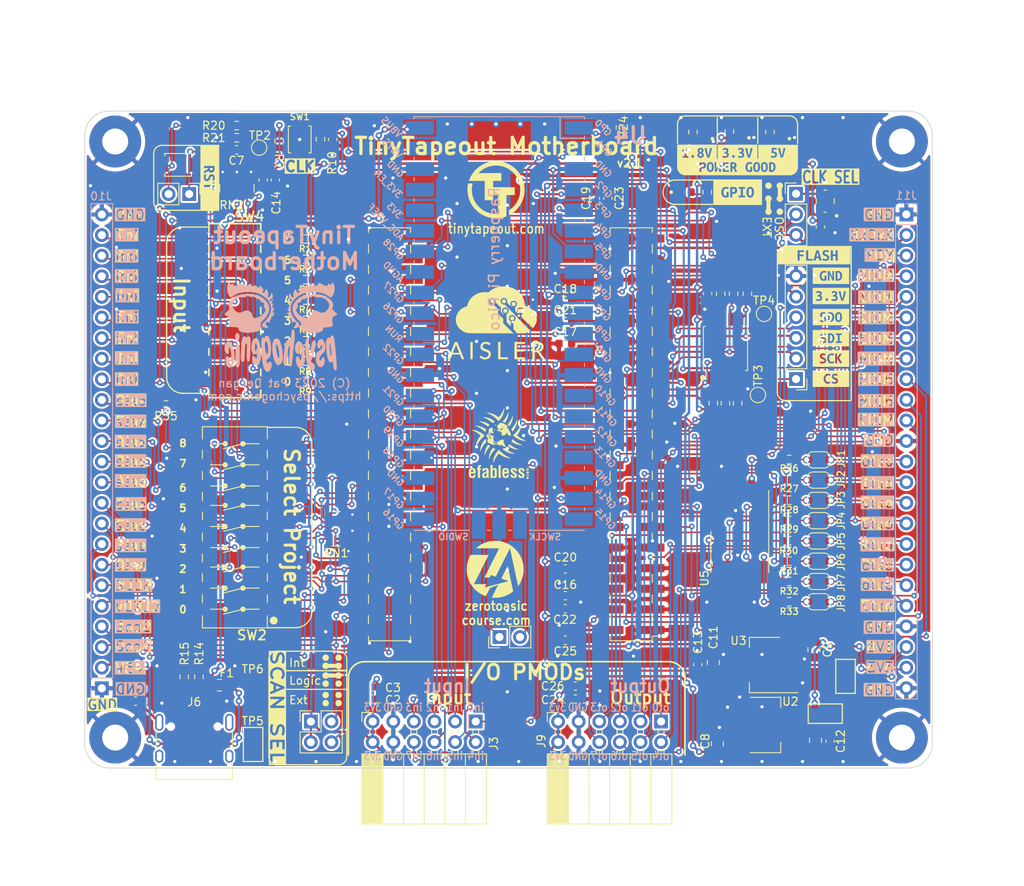
<source format=kicad_pcb>
(kicad_pcb (version 20221018) (generator pcbnew)
  (title_block (title "TinyTapeout 1,2,3 Motherboard ") (date "2023-07-19") (rev "2.1") (comment 1 "(C) 2023 Pat Deegan"))
  (layers (0 "F.Cu" signal) (31 "B.Cu" signal) (34 "B.Paste" user) (35 "F.Paste" user) (36 "B.SilkS" user "B.Silkscreen") (37 "F.SilkS" user "F.Silkscreen") (38 "B.Mask" user) (39 "F.Mask" user) (44 "Edge.Cuts" user))
  (net 0 "")
  (net 1 "GND")
  (net 2 "+5V")
  (net 3 "ext_clk")
  (net 4 "gpio")
  (net 5 "Caravel_SCK")
  (net 6 "Caravel_D1")
  (net 7 "Caravel_D0")
  (net 8 "Caravel_CSB")
  (net 9 "xclk")
  (net 10 "+3.3V")
  (net 11 "RST")
  (net 12 "+1V8")
  (net 13 "Net-(D1-A)")
  (net 14 "VBUS")
  (net 15 "osc_out")
  (net 16 "Net-(D2-A)")
  (net 17 "Net-(D3-A)")
  (net 18 "Net-(D4-A)")
  (net 19 "mprj_io7")
  (net 20 "mprj_io6_ser_tx")
  (net 21 "mprj_io5_ser_rx")
  (net 22 "mprj_io4_SCK")
  (net 23 "mprj_io3_CSB")
  (net 24 "mprj_io2_SDI")
  (net 25 "mprj_io1_SDO")
  (net 26 "mprj_io0")
  (net 27 "scansel1")
  (net 28 "scansel0")
  (net 29 "set_clk_div")
  (net 30 "slow_clk")
  (net 31 "sel1")
  (net 32 "sel0")
  (net 33 "sel3")
  (net 34 "sel2")
  (net 35 "sel5")
  (net 36 "sel4")
  (net 37 "sel7")
  (net 38 "sel6")
  (net 39 "in0")
  (net 40 "sel8")
  (net 41 "in2")
  (net 42 "in1")
  (net 43 "in4")
  (net 44 "in3")
  (net 45 "in6")
  (net 46 "in5")
  (net 47 "out0")
  (net 48 "in7")
  (net 49 "out2")
  (net 50 "out1")
  (net 51 "out4")
  (net 52 "out3")
  (net 53 "out6")
  (net 54 "out5")
  (net 55 "ready")
  (net 56 "out7")
  (net 57 "USER_RST")
  (net 58 "Net-(JP1-B)")
  (net 59 "Net-(JP2-B)")
  (net 60 "Net-(JP3-B)")
  (net 61 "Net-(JP4-B)")
  (net 62 "Net-(JP5-B)")
  (net 63 "Net-(JP6-B)")
  (net 64 "Net-(JP7-B)")
  (net 65 "Net-(JP8-B)")
  (net 67 "Net-(J6-SHIELD)")
  (net 68 "Net-(J6-CC1)")
  (net 72 "Net-(J6-CC2)")
  (net 76 "Net-(J8-Pin_1)")
  (net 77 "Net-(J8-Pin_2)")
  (net 78 "Net-(R1-Pad2)")
  (net 79 "Net-(R2-Pad2)")
  (net 80 "Net-(R3-Pad2)")
  (net 81 "Net-(R4-Pad2)")
  (net 82 "Net-(R5-Pad2)")
  (net 83 "Net-(R6-Pad2)")
  (net 84 "Net-(R10-Pad2)")
  (net 85 "Net-(R8-Pad2)")
  (net 86 "Net-(R9-Pad2)")
  (net 87 "Net-(U1-IO2)")
  (net 88 "Net-(U1-IO3)")
  (net 89 "Net-(U4-GPIO0)")
  (net 90 "Net-(U5-A)")
  (net 91 "Net-(U5-B)")
  (net 92 "Net-(U5-C)")
  (net 93 "Net-(U5-D)")
  (net 94 "Net-(U5-E)")
  (net 95 "Net-(U5-F)")
  (net 96 "Net-(U5-G)")
  (net 97 "Net-(U5-DP)")
  (footprint "TinyTapeout:SolderJumper-2_Bridged_Throughole1" (layer "F.Cu") (at 147 111.5 180)
    (fp_text reference "JP7")
    (fp_text value "SolderJumper_2_Bridged")
  )
  (footprint "Resistor_SMD:R_0603_1608Metric" (layer "F.Cu") (at 136.5 76.02 -90)
    (fp_text reference "R13" hide)
    (fp_text value "10k")
  )
  (footprint "Capacitor_SMD:C_0603_1608Metric" (layer "F.Cu") (at 119.46 64.25 90)
    (fp_text reference "C19")
    (fp_text value "10uF")
  )
  (footprint "Resistor_SMD:R_0603_1608Metric" (layer "F.Cu") (at 140.985 56.1 90)
    (fp_text reference "R22" hide)
    (fp_text value "1.2K")
  )
  (footprint "Connector_PinHeader_2.54mm:PinHeader_1x02_P2.54mm_Vertical" (layer "F.Cu") (at 69.375 63.73 -90)
    (fp_text reference "J4" hide)
    (fp_text value "Conn_01x02")
  )
  (footprint "Capacitor_SMD:C_0603_1608Metric" (layer "F.Cu") (at 115.75 79.46)
    (fp_text reference "C21")
    (fp_text value "100nF")
  )
  (footprint "TinyTapeout:SolderJumper-2_Bridged_Throughole1" (layer "F.Cu") (at 147 96.5 180)
    (fp_text reference "JP1")
    (fp_text value "SolderJumper_2_Bridged")
  )
  (footprint "flyingcarsfootprints:StitchingVia-0.4mmDrill" (layer "F.Cu") (at 96.6 118.9)
    (fp_text reference "STITCH" hide)
    (fp_text value "StitchingVia-0.4mmDrill" hide)
  )
  (footprint "Resistor_SMD:R_0603_1608Metric" (layer "F.Cu") (at 70.57 123.25 90)
    (fp_text reference "R14")
    (fp_text value "5.1k")
  )
  (footprint "flyingcarsfootprints:StitchingVia-0.4mmDrill" (layer "F.Cu") (at 150 133.7)
    (fp_text reference "STITCH9" hide)
    (fp_text value "StitchingVia-0.4mmDrill" hide)
  )
  (footprint "MountingHole:MountingHole_3.2mm_M3_Pad" (layer "F.Cu") (at 60.25 57.25)
    (fp_text reference "MT3" hide)
    (fp_text value "MountingHole_Pad")
  )
  (footprint "flyingcarsfootprints:StitchingVia-0.4mmDrill" (layer "F.Cu") (at 146.6 79.5)
    (fp_text reference "STITCH" hide)
    (fp_text value "StitchingVia-0.4mmDrill" hide)
  )
  (footprint "flyingcarsfootprints:StitchingVia-0.4mmDrill" (layer "F.Cu") (at 147.8 62.3)
    (fp_text reference "STITCH" hide)
    (fp_text value "StitchingVia-0.4mmDrill" hide)
  )
  (footprint "Fiducial:Fiducial_1mm_Mask2mm" (layer "F.Cu") (at 152.5 133)
    (fp_text reference "FID3" hide)
    (fp_text value "Fiducial")
  )
  (footprint "Capacitor_SMD:C_0805_2012Metric" (layer "F.Cu") (at 134.5 131.5 90)
    (fp_text reference "C8")
    (fp_text value "10uF")
  )
  (footprint "flyingcarsfootprints:StitchingVia-0.4mmDrill" (layer "F.Cu") (at 108.6 110.1)
    (fp_text reference "STITCH24" hide)
    (fp_text value "StitchingVia-0.4mmDrill" hide)
  )
  (footprint "Resistor_SMD:R_0603_1608Metric" (layer "F.Cu") (at 83.68 79.31 180)
    (fp_text reference "R5")
    (fp_text value "10k")
  )
  (footprint "flyingcarsfootprints:StitchingVia-0.4mmDrill" (layer "F.Cu") (at 68.4 72.9)
    (fp_text reference "STITCH" hide)
    (fp_text value "StitchingVia-0.4mmDrill" hide)
  )
  (footprint "kibuzzard-63FCFA05" (layer "F.Cu") (at 148.5 86.5)
    (fp_text reference "kibuzzard-63FCFA05" hide)
    (fp_text value "G***" hide)
  )
  (footprint "flyingcarsfootprints:StitchingVia-0.4mmDrill" (layer "F.Cu") (at 130 133.7)
    (fp_text reference "STITCH13" hide)
    (fp_text value "StitchingVia-0.4mmDrill" hide)
  )
  (footprint "Capacitor_SMD:C_0805_2012Metric" (layer "F.Cu") (at 146.4 119.9 -90)
    (fp_text reference "C9")
    (fp_text value "10uF")
  )
  (footprint "Resistor_SMD:R_0603_1608Metric" (layer "F.Cu") (at 85.56 56.97 -90)
    (fp_text reference "R10")
    (fp_text value "10k")
  )
  (footprint "Resistor_SMD:R_0603_1608Metric" (layer "F.Cu") (at 83.68 69.27 180)
    (fp_text reference "R1")
    (fp_text value "10k")
  )
  (footprint "flyingcarsfootprints:StitchingVia-0.4mmDrill" (layer "F.Cu") (at 153.2 75.1)
    (fp_text reference "STITCH" hide)
    (fp_text value "StitchingVia-0.4mmDrill" hide)
  )
  (footprint "Resistor_SMD:R_Array_Convex_8x0602" (layer "F.Cu") (at 87.5 105 180)
    (fp_text reference "RN1")
    (fp_text value "10k")
  )
  (footprint "Capacitor_SMD:C_0603_1608Metric" (layer "F.Cu") (at 115.75 114.86)
    (fp_text reference "C22")
    (fp_text value "100nF")
  )
  (footprint "TestPoint:TestPoint_Pad_D1.5mm" (layer "F.Cu") (at 78 58 180)
    (fp_text reference "TP2")
    (fp_text value "TestPoint")
  )
  (footprint "Resistor_SMD:R_Array_Convex_8x0602" (layer "F.Cu") (at 75.25 63 -90)
    (fp_text reference "RN2")
    (fp_text value "10k")
  )
  (footprint "Connector_USB:USB_C_Receptacle_HRO_TYPE-C-31-M-12" (layer "F.Cu") (at 70 132)
    (fp_text reference "J6")
    (fp_text value "USB_C_Receptacle_USB2.0")
  )
  (footprint "kibuzzard-64031BAD" (layer "F.Cu") (at 146.4 71.3)
    (fp_text reference "kibuzzard-64031BAD" hide)
    (fp_text value "G***" hide)
  )
  (footprint "Resistor_SMD:R_0603_1608Metric" (layer "F.Cu") (at 137 89.52 90)
    (fp_text reference "R16" hide)
    (fp_text value "10k")
  )
  (footprint "Resistor_SMD:R_0603_1608Metric" (layer "F.Cu") (at 131.485 56.1 90)
    (fp_text reference "R25" hide)
    (fp_text value "0R")
  )
  (footprint "Resistor_SMD:R_0603_1608Metric" (layer "F.Cu") (at 135.5 89.52 90)
    (fp_text reference "R19" hide)
    (fp_text value "10k")
  )
  (footprint "flyingcarsfootprints:StitchingVia-0.4mmDrill" (layer "F.Cu") (at 65.4 111.1)
    (fp_text reference "STITCH" hide)
    (fp_text value "StitchingVia-0.4mmDrill" hide)
  )
  (footprint "Package_SO:SOIC-8_5.23x5.23mm_P1.27mm" (layer "F.Cu") (at 135.5 82.77 90)
    (fp_text reference "U1" hide)
    (fp_text value "W25Q32JVSS")
  )
  (footprint "Resistor_SMD:R_0603_1608Metric" (layer "F.Cu") (at 83.68 86.84 180)
    (fp_text reference "R9")
    (fp_text value "10k")
  )
  (footprint "Resistor_SMD:R_0603_1608Metric" (layer "F.Cu") (at 66.5 89.75 180)
    (fp_text reference "R35")
    (fp_text value "10k")
  )
  (footprint "Capacitor_SMD:C_0603_1608Metric" (layer "F.Cu") (at 80 62 90)
    (fp_text reference "C14")
    (fp_text value "10uF")
  )
  (footprint "flyingcarsfootprints:StitchingVia-0.4mmDrill" (layer "F.Cu") (at 101.2 55.1)
    (fp_text reference "STITCH" hide)
    (fp_text value "StitchingVia-0.4mmDrill" hide)
  )
  (footprint "kibuzzard-63FCE867" (layer "F.Cu") (at 141.985 58.65)
    (fp_text reference "kibuzzard-63FCE867" hide)
    (fp_text value "G***" hide)
  )
  (footprint "flyingcarsfootprints:StitchingVia-0.4mmDrill" (layer "F.Cu") (at 104.8 94.9)
    (fp_text reference "STITCH" hide)
    (fp_text value "StitchingVia-0.4mmDrill" hide)
  )
  (footprint "Capacitor_SMD:C_0603_1608Metric" (layer "F.Cu") (at 91.825 126 180)
    (fp_text reference "C2")
    (fp_text value "100nF")
  )
  (footprint "flyingcarsfootprints:StitchingVia-0.4mmDrill" (layer "F.Cu") (at 150 54.3)
    (fp_text reference "STITCH9" hide)
    (fp_text value "StitchingVia-0.4mmDrill" hide)
  )
  (footprint "Resistor_SMD:R_0603_1608Metric" (layer "F.Cu") (at 143.355 101.471428 180)
    (fp_text reference "R28")
    (fp_text value "68R")
  )
  (footprint "flyingcarsfootprints:StitchingVia-0.4mmDrill" (layer "F.Cu") (at 69.2 54.3)
    (fp_text reference "STITCH" hide)
    (fp_text value "StitchingVia-0.4mmDrill" hide)
  )
  (footprint "flyingcarsfootprints:StitchingVia-0.4mmDrill" (layer "F.Cu") (at 80 133.7)
    (fp_text reference "STITCH23" hide)
    (fp_text value "StitchingVia-0.4mmDrill" hide)
  )
  (footprint "Resistor_SMD:R_0603_1608Metric" (layer "F.Cu") (at 143.355 96.46 180)
    (fp_text reference "R26")
    (fp_text value "68R")
  )
  (footprint "flyingcarsfootprints:StitchingVia-0.4mmDrill" (layer "F.Cu") (at 85 133.7)
    (fp_text reference "STITCH22" hide)
    (fp_text value "StitchingVia-0.4mmDrill" hide)
  )
  (footprint "flyingcarsfootprints:StitchingVia-0.4mmDrill" (layer "F.Cu") (at 135 97.3)
    (fp_text reference "STITCH" hide)
    (fp_text value "StitchingVia-0.4mmDrill" hide)
  )
  (footprint "flyingcarsfootprints:StitchingVia-0.4mmDrill" (layer "F.Cu") (at 72.8 70.4)
    (fp_text reference "STITCH" hide)
    (fp_text value "StitchingVia-0.4mmDrill" hide)
  )
  (footprint "flyingcarsfootprints:StitchingVia-0.4mmDrill" (layer "F.Cu") (at 146 90.5)
    (fp_text reference "STITCH" hide)
    (fp_text value "StitchingVia-0.4mmDrill" hide)
  )
  (footprint "flyingcarsfootprints:StitchingVia-0.4mmDrill" (layer "F.Cu") (at 60.4 70.3)
    (fp_text reference "STITCH" hide)
    (fp_text value "StitchingVia-0.4mmDrill" hide)
  )
  (footprint "TinyTapeout:SolderJumper-2_Bridged_Throughole1" (layer "F.Cu") (at 147 101.5 180)
    (fp_text reference "JP3")
    (fp_text value "SolderJumper_2_Bridged")
  )
  (footprint "flyingcarsfootprints:StitchingVia-0.4mmDrill" (layer "F.Cu") (at 60.4 77.9)
    (fp_text reference "STITCH" hide)
    (fp_text value "StitchingVia-0.4mmDrill" hide)
  )
  (footprint "flyingcarsfootprints:StitchingVia-0.4mmDrill" (layer "F.Cu") (at 92.2 55.3)
    (fp_text reference "STITCH" hide)
    (fp_text value "StitchingVia-0.4mmDrill" hide)
  )
  (footprint "Resistor_SMD:R_0603_1608Metric" (layer "F.Cu") (at 83.68 74.29 180)
    (fp_text reference "R3")
    (fp_text value "10k")
  )
  (footprint "Logos:TT_logo" (layer "F.Cu") (at 107.25 63.25)
    (fp_text reference "REF**" hide)
    (fp_text value "TT_logo")
  )
  (footprint "flyingcarsfootprints:StitchingVia-0.4mmDrill" (layer "F.Cu") (at 152.6 86.3)
    (fp_text reference "STITCH" hide)
    (fp_text value "StitchingVia-0.4mmDrill" hide)
  )
  (footprint "TinyTapeout:SolderJumper-2_Bridged_Throughole1" (layer "F.Cu") (at 147 114 180)
    (fp_text reference "JP8")
    (fp_text value "SolderJumper_2_Bridged")
  )
  (footprint "Capacitor_SMD:C_0603_1608Metric" (layer "F.Cu") (at 75.225 58.285)
    (fp_text reference "C7")
    (fp_text value "100nF")
  )
  (footprint "kibuzzard-63FCF9E0" (layer "F.Cu") (at 148.5 78.9)
    (fp_text reference "kibuzzard-63FCF9E0" hide)
    (fp_text value "G***" hide)
  )
  (footprint "flyingcarsfootprints:StitchingVia-0.4mmDrill" (layer "F.Cu") (at 114.8 120.7)
    (fp_text reference "STITCH" hide)
    (fp_text value "StitchingVia-0.4mmDrill" hide)
  )
  (footprint "Resistor_SMD:R_0603_1608Metric" (layer "F.Cu") (at 138.2 76.02 -90)
    (fp_text reference "R18" hide)
    (fp_text value "10k")
  )
  (footprint "Capacitor_SMD:C_0603_1608Metric" (layer "F.Cu") (at 115.75 113.25 180)
    (fp_text reference "C16")
    (fp_text value "100nF")
  )
  (footprint "Button_Switch_SMD:SW_SPST_B3U-1000P" (layer "F.Cu") (at 68 60.13)
    (fp_text reference "SW3" hide)
    (fp_text value "B3U-1000P")
  )
  (footprint "flyingcarsfootprints:StitchingVia-0.4mmDrill" (layer "F.Cu") (at 64.8 105.9)
    (fp_text reference "STITCH" hide)
    (fp_text value "StitchingVia-0.4mmDrill" hide)
  )
  (footprint "flyingcarsfootprints:StitchingVia-0.4mmDrill" (layer "F.Cu") (at 88.8 92.1)
    (fp_text reference "STITCH" hide)
    (fp_text value "StitchingVia-0.4mmDrill" hide)
  )
  (footprint "Resistor_SMD:R_0603_1608Metric" (layer "F.Cu") (at 134.9 76.02 -90)
    (fp_text reference "R17" hide)
    (fp_text value "10k")
  )
  (footprint "flyingcarsfootprints:StitchingVia-0.4mmDrill" (layer "F.Cu") (at 86.2 117.7)
    (fp_text reference "STITCH" hide)
    (fp_text value "StitchingVia-0.4mmDrill" hide)
  )
  (footprint "flyingcarsfootprints:StitchingVia-0.4mmDrill" (layer "F.Cu") (at 140 133.7)
    (fp_text reference "STITCH11" hide)
    (fp_text value "StitchingVia-0.4mmDrill" hide)
  )
  (footprint "flyingcarsfootprints:StitchingVia-0.4mmDrill" (layer "F.Cu") (at 78.4 65.7)
    (fp_text reference "STITCH" hide)
    (fp_text value "StitchingVia-0.4mmDrill" hide)
  )
  (footprint "Resistor_SMD:R_0603_1608Metric" (layer "F.Cu") (at 75.225 56.785 180)
    (fp_text reference "R21")
    (fp_text value "10k")
  )
  (footprint "Capacitor_SMD:C_0603_1608Metric" (layer "F.Cu") (at 147.21 67.795 90)
    (fp_text reference "C5" hide)
    (fp_text value "100nF")
  )
  (footprint "flyingcarsfootprints:StitchingVia-0.4mmDrill" (layer "F.Cu") (at 70.2 89.1)
    (fp_text reference "STITCH" hide)
    (fp_text value "StitchingVia-0.4mmDrill" hide)
  )
  (footprint "TestPoint:TestPoint_Keystone_5019_Minature" (layer "F.Cu") (at 147.8 127.8)
    (fp_text reference "TP7" hide)
    (fp_text value "Keystone 5019")
  )
  (footprint "flyingcarsfootprints:StitchingVia-0.4mmDrill" (layer "F.Cu") (at 125 133.7)
    (fp_text reference "STITCH14" hide)
    (fp_text value "StitchingVia-0.4mmDrill" hide)
  )
  (footprint "flyingcarsfootprints:StitchingVia-0.4mmDrill" (layer "F.Cu") (at 115 116.9)
    (fp_text reference "STITCH" hide)
    (fp_text value "StitchingVia-0.4mmDrill" hide)
  )
  (footprint "TinyTapeout:PinSocket_2x06_P2.54mm_PMODHost1A" (layer "F.Cu") (at 92 128.765 90)
    (fp_text reference "J3")
    (fp_text value "613012243121")
  )
  (footprint "Capacitor_SMD:C_0603_1608Metric" (layer "F.Cu") (at 133.3 76 90)
    (fp_text reference "C6" hide)
    (fp_text value "100nF")
  )
  (footprint "Logos:ef_logo_graphical" (layer "F.Cu") (at 107.5 93.5)
    (fp_text reference "REF**" hide)
    (fp_text value "Logo" hide)
  )
  (footprint "kibuzzard-63FCF9EA" (layer "F.Cu") (at 148.5 81.5)
    (fp_text reference "kibuzzard-63FCF9EA" hide)
    (fp_text value "G***" hide)
  )
  (footprint "Connector_PinHeader_2.54mm:PinHeader_1x02_P2.54mm_Vertical" (layer "F.Cu") (at 107.625 118.35 90)
    (fp_text reference "J8" hide)
    (fp_text value "Conn_01x02")
  )
  (footprint "flyingcarsfootprints:StitchingVia-0.4mmDrill" (layer "F.Cu") (at 87 58.9)
    (fp_text reference "STITCH35" hide)
    (fp_text value "StitchingVia-0.4mmDrill" hide)
  )
  (footprint "kibuzzard-63FE0D11" (layer "F.Cu") (at 137 63.5)
    (fp_text reference "kibuzzard-63FE0D11" hide)
    (fp_text value "G***" hide)
  )
  (footprint "Resistor_SMD:R_0603_1608Metric" (layer "F.Cu") (at 80.46 57.195 90)
    (fp_text reference "R7")
    (fp_text value "10k")
  )
  (footprint "flyingcarsfootprints:StitchingVia-0.4mmDrill" (layer "F.Cu") (at 89 69.3)
    (fp_text reference "STITCH" hide)
    (fp_text value "StitchingVia-0.4mmDrill" hide)
  )
  (footprint "Capacitor_SMD:C_0603_1608Metric" (layer "F.Cu") (at 121 64.25 90)
    (fp_text reference "C23")
    (fp_text value "1uF")
  )
  (footprint "flyingcarsfootprints:StitchingVia-0.4mmDrill" (layer "F.Cu") (at 130 54.3)
    (fp_text reference "STITCH5" hide)
    (fp_text value "StitchingVia-0.4mmDrill" hide)
  )
  (footprint "kibuzzard-63FCFA48" (layer "F.Cu") (at 148.5 73.81)
    (fp_text reference "kibuzzard-63FCFA48" hide)
    (fp_text value "G***" hide)
  )
  (footprint "MountingHole:MountingHole_3.2mm_M3_Pad" (layer "F.Cu") (at 157.25 57.25)
    (fp_text reference "MT4" hide)
    (fp_text value "MountingHole_Pad")
  )
  (footprint "flyingcarsfootprints:StitchingVia-0.4mmDrill" (layer "F.Cu") (at 108.6 125.1)
    (fp_text reference "STITCH17" hide)
    (fp_text value "StitchingVia-0.4mmDrill" hide)
  )
  (footprint "Capacitor_SMD:C_0805_2012Metric" (layer "F.Cu") (at 134 121.5 90)
    (fp_text reference "C11")
    (fp_text value "22uF")
  )
  (footprint "MountingHole:MountingHole_3.2mm_M3_Pad" (layer "F.Cu") (at 157.25 130.75)
    (fp_text reference "MT2" hide)
    (fp_text value "MountingHole_Pad")
  )
  (footprint "Capacitor_SMD:C_0603_1608Metric" (layer "F.Cu") (at 91.825 124.5)
    (fp_text reference "C3")
    (fp_text value "1uF")
  )
  (footprint "Resistor_SMD:R_0603_1608Metric" (layer "F.Cu") (at 75.225 55.285)
    (fp_text reference "R20")
    (fp_text value "1.2K")
  )
  (footprint "Connector_PinHeader_2.54mm:PinHeader_1x03_P2.54mm_Vertical" (layer "F.Cu") (at 144.2 63.695)
    (fp_text reference "J5" hide)
    (fp_text value "Conn_01x03")
  )
  (footprint "flyingcarsfootprints:StitchingVia-0.4mmDrill" (layer "F.Cu") (at 104.8 81.9)
    (fp_text reference "STITCH" hide)
    (fp_text value "StitchingVia-0.4mmDrill" hide)
  )
  (footprint "flyingcarsfootprints:StitchingVia-0.4mmDrill" (layer "F.Cu") (at 140 126.95)
    (fp_text reference "STITCH" hide)
    (fp_text value "StitchingVia-0.4mmDrill" hide)
  )
  (footprint "Resistor_SMD:R_0603_1608Metric" (layer "F.Cu") (at 68.75 123.25 90)
    (fp_text reference "R15")
    (fp_text value "5.1k")
  )
  (footprint "flyingcarsfootprints:StitchingVia-0.4mmDrill" (layer "F.Cu") (at 91.6 67.9)
    (fp_text reference "STITCH" hide)
    (fp_text value "StitchingVia-0.4mmDrill" hide)
  )
  (footprint "flyingcarsfootprints:StitchingVia-0.4mmDrill" (layer "F.Cu") (at 90 133.7)
    (fp_text reference "STITCH21" hide)
    (fp_text value "StitchingVia-0.4mmDrill" hide)
  )
  (footprint "flyingcarsfootprints:StitchingVia-0.4mmDrill" (layer "F.Cu") (at 114.4 99.9)
    (fp_text reference "STITCH" hide)
    (fp_text value "StitchingVia-0.4mmDrill" hide)
  )
  (footprint "kibuzzard-63FE3D95" (layer "F.Cu") (at 71.85 61.73 -90)
    (fp_text reference "kibuzzard-63FE3D95" hide)
    (fp_text value "G***" hide)
  )
  (footprint "flyingcarsfootprints:StitchingVia-0.4mmDrill" (layer "F.Cu") (at 139.05 114.05)
    (fp_text reference "STITCH" hide)
    (fp_text value "StitchingVia-0.4mmDrill" hide)
  )
  (footprint "flyingcarsfootprints:StitchingVia-0.4mmDrill" (layer "F.Cu") (at 108.6 100.1)
    (fp_text reference "STITCH27" hide)
    (fp_text value "StitchingVia-0.4mmDrill" hide)
  )
  (footprint "Resistor_SMD:R_0603_1608Metric" (layer "F.Cu") (at 83.68 71.78 180)
    (fp_text reference "R2")
    (fp_text value "10k")
  )
  (footprint "flyingcarsfootprints:StitchingVia-0.4mmDrill" (layer "F.Cu") (at 72 133.7)
    (fp_text reference "STITCH25" hide)
    (fp_text value "StitchingVia-0.4mmDrill" hide)
  )
  (footprint "TinyTapeout:418121270808" (layer "F.Cu") (at 75 78.11 90)
    (fp_text reference "SW4")
    (fp_text value "418121270808")
  )
  (footprint "Resistor_SMD:R_0603_1608Metric" (layer "F.Cu") (at 133.25 63.5 -90)
    (fp_text reference "R34" hide)
    (fp_text value "510")
  )
  (footprint "flyingcarsfootprints:StitchingVia-0.4mmDrill" (layer "F.Cu") (at 71.4 85.7)
    (fp_text reference "STITCH" hide)
    (fp_text value "StitchingVia-0.4mmDrill" hide)
  )
  (footprint "TinyTapeout:SolderJumper-2_Bridged_Throughole1" (layer "F.Cu") (at 147 99 180)
    (fp_text reference "JP2")
    (fp_text value "SolderJumper_2_Bridged")
  )
  (footprint "flyingcarsfootprints:StitchingVia-0.4mmDrill" (layer "F.Cu") (at 111.8 64.9)
    (fp_text reference "STITCH" hide)
    (fp_text value "StitchingVia-0.4mmDrill" hide)
  )
  (footprint "Resistor_SMD:R_0603_1608Metric" (layer "F.Cu") (at 143.355 111.494284 180)
    (fp_text reference "R32")
    (fp_text value "68R")
  )
  (footprint "Display_7Segment:KCSC02-106" (layer "F.Cu") (at 137.26 105.33 90)
    (fp_text reference "U5")
    (fp_text value "157112V12700")
  )
  (footprint "TestPoint:TestPoint_Keystone_5019_Minature" (layer "F.Cu") (at 150.3 123.2 -90)
    (fp_text reference "TP8" hide)
    (fp_text value "Keystone 5019")
  )
  (footprint "Resistor_SMD:R_0603_1608Metric" (layer "F.Cu") (at 143.355 98.965714 180)
    (fp_text reference "R27")
    (fp_text value "68R")
  )
  (footprint "flyingcarsfootprints:StitchingVia-0.4mmDrill" (layer "F.Cu") (at 115 133.7)
    (fp_text reference "STITCH16" hide)
    (fp_text value "StitchingVia-0.4mmDrill" hide)
  )
  (footprint "kibuzzard-63FCE859" (layer "F.Cu") (at 131.985 58.65)
    (fp_text reference "kibuzzard-63FCE859" hide)
    (fp_text value "G***" hide)
  )
  (footprint "flyingcarsfootprints:StitchingVia-0.4mmDrill" (layer "F.Cu") (at 140 120.5)
    (fp_text reference "STITCH" hide)
    (fp_text value "StitchingVia-0.4mmDrill" hide)
  )
  (footprint "flyingcarsfootprints:StitchingVia-0.4mmDrill" (layer "F.Cu") (at 129.6 97.3)
    (fp_text reference "STITCH" hide)
    (fp_text value "StitchingVia-0.4mmDrill" hide)
  )
  (footprint "flyingcarsfootprints:StitchingVia-0.4mmDrill" (layer "F.Cu") (at 108.6 85.5)
    (fp_text reference "STITCH30" hide)
    (fp_text value "StitchingVia-0.4mmDrill" hide)
  )
  (footprint "Resistor_SMD:R_0603_1608Metric" (layer "F.Cu") (at 143.355 108.98857 180)
    (fp_text reference "R31")
    (fp_text value "68R")
  )
  (footprint "Capacitor_SMD:C_0603_1608Metric" (layer "F.Cu") (at 115.75 76.86)
    (fp_text reference "C18")
    (fp_text value "100nF")
  )
  (footprint "flyingcarsfootprints:StitchingVia-0.4mmDrill" (layer "F.Cu") (at 66.2 101.3)
    (fp_text reference "STITCH" hide)
    (fp_text value "StitchingVia-0.4mmDrill" hide)
  )
  (footprint "kibuzzard-63FCF9FA" (layer "F.Cu") (at 148.5 84)
    (fp_text reference "kibuzzard-63FCF9FA" hide)
    (fp_text value "G***" hide)
  )
  (footprint "Fuse:Fuse_0805_2012Metric" (layer "F.Cu") (at 73.1 124.3)
    (fp_text reference "F1")
    (fp_text value "350mA")
  )
  (footprint "flyingcarsfootprints:StitchingVia-0.4mmDrill" (layer "F.Cu") (at 120 133.7)
    (fp_text reference "STITCH15" hide)
    (fp_text value "StitchingVia-0.4mmDrill" hide)
  )
  (footprint "flyingcarsfootprints:StitchingVia-0.4mmDrill" (layer "F.Cu") (at 83.2 108.5)
    (fp_text reference "STITCH" hide)
    (fp_text value "StitchingVia-0.4mmDrill" hide)
  )
  (footprint "flyingcarsfootprints:StitchingVia-0.4mmDrill" (layer "F.Cu") (at 126 59.5)
    (fp_text reference "STITCH" hide)
    (fp_text value "StitchingVia-0.4mmDrill" hide)
  )
  (footprint "flyingcarsfootprints:StitchingVia-0.4mmDrill" (layer "F.Cu") (at 83 57)
    (fp_text reference "STITCH" hide)
    (fp_text value "StitchingVia-0.4mmDrill" hide)
  )
  (footprint "flyingcarsfootprints:StitchingVia-0.4mmDrill" (layer "F.Cu") (at 117.65 114.05)
    (fp_text reference "STITCH" hide)
    (fp_text value "StitchingVia-0.4mmDrill" hide)
  )
  (footprint "flyingcarsfootprints:StitchingVia-0.4mmDrill" (layer "F.Cu") (at 110.2 55.1)
    (fp_text reference "STITCH3" hide)
    (fp_text value "StitchingVia-0.4mmDrill" hide)
  )
  (footprint "Capacitor_SMD:C_0603_1608Metric" (layer "F.Cu") (at 148.4 131.2 -90)
    (fp_text reference "C12")
    (fp_text value "100nF")
  )
  (footprint "Resistor_SMD:R_0603_1608Metric" (layer "F.Cu") (at 134 89.52 90)
    (fp_text reference "R12" hide)
    (fp_text value "10k")
  )
  (footprint "flyingcarsfootprints:StitchingVia-0.4mmDrill" (layer "F.Cu") (at 75 121.9)
    (fp_text reference "STITCH" hide)
    (fp_text value "StitchingVia-0.4mmDrill" hide)
  )
  (footprint "flyingcarsfootprints:StitchingVia-0.4mmDrill" (layer "F.Cu") (at 108.6 70.1)
    (fp_text reference "STITCH33" hide)
    (fp_text value "StitchingVia-0.4mmDrill" hide)
  )
  (footprint "flyingcarsfootprints:StitchingVia-0.4mmDrill" (layer "F.Cu") (at 107.2 55.1)
    (fp_text reference "STITCH2" hide)
    (fp_text value "StitchingVia-0.4mmDrill" hide)
  )
  (footprint "Capacitor_SMD:C_0603_1608Metric" (layer "F.Cu") (at 115.75 118.75)
    (fp_text reference "C25")
    (fp_text value "100nF")
  )
  (footprint "Capacitor_SMD:C_0603_1608Metric" (layer "F.Cu") (at 115.75 82.16)
    (fp_text reference "C17")
    (fp_text value "100nF")
  )
  (footprint "Oscillator:Oscillator_SMD_ECS_2520MV-xxx-xx-4Pin_2.5x2.0mm" (layer "F.Cu") (at 147.8 64.61 180)
    (fp_text reference "X1" hide)
    (fp_text value "10MHz")
  )
  (footprint "Capacitor_SMD:C_0603_1608Metric" (layer "F.Cu") (at 117 124.4 180)
    (fp_text reference "C26")
    (fp_text value "1uF")
  )
  (footprint "Resistor_SMD:R_0603_1608Metric" (layer "F.Cu") (at 62.75 124.75 180)
    (fp_text reference "R11" hide)
    (fp_text value "1M")
  )
  (footprint "Capacitor_SMD:C_0603_1608Metric" (layer "F.Cu") (at 78.5 62 90)
    (fp_text reference "C15" hide)
    (fp_text value "1uF")
  )
  (footprint "Package_TO_SOT_SMD:SOT-223-3_TabPin2" (layer "F.Cu") (at 140.35 121.8 180)
    (fp_text reference "U3")
    (fp_text value "AZ1117-1.8")
  )
  (footprint "flyingcarsfootprints:StitchingVia-0.4mmDrill" (layer "F.Cu") (at 108.6 115.1)
    (fp_text reference "STITCH20" hide)
    (fp_text value "StitchingVia-0.4mmDrill" hide)
  )
  (footprint "Button_Switch_SMD:SW_SPST_B3U-1000P" (layer "F.Cu") (at 83 57 -90)
    (fp_text reference "SW1")
    (fp_text value "B3U-1000P")
  )
  (footprint "Capacitor_SMD:C_0603_1608Metric" (layer "F.Cu") (at 62.75 126.25 180)
    (fp_text reference "C4" hide)
    (fp_text value "6800pF")
  )
  (footprint "flyingcarsfootprints:StitchingVia-0.4mmDrill" (layer "F.Cu") (at 104.8 88.3)
    (fp_text reference "STITCH" hide)
    (fp_text value "StitchingVia-0.4mmDrill" hide)
  )
  (footprint "Fiducial:Fiducial_1mm_Mask2mm" (layer "F.Cu") (at 152 55.5)
    (fp_text reference "FID2" hide)
    (fp_text value "Fiducial")
  )
  (footprint "Resistor_SMD:R_0603_1608Metric" (layer "F.Cu") (at 135.985 56 90)
    (fp_text reference "R23" hide)
    (fp_text value "510")
  )
  (footprint "TinyTapeout:SolderJumper-2_Bridged_Throughole1" (layer "F.Cu") (at 147 106.5 180)
    (fp_text reference "JP5")
    (fp_text value "SolderJumper_2_Bridged")
  )
  (footprint "Logos:ef_logo" (layer "F.Cu") (at 107.5 98)
    (fp_text reference "REF**" hide)
    (fp_text value "Logo" hide)
  )
  (footprint "LOGO" (layer "F.Cu") (at 107.25 78)
    (fp_text reference "G***" hide)
    (fp_text value "LOGO" hide)
  )
  (footprint "flyingcarsfootprints:StitchingVia-0.4mmDrill" (layer "F.Cu") (at 145 54.3)
    (fp_text reference "STITCH8" hide)
    (fp_text value "StitchingVia-0.4mmDrill" hide)
  )
  (footprint "Package_TO_SOT_SMD:SOT-223-3_TabPin2" (layer "F.Cu") (at 140.4 129.2)
    (fp_text reference "U2")
    (fp_text value "AZ1117-3.3")
  )
  (footprint "flyingcarsfootprints:StitchingVia-0.4mmDrill" (layer "F.Cu") (at 134.4 67.1)
    (fp_text reference "STITCH" hide)
    (fp_text value "StitchingVia-0.4mmDrill" hide)
  )
  (footprint "Resistor_SMD:R_0603_1608Metric" (layer "F.Cu") (at 143.355 103.977142 180)
    (fp_text reference "R29")
    (fp_text value "68R")
  )
  (footprint "flyingcarsfootprints:StitchingVia-0.4mmDrill" (layer "F.Cu") (at 66.6 96.3)
    (fp_text reference "STITCH" hide)
    (fp_text value "StitchingVia-0.4mmDrill" hide)
  )
  (footprint "flyingcarsfootprints:StitchingVia-0.4mmDrill" (layer "F.Cu") (at 68.2 67.9)
    (fp_text reference "STITCH" hide)
    (fp_text value "StitchingVia-0.4mmDrill" hide)
  )
  (footprint "Fiducial:Fiducial_1mm_Mask2mm" (layer "F.Cu") (at 66 55.5)
    (fp_text reference "FID1" hide)
    (fp_text value "Fiducial")
  )
  (footprint "flyingcarsfootprints:StitchingVia-0.4mmDrill" (layer "F.Cu") (at 72.8 75.7)
    (fp_text reference "STITCH" hide)
    (fp_text value "StitchingVia-0.4mmDrill" hide)
  )
  (footprint "flyingcarsfootprints:StitchingVia-0.4mmDrill" (layer "F.Cu") (at 113.2 55.1)
    (fp_text reference "STITCH4" hide)
    (fp_text value "StitchingVia-0.4mmDrill" hide)
  )
  (footprint "flyingcarsfootprints:StitchingVia-0.4mmDrill" (layer "F.Cu") (at 110.6 93.5)
    (fp_text reference "STITCH" hide)
    (fp_text value "StitchingVia-0.4mmDrill" hide)
  )
  (footprint "Resistor_SMD:R_0603_1608Metric" (layer "F.Cu") (at 143.355 114 180)
    (fp_text reference "R33")
    (fp_text value "68R")
  )
  (footprint "flyingcarsfootprints:StitchingVia-0.4mmDrill" (layer "F.Cu") (at 133.2 114.05)
    (fp_text reference "STITCH" hide)
    (fp_text value "StitchingVia-0.4mmDrill" hide)
  )
  (footprint "flyingcarsfootprints:StitchingVia-0.4mmDrill" (layer "F.Cu") (at 94 104.7)
    (fp_text reference "STITCH" hide)
    (fp_text value "StitchingVia-0.4mmDrill" hide)
  )
  (footprint "flyingcarsfootprints:StitchingVia-0.4mmDrill" (layer "F.Cu") (at 140 54.3)
    (fp_text reference "STITCH7" hide)
    (fp_text value "StitchingVia-0.4mmDrill" hide)
  )
  (footprint "TestPoint:TestPoint_Pad_D1.5mm" (layer "F.Cu") (at 140.25 78.5)
    (fp_text reference "TP4")
    (fp_text value "TestPoint")
  )
  (footprint "flyingcarsfootprints:StitchingVia-0.4mmDrill" (layer "F.Cu") (at 123.8 57.3)
    (fp_text reference "STITCH" hide)
    (fp_text value "StitchingVia-0.4mmDrill" hide)
  )
  (footprint "flyingcarsfootprints:StitchingVia-0.4mmDrill" (layer "F.Cu") (at 124.15 120.7)
    (fp_text reference "STITCH" hide)
    (fp_text value "StitchingVia-0.4mmDrill" hide)
  )
  (footprint "flyingcarsfootprints:StitchingVia-0.4mmDrill" (layer "F.Cu") (at 153.6 95.5)
    (fp_text reference "STITCH" hide)
    (fp_text value "StitchingVia-0.4mmDrill" hide)
  )
  (footprint "flyingcarsfootprints:StitchingVia-0.4mmDrill" (layer "F.Cu") (at 104.2 55.1)
    (fp_text reference "STITCH1" hide)
    (fp_text value "StitchingVia-0.4mmDrill" hide)
  )
  (footprint "flyingcarsfootprints:StitchingVia-0.4mmDrill" (layer "F.Cu") (at 57.2 62.7)
    (fp_text reference "STITCH" hide)
    (fp_text value "StitchingVia-0.4mmDrill" hide)
  )
  (footprint "Resistor_SMD:R_0603_1608Metric" (layer "F.Cu") (at 83.68 81.82 180)
    (fp_text reference "R6")
    (fp_text value "10k")
  )
  (footprint "TinyTapeout:SolderJumper-2_Bridged_Throughole1" (layer "F.Cu") (at 147 109 180)
    (fp_text reference "JP6")
    (fp_text value "SolderJumper_2_Bridged")
  )
  (footprint "Connector_PinHeader_2.54mm:PinHeader_1x06_P2.54mm_Vertical" (layer "F.Cu") (at 144.2 86.54 180)
    (fp_text reference "J1" hide)
    (fp_text value "Conn_01x06")
  )
  (footprint "flyingcarsfootprints:StitchingVia-0.4mmDrill" (layer "F.Cu") (at 110 133.7)
    (fp_text reference "STITCH17" hide)
    (fp_text value "StitchingVia-0.4mmDrill" hide)
  )
  (footprint "TestPoint:TestPoint_Pad_D1.5mm" (layer "F.Cu") (at 139.5 88.5 -90)
    (fp_text reference "TP3")
    (fp_text value "TestPoint")
  )
  (footprint "flyingcarsfootprints:StitchingVia-0.4mmDrill" (layer "F.Cu") (at 65.4 121.9)
    (fp_text reference "STITCH" hide)
    (fp_text value "StitchingVia-0.4mmDrill" hide)
  )
  (footprint "flyingcarsfootprints:StitchingVia-0.4mmDrill" (layer "F.Cu") (at 108.6 90.1)
    (fp_text reference "STITCH29" hide)
    (fp_text value "StitchingVia-0.4mmDrill" hide)
  )
  (footprint "TinyTapeout:TT03_BREAKOUT_SMB" (layer "F.Cu") (at 108.975 93.35 180)
    (fp_text reference "J7" hide)
    (fp_text value "TT03_BREAKOUT")
  )
  (footprint "flyingcarsfootprints:StitchingVia-0.4mmDrill" (layer "F.Cu") (at 135 54.3)
    (fp_text reference "STITCH6" hide)
    (fp_text value "StitchingVia-0.4mmDrill" hide)
  )
  (footprint "kibuzzard-6404270D" (layer "F.Cu") (at 136.985 60.4)
    (fp_text reference "kibuzzard-6404270D" hide)
    (fp_text value "G***" hide)
  )
  (footprint "Resistor_SMD:R_0603_1608Metric" (layer "F.Cu") (at 83.68 84.33 180)
    (fp_text reference "R8")
    (fp_text value "10k")
  )
  (footprint "flyingcarsfootprints:StitchingVia-0.4mmDrill" (layer "F.Cu") (at 122.8 64.9)
    (fp_text reference "STITCH" hide)
    (fp_text value "StitchingVia-0.4mmDrill" hide)
  )
  (footprint "kibuzzard-63FCF9CF" (layer "F.Cu") (at 148.5 76.3)
    (fp_text reference "kibuzzard-63FCF9CF" hide)
    (fp_text value "G***" hide)
  )
  (footprint "LED_SMD:LED_0603_1608Metric" (layer "F.Cu") (at 137.5 56 90)
    (fp_text reference "D2" hide)
    (fp_text value "Yellow")
  )
  (footprint "flyingcarsfootprints:StitchingVia-0.4mmDrill" (layer "F.Cu") (at 108.6 95.1)
    (fp_text reference "STITCH28" hide)
    (fp_text value "StitchingVia-0.4mmDrill" hide)
  )
  (footprint "flyingcarsfootprints:StitchingVia-0.4mmDrill" (layer "F.Cu") (at 108.6 65.1)
    (fp_text reference "STITCH34" hide)
    (fp_text value "StitchingVia-0.4mmDrill" hide)
  )
  (footprint "Resistor_SMD:R_0603_1608Metric" (layer "F.Cu") (at 143.355 106.482856 180)
    (fp_text reference "R30")
    (fp_text value "68R")
  )
  (footprint "Capacitor_SMD:C_0603_1608Metric" (layer "F.Cu") (at 132.1 121.75 90)
    (fp_text reference "C13")
    (fp_text value "100nF")
  )
  (footprint "TinyTapeout:PinSocket_2x06_P2.54mm_PMODHost1A" (layer "F.Cu") (at 114.86 128.765 90)
    (fp_text reference "J9")
    (fp_text value "613012243121")
  )
  (footprint "TinyTapeout:SolderJumper-2_Bridged_Throughole1" (layer "F.Cu") (at 147 104 180)
    (fp_text reference "JP4")
    (fp_text value "SolderJumper_2_Bridged")
  )
  (footprint "flyingcarsfootprints:StitchingVia-0.4mmDrill" (layer "F.Cu") (at 140.8 68.5)
    (fp_text reference "STITCH" hide)
    (fp_text value "StitchingVia-0.4mmDrill" hide)
  )
  (footprint "flyingcarsfootprints:StitchingVia-0.4mmDrill" (layer "F.Cu") (at 91.6 119.1)
    (fp_text reference "STITCH" hide)
    (fp_text value "StitchingVia-0.4mmDrill" hide)
  )
  (footprint "TestPoint:TestPoint_Keystone_5019_Minature" (layer "F.Cu") (at 77.25 131.6 90)
    (fp_text reference "TP5")
    (fp_text value "Keystone 5019")
  )
  (footprint "flyingcarsfootprints:StitchingVia-0.4mmDrill" (layer "F.Cu") (at 67.6 133.7)
    (fp_text reference "STITCH25" hide)
    (fp_text value "StitchingVia-0.4mmDrill" hide)
  )
  (footprint "flyingcarsfootprints:StitchingVia-0.4mmDrill" (layer "F.Cu") (at 102.4 64.9)
    (fp_text reference "STITCH" hide)
    (fp_text value "StitchingVia-0.4mmDrill" hide)
  )
  (footprint "Resistor_SMD:R_0603_1608Metric" (layer "F.Cu") (at 121.5 55.5 -90)
    (fp_text reference "R24")
    (fp_text value "510")
  )
  (footprint "Capacitor_SMD:C_0603_1608Metric" (layer "F.Cu") (at 117 126)
    (fp_text reference "C24")
    (fp_text value "100nF")
  )
  (footprint "flyingcarsfootprints:StitchingVia-0.4mmDrill" (layer "F.Cu") (at 115 111.7)
    (fp_text reference "STITCH" hide)
    (fp_text value "StitchingVia-0.4mmDrill" hide)
  )
  (footprint "LED_SMD:LED_0603_1608Metric" (layer "F.Cu") (at 132.985 56.1 90)
    (fp_text reference "D3" hide)
    (fp_text value "Yellow")
  )
  (footprint "flyingcarsfootprints:StitchingVia-0.4mmDrill" (layer "F.Cu") (at 145 133.7)
    (fp_text reference "STITCH10" hide)
    (fp_text value "StitchingVia-0.4mmDrill" hide)
  )
  (footprint "LED_SMD:LED_0603_1608Metric" (layer "F.Cu") (at 142.485 56.1 90)
    (fp_text reference "D1" hide)
    (fp_text value "Yellow")
  )
  (footprint "flyingcarsfootprints:StitchingVia-0.4mmDrill" (layer "F.Cu") (at 149 68.5)
    (fp_text reference "STITCH" hide)
    (fp_text value "StitchingVia-0.4mmDrill" hide)
  )
  (footprint "Capacitor_SMD:C_0805_2012Metric" (layer "F.Cu") (at 146.6 131.1 -90)
    (fp_text reference "C10" hide)
    (fp_text value "22uF")
  )
  (footprint "flyingcarsfootprints:StitchingVia-0.4mmDrill" (layer "F.Cu") (at 105 133.7)
    (fp_text reference "STITCH18" hide)
    (fp_text value "StitchingVia-0.4mmDrill" hide)
  )
  (footprint "flyingcarsfootprints:StitchingVia-0.4mmDrill" (layer "F.Cu") (at 108.6 75.1)
    (fp_text reference "STITCH32" hide)
    (fp_text value "StitchingVia-0.4mmDrill" hide)
  )
  (footprint "LED_SMD:LED_0603_1608Metric" (layer "F.Cu") (at 130.5 63.5)
    (fp_text reference "D4" hide)
    (fp_text value "Yellow")
  )
  (footprint "flyingcarsfootprints:StitchingVia-0.4mmDrill" (layer "F.Cu") (at 68.4 80.5)
    (fp_text reference "STITCH" hide)
    (fp_text value "StitchingVia-0.4mmDrill" hide)
  )
  (footprint "MountingHole:MountingHole_3.2mm_M3_Pad" (layer "F.Cu") (at 60.25 130.75 90)
    (fp_text reference "MT1" hide)
    (fp_text value "MountingHole_Pad")
  )
  (footprint "Resistor_SMD:R_0603_1608Metric" (layer "F.Cu") (at 83.68 76.8 180)
    (fp_text reference "R4")
    (fp_text value "10k")
  )
  (footprint "flyingcarsfootprints:StitchingVia-0.4mmDrill" (layer "F.Cu") (at 135 133.7)
    (fp_text reference "STITCH12" hide)
    (fp_text value "StitchingVia-0.4mmDrill" hide)
  )
  (footprint "Capacitor_SMD:C_0603_1608Metric" (layer "F.Cu") (at 87.06 56.995 -90)
    (fp_text reference "C1" hide)
    (fp_text value "100nF")
  )
  (footprint "flyingcarsfootprints:StitchingVia-0.4mmDrill" (layer "F.Cu") (at 125 54.3)
    (fp_text reference "STITCH4" hide)
    (fp_text value "StitchingVia-0.4mmDrill" hide)
  )
  (footprint "TinyTapeout:219-9GULLWING" (layer "F.Cu") (at 75 104.72 90)
    (fp_text reference "SW2")
    (fp_text value "219-9MST")
  )
  (footprint "TestPoint:TestPoint_Keystone_5019_Minature" (layer "F.Cu") (at 77.25 125.25 90)
    (fp_text reference "TP6")
    (fp_text value "Keystone 5019")
  )
  (footprint "Connector_PinHeader_2.54mm:PinHeader_2x02_P2.54mm_Vertical" (layer "F.Cu") (at 84.375 128.775)
    (fp_text reference "J2" hide)
    (fp_text value "Conn_02x02_Odd_Even")
  )
  (footprint "Logos:Z2A_logo" (layer "F.Cu") (at 107.2392 109.908048)
    (fp_text reference "REF**" hide)
    (fp_text value "Z2A_logo")
  )
  (footprint "flyingcarsfootprints:StitchingVia-0.4mmDrill" (layer "F.Cu") (at 102.4 71.5)
    (fp_text reference "STITCH" hide)
    (fp_text value "StitchingVia-0.4mmDrill" hide)
  )
  (footprint "LOGO" (layer "F.Cu") (at 107.25 82.75)
    (fp_text reference "G***" hide)
    (fp_text value "LOGO" hide)
  )
  (footprint "kibuzzard-63FCE860" (layer "F.Cu") (at 136.985 58.65)
    (fp_text reference "kibuzzard-63FCE860" hide)
    (fp_text value "G***" hide)
  )
  (footprint "flyingcarsfootprints:StitchingVia-0.4mmDrill" (layer "F.Cu") (at 78.4 80.7)
    (fp_text reference "STITCH" hide)
    (fp_text value "StitchingVia-0.4mmDrill" hide)
  )
  (footprint "Capacitor_SMD:C_0603_1608Metric" (layer "F.Cu") (at 115.75 109.96)
    (fp_text reference "C20")
    (fp_text value "100nF")
  )
  (footprint "RPi_Pico:RPi_Pico_SMD" (layer "B.Cu") (at 107.61 79.69 180)
    (fp_text reference "U4")
    (fp_text value "Pico")
  )
  (footprint "Connector_PinHeader_2.54mm:PinHeader_1x24_P2.54mm_Vertical" (layer "B.Cu") (at 58.6 124.67)
    (fp_text reference "J10")
    (fp_text value "Conn_01x24")
  )
  (footprint "Connector_PinHeader_2.54mm:PinHeader_1x24_P2.54mm_Vertical" (layer "B.Cu") (at 157.8 66.24 180)
    (fp_text reference "J11")
    (fp_text value "Conn_01x24")
  )
  (footprint "flyingcarsfootprints:PsychoLogo" (layer "B.Cu") (at 80.75 80.05 180)
    (fp_text reference "G***" hide)
    (fp_text value "LOGO" hide)
  )
  (gr_line (start 139.9 65) (end 139.9 62) (stroke (width 0.15)) (layer "F.SilkS"))
  (gr_circle (center 142.2 64.3) (end 142.2 64.1) (stroke (width 0.3)) (fill none) (layer "F.SilkS"))
  (gr_circle (center 86.2 121.9) (end 86.4 121.9) (stroke (width 0.3)) (fill none) (layer "F.SilkS"))
  (gr_circle (center 87.8 121.9) (end 88 121.9) (stroke (width 0.4)) (fill none) (layer "F.SilkS"))
  (gr_circle (center 87.8 126.5) (end 88 126.5) (stroke (width 0.4)) (fill none) (layer "F.SilkS"))
  (gr_line (start 87.8 134.1) (end 80.2 134.1) (stroke (width 0.15)) (layer "F.SilkS"))
  (gr_circle (center 87.8 120.9) (end 88 120.9) (stroke (width 0.3)) (fill none) (layer "F.SilkS"))
  (gr_circle (center 140.8 62.7) (end 140.8 62.5) (stroke (width 0.3)) (fill none) (layer "F.SilkS"))
  (gr_line (start 79 92.5) (end 82.4 92.5) (stroke (width 0.15)) (layer "F.SilkS"))
  (gr_line (start 129.3 65) (end 139.8 65) (stroke (width 0.15)) (layer "F.SilkS"))
  (gr_circle (center 86.2 123.1) (end 86.4 123.1) (stroke (width 0.4)) (fill none) (layer "F.SilkS"))
  (gr_line (start 129.585 55.1) (end 129.585 57.5) (stroke (width 0.15)) (layer "F.SilkS"))
  (gr_circle (center 87.8 126.5) (end 88 126.5) (stroke (width 0.3)) (fill none) (layer "F.SilkS"))
  (gr_circle (center 86.2 126.5) (end 86.4 126.5) (stroke (width 0.3)) (fill none) (layer "F.SilkS"))
  (gr_circle (center 140.8 65.9) (end 140.8 65.7) (stroke (width 0.3)) (fill none) (layer "F.SilkS"))
  (gr_line (start 68.6 88.3) (end 71.6 88.3) (stroke (width 0.15)) (layer "F.SilkS"))
  (gr_circle (center 142.2 65.9) (end 142.2 65.7) (stroke (width 0.3)) (fill none) (layer "F.SilkS"))
  (gr_poly (pts (xy 144.365 60.38) (xy 143.565 60.38) (xy 143.565 59.38) (xy 144.365 59.38)) (stroke (width 0.14)) (fill solid) (layer "F.SilkS"))
  (gr_circle (center 140.8 62.7) (end 140.8 62.5) (stroke (width 0.4)) (fill none) (layer "F.SilkS"))
  (gr_line (start 66.000001 57.730001) (end 73 57.73) (stroke (width 0.15)) (layer "F.SilkS"))
  (gr_circle (center 87.8 125.5) (end 88 125.5) (stroke (width 0.4)) (fill none) (layer "F.SilkS"))
  (gr_line (start 139.485 54.3) (end 139.485 57.5) (stroke (width 0.15)) (layer "F.SilkS"))
  (gr_arc (start 128.5 121.39) (mid 129.914214 121.975786) (end 130.5 123.39) (stroke (width 0.2)) (layer "F.SilkS"))
  (gr_circle (center 140.8 65.9) (end 140.8 65.7) (stroke (width 0.4)) (fill none) (layer "F.SilkS"))
  (gr_circle (center 142.2 65.9) (end 142.2 65.7) (stroke (width 0.4)) (fill none) (layer "F.SilkS"))
  (gr_arc (start 66.6 69.8) (mid 67.185786 68.385786) (end 68.6 67.8) (stroke (width 0.15)) (layer "F.SilkS"))
  (gr_line (start 130.5 132.89) (end 130.5 123.39) (stroke (width 0.2)) (layer "F.SilkS"))
  (gr_poly (pts (xy 130.405 60.39) (xy 129.605 60.39) (xy 129.605 59.39) (xy 130.405 59.39)) (stroke (width 0.14)) (fill solid) (layer "F.SilkS"))
  (gr_line (start 88.8 121.1) (end 88.8 133.1) (stroke (width 0.15)) (layer "F.SilkS"))
  (gr_arc (start 129.585 55.1) (mid 129.877893 54.392893) (end 130.585 54.1) (stroke (width 0.15)) (layer "F.SilkS"))
  (gr_line (start 134.485 54.1) (end 130.585 54.1) (stroke (width 0.15)) (layer "F.SilkS"))
  (gr_line (start 129.3 62) (end 139.8 62) (stroke (width 0.15)) (layer "F.SilkS"))
  (gr_arc (start 79.2 121.1) (mid 79.492893 120.392893) (end 80.2 120.1) (stroke (width 0.15)) (layer "F.SilkS"))
  (gr_circle (center 86.2 125.5) (end 86.4 125.5) (stroke (width 0.4)) (fill none) (layer "F.SilkS"))
  (gr_line (start 151 89.17) (end 151 70.17) (stroke (width 0.15)) (layer "F.SilkS"))
  (gr_poly (pts (xy 141.9 71.45) (xy 141.9 72.35) (xy 143.1 72.35) (xy 143.1 71.45)) (stroke (width 0.0925)) (fill solid) (layer "F.SilkS"))
  (gr_line (start 144.385 55.1) (end 144.385 57.5) (stroke (width 0.15)) (layer "F.SilkS"))
  (gr_circle (center 86.2 123.1) (end 86.4 123.1) (stroke (width 0.3)) (fill none) (layer "F.SilkS"))
  (gr_circle (center 86.2 124.1) (end 86.4 124.1) (stroke (width 0.4)) (fill none) (layer "F.SilkS"))
  (gr_arc (start 88.8 133.1) (mid 88.507107 133.807107) (end 87.8 134.1) (stroke (width 0.15)) (layer "F.SilkS"))
  (gr_circle (center 86.2 120.9) (end 86.4 120.9) (stroke (width 0.3)) (fill none) (layer "F.SilkS"))
  (gr_circle (center 87.8 124.1) (end 88 124.1) (stroke (width 0.3)) (fill none) (layer "F.SilkS"))
  (gr_circle (center 86.2 125.5) (end 86.4 125.5) (stroke (width 0.3)) (fill none) (layer "F.SilkS"))
  (gr_line (start 82.5 117.2) (end 79 117.2) (stroke (width 0.15)) (layer "F.SilkS"))
  (gr_circle (center 86.2 124.1) (end 86.4 124.1) (stroke (width 0.3)) (fill none) (layer "F.SilkS"))
  (gr_circle (center 87.8 125.5) (end 88 125.5) (stroke (width 0.3)) (fill none) (layer "F.SilkS"))
  (gr_line (start 139.485 54.1) (end 143.385 54.1) (stroke (width 0.15)) (layer "F.SilkS"))
  (gr_circle (center 86.2 126.5) (end 86.4 126.5) (stroke (width 0.4)) (fill none) (layer "F.SilkS"))
  (gr_circle (center 142.2 64.3) (end 142.2 64.1) (stroke (width 0.4)) (fill none) (layer "F.SilkS"))
  (gr_line (start 141.9 71.2) (end 141.900001 88.199999) (stroke (width 0.15)) (layer "F.SilkS"))
  (gr_line (start 80.2 120.1) (end 87.8 120.1) (stroke (width 0.15)) (layer "F.SilkS"))
  (gr_line (start 86.2 121.9) (end 87.8 121.9) (stroke (width 0.5)) (layer "F.SilkS"))
  (gr_arc (start 141.9 71.2) (mid 142.192893 70.492893) (end 142.9 70.2) (stroke (width 0.15)) (layer "F.SilkS"))
  (gr_line (start 86.2 123.1) (end 87.8 123.1) (stroke (width 0.5)) (layer "F.SilkS"))
  (gr_line (start 142.2 64.3) (end 142.2 62.7) (stroke (width 0.5)) (layer "F.SilkS"))
  (gr_arc (start 142.900001 89.199999) (mid 142.192894 88.907106) (end 141.900001 88.199999) (stroke (width 0.15)) (layer "F.SilkS"))
  (gr_circle (center 140.8 64.3) (end 140.8 64.1) (stroke (width 0.4)) (fill none) (layer "F.SilkS"))
  (gr_line (start 66.000001 65.729999) (end 73 65.73) (stroke (width 0.15)) (layer "F.SilkS"))
  (gr_line (start 128.5 121.39) (end 91 121.39) (stroke (width 0.2)) (layer "F.SilkS"))
  (gr_line (start 134.485 57.5) (end 134.485 54.3) (stroke (width 0.15)) (layer "F.SilkS"))
  (gr_arc (start 129.3 65) (mid 127.8 63.5) (end 129.3 62) (stroke (width 0.15)) (layer "F.SilkS"))
  (gr_line (start 89 123.39) (end 89 132.89) (stroke (width 0.2)) (layer "F.SilkS"))
  (gr_line (start 142.900001 89.199999) (end 150.9 89.2) (stroke (width 0.15)) (layer "F.SilkS"))
  (gr_arc (start 84.5 115.2) (mid 83.914214 116.614214) (end 82.5 117.2) (stroke (width 0.15)) (layer "F.SilkS"))
  (gr_circle (center 87.8 121.9) (end 88 121.9) (stroke (width 0.3)) (fill none) (layer "F.SilkS"))
  (gr_line (start 134.485 54.1) (end 139.485 54.1) (stroke (width 0.15)) (layer "F.SilkS"))
  (gr_line (start 88.8 122.5) (end 81.3 122.5) (stroke (width 0.15)) (layer "F.SilkS"))
  (gr_arc (start 66.000001 65.729999) (mid 65.292894 65.437106) (end 65.000001 64.729999) (stroke (width 0.15)) (layer "F.SilkS"))
  (gr_circle (center 140.8 64.3) (end 140.8 64.1) (stroke (width 0.3)) (fill none) (layer "F.SilkS"))
  (gr_line (start 88.8 124.8) (end 81.4 124.8) (stroke (width 0.15)) (layer "F.SilkS"))
  (gr_arc (start 143.385 54.1) (mid 144.092107 54.392893) (end 144.385 55.1) (stroke (width 0.15)) (layer "F.SilkS"))
  (gr_line (start 65 64.729999) (end 65 58.730001) (stroke (width 0.15)) (layer "F.SilkS"))
  (gr_circle (center 86.2 121.9) (end 86.4 121.9) (stroke (width 0.4)) (fill none) (layer "F.SilkS"))
  (gr_arc (start 89 123.39) (mid 89.585786 121.975786) (end 91 121.39) (stroke (width 0.2)) (layer "F.SilkS"))
  (gr_circle (center 86.2 120.9) (end 86.4 120.9) (stroke (width 0.4)) (fill none) (layer "F.SilkS"))
  (gr_arc (start 80.2 134.1) (mid 79.492893 133.807107) (end 79.2 133.1) (stroke (width 0.15)) (layer "F.SilkS"))
  (gr_line (start 71.6 67.8) (end 68.6 67.8) (stroke (width 0.15)) (layer "F.SilkS"))
  (gr_arc (start 82.5 92.5) (mid 83.914214 93.085786) (end 84.5 94.5) (stroke (width 0.15)) (layer "F.SilkS"))
  (gr_circle (center 142.2 62.7) (end 142.2 62.5) (stroke (width 0.4)) (fill none) (layer "F.SilkS"))
  (gr_line (start 79.2 133.1) (end 79.2 121.1) (stroke (width 0.15)) (layer "F.SilkS"))
  (gr_arc (start 68.6 88.3) (mid 67.185786 87.714214) (end 66.6 86.3) (stroke (width 0.15)) (layer "F.SilkS"))
  (gr_line (start 84.5 94.5) (end 84.5 115.2) (stroke (width 0.15)) (layer "F.SilkS"))
  (gr_line (start 73 65.73) (end 73 57.73) (stroke (width 0.15)) (layer "F.SilkS"))
  (gr_arc (start 87.8 120.1) (mid 88.507107 120.392893) (end 88.8 121.1) (stroke (width 0.15)) (layer "F.SilkS"))
  (gr_circle (center 87.8 123.1) (end 88 123.1) (stroke (width 0.4)) (fill none) (layer "F.SilkS"))
  (gr_line (start 142.9 70.2) (end 150.9 70.2) (stroke (width 0.15)) (layer "F.SilkS"))
  (gr_circle (center 87.8 124.1) (end 88 124.1) (stroke (width 0.4)) (fill none) (layer "F.SilkS"))
  (gr_circle (center 142.2 62.7) (end 142.2 62.5) (stroke (width 0.3)) (fill none) (layer "F.SilkS"))
  (gr_line (start 66.6 86.3) (end 66.6 69.8) (stroke (width 0.15)) (layer "F.SilkS"))
  (gr_circle (center 87.8 120.9) (end 88 120.9) (stroke (width 0.4)) (fill none) (layer "F.SilkS"))
  (gr_arc (start 65.000001 58.730001) (mid 65.292894 58.022894) (end 66.000001 57.730001) (stroke (width 0.15)) (layer "F.SilkS"))
  (gr_circle (center 87.8 123.1) (end 88 123.1) (stroke (width 0.3)) (fill none) (layer "F.SilkS"))
  (gr_line (start 140.8 65.9) (end 140.8 64.3) (stroke (width 0.5)) (layer "F.SilkS"))
  (gr_arc (start 158 53.5) (mid 160.12132 54.37868) (end 161 56.5) (stroke (width 0.1)) (layer "Edge.Cuts"))
  (gr_line (start 59.5 53.5) (end 158 53.5) (stroke (width 0.1)) (layer "Edge.Cuts"))
  (gr_line (start 158 134.5) (end 59.5 134.5) (stroke (width 0.1)) (layer "Edge.Cuts"))
  (gr_line (start 161 56.5) (end 161 131.5) (stroke (width 0.1)) (layer "Edge.Cuts"))
  (gr_arc (start 59.5 134.5) (mid 57.37868 133.62132) (end 56.5 131.5) (stroke (width 0.1)) (layer "Edge.Cuts"))
  (gr_arc (start 56.5 56.5) (mid 57.37868 54.37868) (end 59.5 53.5) (stroke (width 0.1)) (layer "Edge.Cuts"))
  (gr_line (start 56.5 131.5) (end 56.5 56.5) (stroke (width 0.1)) (layer "Edge.Cuts"))
  (gr_arc (start 161 131.5) (mid 160.12132 133.62132) (end 158 134.5) (stroke (width 0.1)) (layer "Edge.Cuts"))
  (gr_text "+5V" (at 64.099999 122.9) (layer "B.SilkS" knockout) (effects (font (size 1.2 1.2) (thickness 0.2) bold) (justify left bottom mirror)))
  (gr_text "sel7" (at 64.214285 92.5) (layer "B.SilkS" knockout) (effects (font (size 1.2 1.2) (thickness 0.2) bold) (justify left bottom mirror)))
  (gr_text "GND" (at 94.5 133.6) (layer "B.SilkS") (effects (font (size 1 0.8)) (justify bottom mirror)))
  (gr_text "in5" (at 63.242857 74.6) (layer "B.SilkS" knockout) (effects (font (size 1.2 1.2) (thickness 0.2) bold) (justify left bottom mirror)))
  (gr_text "MIO1" (at 151.714285 77.2) (layer "B.SilkS" knockout) (effects (font (size 1.2 1.2) (thickness 0.2) bold) (justify right bottom mirror)))
  (gr_text "GND" (at 152.4 117.9) (layer "B.SilkS" knockout) (effects (font (size 1.2 1.2) (thickness 0.2) bold) (justify right bottom mirror)))
  (gr_text "CLKDv" (at 65.928572 115.3) (layer "B.SilkS" knockout) (effects (font (size 1.2 1.2) (thickness 0.2) bold) (justify left bottom mirror)))
  (gr_text "GND" (at 117.3 133.6) (layer "B.SilkS") (effects (font (size 1 0.8)) (justify bottom mirror)))
  (gr_text "TinyTapeout\nMotherboard" (at 81.1 73.2) (layer "B.SilkS") (effects (font (size 2 2) (thickness 0.4) bold) (justify bottom mirror)))
  (gr_text "sel4" (at 64.214285 99.9) (layer "B.SilkS" knockout) (effects (font (size 1.2 1.2) (thickness 0.2) bold) (justify left bottom mirror)))
  (gr_text "MIO5" (at 151.714285 87.3) (layer "B.SilkS" knockout) (effects (font (size 1.2 1.2) (thickness 0.2) bold) (justify right bottom mirror)))
  (gr_text "ot3" (at 119.9 127.6) (layer "B.SilkS") (effects (font (size 1 0.9)) (justify bottom mirror)))
  (gr_text "Scn1" (at 64.842856 117.8) (layer "B.SilkS" knockout) (effects (font (size 1.2 1.2) (thickness 0.2) bold) (justify left bottom mirror)))
  (gr_text "in1" (at 63.242857 84.7) (layer "B.SilkS" knockout) (effects (font (size 1.2 1.2) (thickness 0.2) bold) (justify left bottom mirror)))
  (gr_text "out7" (at 152.057144 115.2) (layer "B.SilkS" knockout) (effects (font (size 1.2 1.2) (thickness 0.2) bold) (justify right bottom mirror)))
  (gr_text "in4" (at 63.242857 77) (layer "B.SilkS" knockout) (effects (font (size 1.2 1.2) (thickness 0.2) bold) (justify left bottom mirror)))
  (gr_text "MIO7" (at 151.714285 92.3) (layer "B.SilkS" knockout) (effects (font (size 1.2 1.2) (thickness 0.2) bold) (justify right bottom mirror)))
  (gr_text "in2" (at 63.242857 82.2) (layer "B.SilkS" knockout) (effects (font (size 1.2 1.2) (thickness 0.2) bold) (justify left bottom mirror)))
  (gr_text "in6" (at 63.242857 72.1) (layer "B.SilkS" knockout) (effects (font (size 1.2 1.2) (thickness 0.2) bold) (justify left bottom mirror)))
  (gr_text "MIO4" (at 151.714285 84.8) (layer "B.SilkS" knockout) (effects (font (size 1.2 1.2) (thickness 0.2) bold) (justify right bottom mirror)))
  (gr_text "MIO2" (at 151.714285 79.7) (layer "B.SilkS" knockout) (effects (font (size 1.2 1.2) (thickness 0.2) bold) (justify right bottom mirror)))
  (gr_text "in7" (at 97.1 133.6) (layer "B.SilkS") (effects (font (size 1 0.9)) (justify bottom mirror)))
  (gr_text "out0" (at 152.057144 97.4) (layer "B.SilkS" knockout) (effects (font (size 1.2 1.2) (thickness 0.2) bold) (justify right bottom mirror)))
  (gr_text "in2" (at 99.6 127.6) (layer "B.SilkS") (effects (font (size 1 0.9)) (justify bottom mirror)))
  (gr_text "ot5" (at 124.9 133.6) (layer "B.SilkS") (effects (font (size 1 0.9)) (justify bottom mirror)))
  (gr_text "GND" (at 64.1 125.5) (layer "B.SilkS" knockout) (effects (font (size 1.2 1.2) (thickness 0.2) bold) (justify left bottom mirror)))
  (gr_text "GND" (at 64.1 67) (layer "B.SilkS" knockout) (effects (font (size 1.2 1.2) (thickness 0.2) bold) (justify left bottom mirror)))
  (gr_text "sel1" (at 64.214285 107.8) (layer "B.SilkS" knockout) (effects (font (size 1.2 1.2) (thickness 0.2) bold) (justify left bottom mirror)))
  (gr_text "ot2" (at 122.4 127.6) (layer "B.SilkS") (effects (font (size 1 0.9)) (justify bottom mirror)))
  (gr_text "1V8" (at 152.742858 120.3) (layer "B.SilkS" knockout) (effects (font (size 1.2 1.2) (thickness 0.2) bold) (justify right bottom mirror)))
  (gr_text "GND" (at 152.4 125.6) (layer "B.SilkS" knockout) (effects (font (size 1.2 1.2) (thickness 0.2) bold) (justify right bottom mirror)))
  (gr_text "in7" (at 63.242857 69.5) (layer "B.SilkS" knockout) (effects (font (size 1.2 1.2) (thickness 0.2) bold) (justify left bottom mirror)))
  (gr_text "sel0" (at 64.214285 110.2) (layer "B.SilkS" knockout) (effects (font (size 1.2 1.2) (thickness 0.2) bold) (justify left bottom mirror)))
  (gr_text "ot7" (at 119.9 133.6) (layer "B.SilkS") (effects (font (size 1 0.9)) (justify bottom mirror)))
  (gr_text "3v3" (at 92 127.6) (layer "B.SilkS") (effects (font (size 1 0.8)) (justify bottom mirror)))
  (gr_text "in3" (at 97.1 127.6) (layer "B.SilkS") (effects (font (size 1 0.9)) (justify bottom mirror)))
  (gr_text "3V3" (at 152.742858 122.8) (layer "B.SilkS" knockout) (effects (font (size 1.2 1.2) (thickness 0.2) bold) (justify right bottom mirror)))
  (gr_text "SCLK" (at 64.957143 112.7) (layer "B.SilkS" knockout) (effects (font (size 1.2 1.2) (thickness 0.2) bold) (justify left bottom mirror)))
  (gr_text "3v3" (at 92 133.6) (layer "B.SilkS") (effects (font (size 1 0.8)) (justify bottom mirror)))
  (gr_text "Raspberry Pi Pico" (at 107.75 62.75 90) (layer "B.SilkS") (effects (font (size 1.3 1.3) (thickness 0.2)) (justify left bottom mirror)))
  (gr_text "ExCLK" (at 150.628571 69.5) (layer "B.SilkS" knockout) (effects (font (size 1.2 1.2) (thickness 0.2) bold) (justify right bottom mirror)))
  (gr_text "in1" (at 102.1 127.6) (layer "B.SilkS") (effects (font (size 1 0.9)) (justify bottom mirror)))
  (gr_text "out1" (at 152.057144 100.1) (layer "B.SilkS" knockout) (effects (font (size 1.2 1.2) (thickness 0.2) bold) (justify right bottom mirror)))
  (gr_text "sel3" (at 64.214285 102.7) (layer "B.SilkS" knockout) (effects (font (size 1.2 1.2) (thickness 0.2) bold) (justify left bottom mirror)))
  (gr_text "sel2" (at 64.214285 105.3) (layer "B.SilkS" knockout) (effects (font (size 1.2 1.2) (thickness 0.2) bold) (justify left bottom mirror)))
  (gr_text "in4" (at 104.7 133.6) (layer "B.SilkS") (effects (font (size 1 0.9)) (justify bottom mirror)))
  (gr_text "RDY" (at 152.628572 72) (layer "B.SilkS" knockout) (effects (font (size 1.2 1.2) (thickness 0.2) bold) (justify right bottom mirror)))
  (gr_text "out6" (at 152.057144 112.6) (layer "B.SilkS" knockout) (effects (font (size 1.2 1.2) (thickness 0.2) bold) (justify right bottom mirror)))
  (gr_text "Scn0" (at 64.842856 120.2) (layer "B.SilkS" knockout) (effects (font (size 1.2 1.2) (thickness 0.2) bold) (justify left bottom mirror)))
  (gr_text "ot6" (at 122.4 133.6) (layer "B.SilkS") (effects (font (size 1 0.9)) (justify bottom mirror)))
  (gr_text "out3" (at 152.057144 105.1) (layer "B.SilkS" knockout) (effects (font (size 1.2 1.2) (thickness 0.2) bold) (justify right bottom mirror)))
  (gr_text "out5" (at 152.057144 110.2) (layer "B.SilkS" knockout) (effects (font (size 1.2 1.2) (thickness 0.2) bold) (justify right bottom mirror)))
  (gr_text "sel5" (at 64.214285 97.4) (layer "B.SilkS" knockout) (effects (font (size 1.2 1.2) (thickness 0.2) bold) (justify left bottom mirror)))
  (gr_text "GND" (at 94.5 127.6) (layer "B.SilkS") (effects (font (size 1 0.8)) (justify bottom mirror)))
  (gr_text "GND" (at 152.4 67) (layer "B.SilkS" knockout) (effects (font (size 1.2 1.2) (thickness 0.2) bold) (justify right bottom mirror)))
  (gr_text "3v3" (at 114.8 133.6) (layer "B.SilkS") (effects (font (size 1 0.8)) (justify bottom mirror)))
  (gr_text "Output" (at 125 124.4) (layer "B.SilkS") (effects (font (size 1.6 1.5) (thickness 0.3) bold) (justify mirror)))
  (gr_text "ot1" (at 124.9 127.6) (layer "B.SilkS") (effects (font (size 1 0.9)) (justify bottom mirror)))
  (gr_text "out2" (at 152.057144 102.5) (layer "B.SilkS" knockout) (effects (font (size 1.2 1.2) (thickness 0.2) bold) (justify right bottom mirror)))
  (gr_text "(C) 2023 Pat Deegan\nhttps://psychogenic.com" (at 81.1 89.25) (layer "B.SilkS") (effects (font (size 1 1)) (justify bottom mirror)))
  (gr_text "in0" (at 63.242857 87.3) (layer "B.SilkS" knockout) (effects (font (size 1.2 1.2) (thickness 0.2) bold) (justify left bottom mirror)))
  (gr_text "in5" (at 102.1 133.6) (layer "B.SilkS") (effects (font (size 1 0.9)) (justify bottom mirror)))
  (gr_text "GND" (at 152.4 94.8) (layer "B.SilkS" knockout) (effects (font (size 1.2 1.2) (thickness 0.2) bold) (justify right bottom mirror)))
  (gr_text "ot4" (at 127.5 133.6) (layer "B.SilkS") (effects (font (size 1 0.9)) (justify bottom mirror)))
  (gr_text "in0" (at 104.7 127.6) (layer "B.SilkS") (effects (font (size 1 0.9)) (justify bottom mirror)))
  (gr_text "sel6" (at 64.214285 95) (layer "B.SilkS" knockout) (effects (font (size 1.2 1.2) (thickness 0.2) bold) (justify left bottom mirror)))
  (gr_text "3v3" (at 114.8 127.6) (layer "B.SilkS") (effects (font (size 1 0.8)) (justify bottom mirror)))
  (gr_text "in6" (at 99.6 133.6) (layer "B.SilkS") (effects (font (size 1 0.9)) (justify bottom mirror)))
  (gr_text "MIO6" (at 151.714285 90) (layer "B.SilkS" knockout) (effects (font (size 1.2 1.2) (thickness 0.2) bold) (justify right bottom mirror)))
  (gr_text "MIO0" (at 151.714285 74.5) (layer "B.SilkS" knockout) (effects (font (size 1.2 1.2) (thickness 0.2) bold) (justify right bottom mirror)))
  (gr_text "sel8" (at 64.214285 89.9) (layer "B.SilkS" knockout) (effects (font (size 1.2 1.2) (thickness 0.2) bold) (justify left bottom mirror)))
  (gr_text "in3" (at 63.242857 79.6) (layer "B.SilkS" knockout) (effects (font (size 1.2 1.2) (thickness 0.2) bold) (justify left bottom mirror)))
  (gr_text "ot0" (at 127.5 127.6) (layer "B.SilkS") (effects (font (size 1 0.9)) (justify bottom mirror)))
  (gr_text "out4" (at 152.057144 107.7) (layer "B.SilkS" knockout) (effects (font (size 1.2 1.2) (thickness 0.2) bold) (justify right bottom mirror)))
  (gr_text "Input " (at 100.6 124.4) (layer "B.SilkS") (effects (font (size 1.6 1.5) (thickness 0.3) bold) (justify mirror)))
  (gr_text "GND" (at 117.3 127.6) (layer "B.SilkS") (effects (font (size 1 0.8)) (justify bottom mirror)))
  (gr_text "MIO3" (at 151.714285 82.3) (layer "B.SilkS" knockout) (effects (font (size 1.2 1.2) (thickness 0.2) bold) (justify right bottom mirror)))
  (gr_text "6" (at 81.5 71.87) (layer "F.SilkS") (effects (font (size 0.9 0.9) (thickness 0.2))))
  (gr_text "CLK SEL" (at 144.8 62.5) (layer "F.SilkS" knockout) (effects (font (size 1.45 1.1) (thickness 0.25)) (justify left bottom)))
  (gr_text "in0" (at 60.1 87.3) (layer "F.SilkS" knockout) (effects (font (size 1.2 1.2) (thickness 0.2) bold) (justify left bottom)))
  (gr_text "MIO1" (at 156.4 77.2) (layer "F.SilkS" knockout) (effects (font (size 1.2 1.2) (thickness 0.2) bold) (justify right bottom)))
  (gr_text "GND" (at 156.4 125.6) (layer "F.SilkS" knockout) (effects (font (size 1.2 1.2) (thickness 0.2) bold) (justify right bottom)))
  (gr_text "MIO6" (at 156.4 90) (layer "F.SilkS" knockout) (effects (font (size 1.2 1.2) (thickness 0.2) bold) (justify right bottom)))
  (gr_text "GND" (at 156.4 117.9) (layer "F.SilkS" knockout) (effects (font (size 1.2 1.2) (thickness 0.2) bold) (justify right bottom)))
  (gr_text "in7" (at 60.1 69.5) (layer "F.SilkS" knockout) (effects (font (size 1.2 1.2) (thickness 0.2) bold) (justify left bottom)))
  (gr_text "sel4" (at 60.1 99.9) (layer "F.SilkS" knockout) (effects (font (size 1.2 1.2) (thickness 0.2) bold) (justify left bottom)))
  (gr_text "out1" (at 156.4 100.1) (layer "F.SilkS" knockout) (effects (font (size 1.2 1.2) (thickness 0.2) bold) (justify right bottom)))
  (gr_text "sel7" (at 60.1 92.5) (layer "F.SilkS" knockout) (effects (font (size 1.2 1.2) (thickness 0.2) bold) (justify left bottom)))
  (gr_text "in1" (at 60.1 84.7) (layer "F.SilkS" knockout) (effects (font (size 1.2 1.2) (thickness 0.2) bold) (justify left bottom)))
  (gr_text "3" (at 68.6 107.46) (layer "F.SilkS") (effects (font (size 0.9 0.9) (thickness 0.2))))
  (gr_text "GND" (at 56.7 127.4) (layer "F.SilkS" knockout) (effects (font (size 1.2 1.2) (thickness 0.2) bold) (justify left bottom)))
  (gr_text "MIO4" (at 156.4 84.8) (layer "F.SilkS" knockout) (effects (font (size 1.2 1.2) (thickness 0.2) bold) (justify right bottom)))
  (gr_text "sel8" (at 60.2 89.9) (layer "F.SilkS" knockout) (effects (font (size 1.2 1.2) (thickness 0.2) bold) (justify left bottom)))
  (gr_text "EXT" (at 140 66.4 270) (layer "F.SilkS") (effects (font (size 1 1)) (justify left bottom)))
  (gr_text "out4" (at 156.4 107.7) (layer "F.SilkS" knockout) (effects (font (size 1.2 1.2) (thickness 0.2) bold) (justify right bottom)))
  (gr_text "Input " (at 68.4 78.1 -90) (layer "F.SilkS") (effects (font (size 1.8 1.8) (thickness 0.36) bold)))
  (gr_text "CLK" (at 81 61.1) (layer "F.SilkS" knockout) (effects (font (size 1.3 1.3) (thickness 0.3) bold) (justify left bottom)))
  (gr_text "GND" (at 156.4 94.8) (layer "F.SilkS" knockout) (effects (font (size 1.2 1.2) (thickness 0.2) bold) (justify right bottom)))
  (gr_text "sel0" (at 60.1 110.2) (layer "F.SilkS" knockout) (effects (font (size 1.2 1.2) (thickness 0.2) bold) (justify left bottom)))
  (gr_text "+5V" (at 60.1 122.9) (layer "F.SilkS" knockout) (effects (font (size 1.2 1.2) (thickness 0.2) bold) (justify left bottom)))
  (gr_text "tinytapeout.com" (at 107.25 68) (layer "F.SilkS") (effects (font (size 1.2 1) (thickness 0.17))))
  (gr_text "v2.1" (at 122 60.5) (layer "F.SilkS") (effects (font (size 1 1) (thickness 0.2) bold) (justify left bottom)))
  (gr_text "CLKDv" (at 60.1 115.3) (layer "F.SilkS" knockout) (effects (font (size 1.2 1.2) (thickness 0.2) bold) (justify left bottom)))
  (gr_text "0" (at 68.6 114.96) (layer "F.SilkS") (effects (font (size 0.9 0.9) (thickness 0.2))))
  (gr_text "4" (at 81.5 76.87) (layer "F.SilkS") (effects (font (size 0.9 0.9) (thickness 0.2))))
  (gr_text "7" (at 68.6 96.96) (layer "F.SilkS") (effects (font (size 0.9 0.9) (thickness 0.2))))
  (gr_text "MIO7" (at 156.4 92.3) (layer "F.SilkS" knockout) (effects (font (size 1.2 1.2) (thickness 0.2) bold) (justify right bottom)))
  (gr_text "Ext" (at 81.6 126.7) (layer "F.SilkS") (effects (font (size 1 1)) (justify left bottom)))
  (gr_text "sel3" (at 60.2 102.7) (layer "F.SilkS" knockout) (effects (font (size 1.2 1.2) (thickness 0.2) bold) (justify left bottom)))
  (gr_text "Logic\n" (at 81.6 124.3) (layer "F.SilkS") (effects (font (size 1 1)) (justify left bottom)))
  (gr_text "in6" (at 60.1 72.1) (layer "F.SilkS" knockout) (effects (font (size 1.2 1.2) (thickness 0.2) bold) (justify left bottom)))
  (gr_text "SCAN SEL" (at 79.3 127 -90) (layer "F.SilkS" knockout) (effects (font (size 1.5 1.92) (thickness 0.3)) (justify bottom)))
  (gr_text "Int" (at 81.6 122.1) (layer "F.SilkS") (effects (font (size 1 1)) (justify left bottom)))
  (gr_text "TinyTapeout Motherboard" (at 108.5 59) (layer "F.SilkS") (effects (font (size 2 2) (thickness 0.4) bold) (justify bottom)))
  (gr_text "MIO0" (at 156.4 74.5) (layer "F.SilkS" knockout) (effects (font (size 1.2 1.2) (thickness 0.2) bold) (justify right bottom)))
  (gr_text "1" (at 68.6 112.46) (layer "F.SilkS") (effects (font (size 0.9 0.9) (thickness 0.2))))
  (gr_text "Select Project" (at 82 104.7 -90) (layer "F.SilkS") (effects (font (size 1.8 1.8) (thickness 0.36) bold)))
  (gr_text "sel2" (at 60.1 105.3) (layer "F.SilkS" knockout) (effects (font (size 1.2 1.2) (thickness 0.2) bold) (justify left bottom)))
  (gr_text "OSC" (at 141.5 66.4 -90) (layer "F.SilkS") (effects (font (size 1 1)) (justify left bottom)))
  (gr_text "2" (at 68.6 109.96) (layer "F.SilkS") (effects (font (size 0.9 0.9) (thickness 0.2))))
  (gr_text "3V3" (at 156.4 122.8) (layer "F.SilkS" knockout) (effects (font (size 1.2 1.2) (thickness 0.2) bold) (justify right bottom)))
  (gr_text "out6" (at 156.4 112.6) (layer "F.SilkS" knockout) (effects (font (size 1.2 1.2) (thickness 0.2) bold) (justify right bottom)))
  (gr_text "GND" (at 156.4 67) (layer "F.SilkS" knockout) (effects (font (size 1.2 1.2) (thickness 0.2) bold) (justify right bottom)))
  (gr_text "sel6" (at 60.1 95) (layer "F.SilkS" knockout) (effects (font (size 1.2 1.2) (thickness 0.2) bold) (justify left bottom)))
  (gr_text "out7" (at 156.4 115.2) (layer "F.SilkS" knockout) (effects (font (size 1.2 1.2) (thickness 0.2) bold) (justify right bottom)))
  (gr_text "out0" (at 156.4 97.4) (layer "F.SilkS" knockout) (effects (font (size 1.2 1.2) (thickness 0.2) bold) (justify right bottom)))
  (gr_text "in2" (at 60.1 82.2) (layer "F.SilkS" knockout) (effects (font (size 1.2 1.2) (thickness 0.2) bold) (justify left bottom)))
  (gr_text "out3" (at 156.4 105.1) (layer "F.SilkS" knockout) (effects (font (size 1.2 1.2) (thickness 0.2) bold) (justify right bottom)))
  (gr_text "zerotoasic\ncourse.com" (at 107.2392 115.408048) (layer "F.SilkS") (effects (font (size 1.1 1) (thickness 0.2))))
  (gr_text "Scn0" (at 60.1 120.2) (layer "F.SilkS" knockout) (effects (font (size 1.2 1.2) (thickness 0.2) bold) (justify left bottom)))
  (gr_text "sel1" (at 60.1 107.8) (layer "F.SilkS" knockout) (effects (font (size 1.2 1.2) (thickness 0.2) bold) (justify left bottom)))
  (gr_text "6" (at 68.6 99.96) (layer "F.SilkS") (effects (font (size 0.9 0.9) (thickness 0.2))))
  (gr_text "MIO3" (at 156.4 82.3) (layer "F.SilkS" knockout) (effects (font (size 1.2 1.2) (thickness 0.2) bold) (justify right bottom)))
  (gr_text "sel5" (at 60.1 97.4) (layer "F.SilkS" knockout) (effects (font (size 1.2 1.2) (thickness 0.2) bold) (justify left bottom)))
  (gr_text "Output" (at 125 125.8) (layer "F.SilkS") (effects (font (size 1.6 1.5) (thickness 0.3) bold)))
  (gr_text "5" (at 68.6 102.46) (layer "F.SilkS") (effects (font (size 0.9 0.9) (thickness 0.2))))
  (gr_text "MIO5" (at 156.4 87.3) (layer "F.SilkS" knockout) (effects (font (size 1.2 1.2) (thickness 0.2) bold) (justify right bottom)))
  (gr_text "4" (at 68.6 104.96) (layer "F.SilkS") (effects (font (size 0.9 0.9) (thickness 0.2))))
  (gr_text "7" (at 81.5 68.87) (layer "F.SilkS") (effects (font (size 0.9 0.9) (thickness 0.2))))
  (gr_text "5" (at 81.5 74.37) (layer "F.SilkS") (effects (font (size 0.9 0.9) (thickness 0.2))))
  (gr_text "I/O PMODs" (at 110.7 122.7) (layer "F.SilkS") (effects (font (size 1.8 1.8) (thickness 0.36) bold)))
  (gr_text "2" (at 81.5 81.87) (layer "F.SilkS") (effects (font (size 0.9 0.9) (thickness 0.2))))
  (gr_text "in4" (at 60.2 77) (layer "F.SilkS" knockout) (effects (font (size 1.2 1.2) (thickness 0.2) bold) (justify left bottom)))
  (gr_text "8" (at 68.6 94.46) (layer "F.SilkS") (effects (font (size 0.9 0.9) (thickness 0.2))))
  (gr_text "Scn1" (at 60.1 117.8) (layer "F.SilkS" knockout) (effects (font (size 1.2 1.2) (thickness 0.2) bold) (justify left bottom)))
  (gr_text "in5" (at 60.1 74.6) (layer "F.SilkS" knockout) (effects (font (size 1.2 1.2) (thickness 0.2) bold) (justify left bottom)))
  (gr_text "1V8" (at 156.4 120.3) (layer "F.SilkS" knockout) (effects (font (size 1.2 1.2) (thickness 0.2) bold) (justify right bottom)))
  (gr_text "0" (at 81.5 86.87) (layer "F.SilkS") (effects (font (size 0.9 0.9) (thickness 0.2))))
  (gr_text "in3" (at 60.2 79.6) (layer "F.SilkS" knockout) (effects (font (size 1.2 1.2) (thickness 0.2) bold) (justify left bottom)))
  (gr_text "1" (at 81.5 84.37) (layer "F.SilkS") (effects (font (size 0.9 0.9) (thickness 0.2))))
  (gr_text "Input" (at 101.3 125.8) (layer "F.SilkS") (effects (font (size 1.6 1.5) (thickness 0.3) bold)))
  (gr_text "ExCLK" (at 156.4 69.5) (layer "F.SilkS" knockout) (effects (font (size 1.2 1.2) (thickness 0.2) bold) (justify right bottom)))
  (gr_text "MIO2" (at 156.4 79.7) (layer "F.SilkS" knockout) (effects (font (size 1.2 1.2) (thickness 0.2) bold) (justify right bottom)))
  (gr_text "GND" (at 60.1 67) (layer "F.SilkS" knockout) (effects (font (size 1.2 1.2) (thickness 0.2) bold) (justify left bottom)))
  (gr_text "SCLK" (at 60.1 112.7) (layer "F.SilkS" knockout) (effects (font (size 1.2 1.2) (thickness 0.2) bold) (justify left bottom)))
  (gr_text "out5" (at 156.4 110.2) (layer "F.SilkS" knockout) (effects (font (size 1.2 1.2) (thickness 0.2) bold) (justify right bottom)))
  (gr_text "3" (at 81.5 79.37) (layer "F.SilkS") (effects (font (size 0.9 0.9) (thickness 0.2))))
  (gr_text "out2" (at 156.4 102.5) (layer "F.SilkS" knockout) (effects (font (size 1.2 1.2) (thickness 0.2) bold) (justify right bottom)))
  (gr_text "RDY" (at 156.4 72) (layer "F.SilkS" knockout) (effects (font (size 1.2 1.2) (thickness 0.2) bold) (justify right bottom)))
  (segment (start 156.04 117.04) (end 155.75 116.75) (width 0.2) (layer "F.Cu") (net 1))
  (segment (start 66.75 127.25) (end 66 126.5) (width 0.3) (layer "F.Cu") (net 1))
  (segment (start 75.5 62.1) (end 75.5 61.25) (width 0.2) (layer "F.Cu") (net 1))
  (segment (start 133.6375 56.8875) (end 134 57.25) (width 0.2) (layer "F.Cu") (net 1))
  (segment (start 144.2 73.84) (end 142.09 73.84) (width 0.2) (layer "F.Cu") (net 1))
  (segment (start 126.4 92.08) (end 129.17 92.08) (width 0.25) (layer "F.Cu") (net 1))
  (segment (start 134.5 130.55) (end 134.5 129.75) (width 0.3) (layer "F.Cu") (net 1))
  (segment (start 88.4 107.15) (end 89 107.75) (width 0.2) (layer "F.Cu") (net 1))
  (segment (start 137.5 56.7875) (end 138.9625 56.7875) (width 0.2) (layer "F.Cu") (net 1))
  (segment (start 127.955412 94.62) (end 128.263554 94.311858) (width 0.2) (layer "F.Cu") (net 1))
  (segment (start 88.4 105.25) (end 89.5 105.25) (width 0.2) (layer "F.Cu") (net 1))
  (segment (start 77 62.1) (end 77 61) (width 0.2) (layer "F.Cu") (net 1))
  (segment (start 126.4 107.32) (end 126.4 106.6) (width 0.2) (layer "F.Cu") (net 1))
  (segment (start 117.775 126) (end 119.25 126) (width 0.2) (layer "F.Cu") (net 1))
  (segment (start 132.1 120.1) (end 132 120) (width 0.3) (layer "F.Cu") (net 1))
  (segment (start 137.26 102.24) (end 136.75 102.75) (width 0.2) (layer "F.Cu") (net 1))
  (segment (start 121.35 73.6) (end 121.25 73.5) (width 0.2) (layer "F.Cu") (net 1))
  (segment (start 145.437756 120.85) (end 145.232756 121.055) (width 0.3) (layer "F.Cu") (net 1))
  (segment (start 146.41 73.84) (end 146.5 73.75) (width 0.2) (layer "F.Cu") (net 1))
  (segment (start 75.5 61.25) (end 75.25 61) (width 0.2) (layer "F.Cu") (net 1))
  (segment (start 78.5 62.775) (end 80 62.775) (width 0.2) (layer "F.Cu") (net 1))
  (segment (start 73.25 127.955) (end 73.25 127) (width 0.3) (layer "F.Cu") (net 1))
  (segment (start 126.4 69.22) (end 121.35 69.22) (width 0.2) (layer "F.Cu") (net 1))
  (segment (start 142.09 73.84) (end 142 73.75) (width 0.2) (layer "F.Cu") (net 1))
  (segment (start 137.405 86.37) (end 137.405 87.655) (width 0.25) (layer "F.Cu") (net 1))
  (segment (start 137.25 126.9) (end 137.25 125.75) (width 0.3) (layer "F.Cu") (net 1))
  (segment (start 121.35 95.65) (end 121 96) (width 0.2) (layer "F.Cu") (net 1))
  (segment (start 133.3 77.580034) (end 132.944679 77.935355) (width 0.2) (layer "F.Cu") (net 1))
  (segment (start 121.35 69.22) (end 121.35 70.4) (width 0.2) (layer "F.Cu") (net 1))
  (segment (start 129.17 92.08) (end 129.25 92) (width 0.25) (layer "F.Cu") (net 1))
  (segment (start 138 87.75) (end 138.25 87.75) (width 0.25) (layer "F.Cu") (net 1))
  (segment (start 73.5 62.1) (end 73.5 61) (width 0.2) (layer "F.Cu") (net 1))
  (segment (start 119.25 126) (end 120 126.75) (width 0.2) (layer "F.Cu") (net 1))
  (segment (start 114.975 76.86) (end 111.86 76.86) (width 0.2) (layer "F.Cu") (net 1))
  (segment (start 72.785 56.785) (end 72.75 56.75) (width 0.2) (layer "F.Cu") (net 1))
  (segment (start 133.3 76.775) (end 133.3 77.580034) (width 0.2) (layer "F.Cu") (net 1))
  (segment (start 126.4 74.3) (end 128.3 74.3) (width 0.2) (layer "F.Cu") (net 1))
  (segment (start 132.1 120.975) (end 132.1 120.1) (width 0.3) (layer "F.Cu") (net 1))
  (segment (start 118.375 125) (end 120 125) (width 0.2) (layer "F.Cu") (net 1))
  (segment (start 137.26 108.51) (end 137 108.25) (width 0.2) (layer "F.Cu") (net 1))
  (segment (start 137.26 110.33) (end 137.26 108.51) (width 0.2) (layer "F.Cu") (net 1))
  (segment (start 132.985 56.8875) (end 133.6375 56.8875) (width 0.2) (layer "F.Cu") (net 1))
  (segment (start 80 62.775) (end 81.475 62.775) (width 0.2) (layer "F.Cu") (net 1))
  (segment (start 121.35 74.3) (end 121.35 73.6) (width 0.2) (layer "F.Cu") (net 1))
  (segment (start 134.5 129.75) (end 134.75 129.5) (width 0.3) (layer "F.Cu") (net 1))
  (segment (start 111.86 76.86) (end 111.75 76.75) (width 0.2) (layer "F.Cu") (net 1))
  (segment (start 88.4 103.25) (end 89.5 103.25) (width 0.2) (layer "F.Cu") (net 1))
  (segment (start 73.25 127) (end 74 126.25) (width 0.3) (layer "F.Cu") (net 1))
  (segment (start 111.75 76.75) (end 109.25 76.75) (width 0.2) (layer "F.Cu") (net 1))
  (segment (start 142.485 56.8875) (end 143.8625 56.8875) (width 0.2) (layer "F.Cu") (net 1))
  (segment (start 121.35 94.62) (end 114.78 94.62) (width 0.2) (layer "F.Cu") (net 1))
  (segment (start 126.4 94.62) (end 121.35 94.62) (width 0.2) (layer "F.Cu") (net 1))
  (segment (start 114.78 94.62) (end 114.6 94.8) (width 0.2) (layer "F.Cu") (net 1))
  (segment (start 138.9625 56.7875) (end 139 56.75) (width 0.2) (layer "F.Cu") (net 1))
  (segment (start 66.75 127.955) (end 66.75 127.25) (width 0.3) (layer "F.Cu") (net 1))
  (segment (start 137.26 100.33) (end 137.26 102.24) (width 0.2) (layer "F.Cu") (net 1))
  (segment (start 126.4 106.6) (end 126.5 106.5) (width 0.2) (layer "F.Cu") (net 1))
  (segment (start 109.29 79.46) (end 109.25 79.5) (width 0.2) (layer "F.Cu") (net 1))
  (segment (start 135.85 126.9) (end 135.75 127) (width 0.3) (layer "F.Cu") (net 1))
  (segment (start 126.4 94.62) (end 127.955412 94.62) (width 0.2) (layer "F.Cu") (net 1))
  (segment (start 146.4 120.85) (end 145.437756 120.85) (width 0.3) (layer "F.Cu") (net 1))
  (segment (start 81.475 62.775) (end 81.5 62.75) (width 0.2) (layer "F.Cu") (net 1))
  (segment (start 74.4 56.785) (end 72.785 56.785) (width 0.2) (layer "F.Cu") (net 1))
  (segment (start 121.35 107.32) (end 126.4 107.32) (width 0.25) (layer "F.Cu") (net 1))
  (segment (start 121.35 70.4) (end 121.25 70.5) (width 0.2) (layer "F.Cu") (net 1))
  (segment (start 114.975 79.46) (end 109.29 79.46) (width 0.2) (layer "F.Cu") (net 1))
  (segment (start 128.3 74.3) (end 128.5 74.5) (width 0.2) (layer "F.Cu") (net 1))
  (segment (start 157.8 117.04) (end 156.04 117.04) (width 0.2) (layer "F.Cu") (net 1))
  (segment (start 121.35 94.62) (end 121.35 95.65) (width 0.2) (layer "F.Cu") (net 1))
  (segment (start 143.5 124.1) (end 144.9 124.1) (width 0.3) (layer "F.Cu") (net 1))
  (segment (start 135.2 120.55) (end 135.25 120.5) (width 0.3) (layer "F.Cu") (net 1))
  (segment (start 137.405 87.655) (end 137.75 88) (width 0.25) (layer "F.Cu") (net 1))
  (segment (start 137.25 126.9) (end 135.85 126.9) (width 0.3) (layer "F.Cu") (net 1))
  (segment (start 143.8625 56.8875) (end 144 56.75) (width 0.2) (layer "F.Cu") (net 1))
  (segment (start 117.775 124.4) (end 118.375 125) (width 0.2) (layer "F.Cu") (net 1))
  (segment (start 144.2 73.84) (end 146.41 73.84) (width 0.2) (layer "F.Cu") (net 1))
  (segment (start 137.75 88) (end 138 87.75) (width 0.25) (layer "F.Cu") (net 1))
  (segment (start 144.9 124.1) (end 145 124) (width 0.3) (layer "F.Cu") (net 1))
  (segment (start 134 120.55) (end 135.2 120.55) (width 0.3) (layer "F.Cu") (net 1))
  (segment (start 88.4 106.75) (end 88.4 107.15) (width 0.2) (layer "F.Cu") (net 1))
  (via (at 94.5 61.75) (size 0.8) (drill 0.4) (layers "F.Cu" "B.Cu") (net 1))
  (via (at 121.25 70.5) (size 0.8) (drill 0.4) (layers "F.Cu" "B.Cu") (net 1))
  (via (at 94.25 73.25) (size 0.8) (drill 0.4) (layers "F.Cu" "B.Cu") (net 1))
  (via (at 89.5 105.25) (size 0.7) (drill 0.3) (layers "F.Cu" "B.Cu") (net 1))
  (via (at 109.25 76.75) (size 0.7) (drill 0.3) (layers "F.Cu" "B.Cu") (net 1))
  (via (at 114.5 73.5) (size 0.8) (drill 0.4) (layers "F.Cu" "B.Cu") (net 1))
  (via (at 146.5 73.75) (size 0.8) (drill 0.4) (layers "F.Cu" "B.Cu") (net 1))
  (via (at 114.6 94.8) (size 0.8) (drill 0.4) (layers "F.Cu" "B.Cu") (net 1))
  (via (at 73.5 61) (size 0.7) (drill 0.3) (layers "F.Cu" "B.Cu") (net 1))
  (via (at 72.75 56.75) (size 0.8) (drill 0.4) (layers "F.Cu" "B.Cu") (net 1))
  (via (at 77 61) (size 0.7) (drill 0.3) (layers "F.Cu" "B.Cu") (net 1))
  (via (at 75.25 61) (size 0.7) (drill 0.3) (layers "F.Cu" "B.Cu") (net 1))
  (via (at 145.232756 121.055) (size 0.8) (drill 0.4) (layers "F.Cu" "B.Cu") (net 1))
  (via (at 121.25 73.5) (size 0.8) (drill 0.4) (layers "F.Cu" "B.Cu") (net 1))
  (via (at 155.75 116.75) (size 0.8) (drill 0.4) (layers "F.Cu" "B.Cu") (net 1))
  (via (at 139 56.75) (size 0.8) (drill 0.4) (layers "F.Cu" "B.Cu") (net 1))
  (via (at 81.5 62.75) (size 0.8) (drill 0.4) (layers "F.Cu" "B.Cu") (net 1))
  (via (at 94.5 133.5) (size 0.8) (drill 0.4) (layers "F.Cu" "B.Cu") (net 1))
  (via (at 94 85.25) (size 0.8) (drill 0.4) (layers "F.Cu" "B.Cu") (net 1))
  (via (at 134 57.25) (size 0.8) (drill 0.4) (layers "F.Cu" "B.Cu") (net 1))
  (via (at 145 124) (size 0.8) (drill 0.4) (layers "F.Cu" "B.Cu") (net 1))
  (via (at 101 61.75) (size 0.8) (drill 0.4) (layers "F.Cu" "B.Cu") (net 1))
  (via (at 120 125) (size 0.8) (drill 0.4) (layers "F.Cu" "B.Cu") (net 1))
  (via (at 135.25 120.5) (size 0.8) (drill 0.4) (layers "F.Cu" "B.Cu") (net 1))
  (via (at 126.5 106.5) (size 0.8) (drill 0.4) (layers "F.Cu" "B.Cu") (net 1))
  (via (at 137 108.25) (size 0.8) (drill 0.4) (layers "F.Cu" "B.Cu") (net 1))
  (via (at 132 120) (size 0.8) (drill 0.4) (layers "F.Cu" "B.Cu") (net 1))
  (via (at 89 107.75) (size 0.7) (drill 0.3) (layers "F.Cu" "B.Cu") (net 1))
  (via (at 121.25 85.75) (size 0.8) (drill 0.4) (layers "F.Cu" "B.Cu") (net 1))
  (via (at 128.263554 94.311858) (size 0.8) (drill 0.4) (layers "F.Cu" "B.Cu") (net 1))
  (via (at 74 126.25) (size 0.8) (drill 0.4) (layers "F.Cu" "B.Cu") (net 1))
  (via (at 94.5 126.5) (size 0.8) (drill 0.4) (layers "F.Cu" "B.Cu") (net 1))
  (via (at 100.25 85.25) (size 0.8) (drill 0.4) (layers "F.Cu" "B.Cu") (net 1))
  (via (at 94 102) (size 0.8) (drill 0.4) (layers "F.Cu" "B.Cu") (net 1))
  (via (at 144 56.75) (size 0.8) (drill 0.4) (layers "F.Cu" "B.Cu") (net 1))
  (via (at 109.25 79.5) (size 0.7) (drill 0.3) (layers "F.Cu" "B.Cu") (net 1))
  (via (at 134.75 129.5) (size 0.8) (drill 0.4) (layers "F.Cu" "B.Cu") (net 1))
  (via (at 132.944679 77.935355) (size 0.8) (drill 0.4) (layers "F.Cu" "B.Cu") (net 1))
  (via (at 128.5 74.5) (size 0.8) (drill 0.4) (layers "F.Cu" "B.Cu") (net 1))
  (via (at 89.5 103.25) (size 0.7) (drill 0.3) (layers "F.Cu" "B.Cu") (net 1))
  (via (at 136.75 102.75) (size 0.8) (drill 0.4) (layers "F.Cu" "B.Cu") (net 1))
  (via (at 135.75 127) (size 0.8) (drill 0.4) (layers "F.Cu" "B.Cu") (net 1))
  (via (at 111.75 76.75) (size 0.7) (drill 0.3) (layers "F.Cu" "B.Cu") (net 1))
  (via (at 142 73.75) (size 0.8) (drill 0.4) (layers "F.Cu" "B.Cu") (net 1))
  (via (at 138.25 87.75) (size 0.8) (drill 0.4) (layers "F.Cu" "B.Cu") (net 1))
  (via (at 120 126.75) (size 0.8) (drill 0.4) (layers "F.Cu" "B.Cu") (net 1))
  (via (at 137.25 125.75) (size 0.8) (drill 0.4) (layers "F.Cu" "B.Cu") (net 1))
  (via (at 66 126.5) (size 0.8) (drill 0.4) (layers "F.Cu" "B.Cu") (net 1))
  (via (at 121 96) (size 0.8) (drill 0.4) (layers "F.Cu" "B.Cu") (net 1))
  (via (at 129.25 92) (size 0.8) (drill 0.4) (layers "F.Cu" "B.Cu") (net 1))
  (segment (start 94.79 86.04) (end 94 85.25) (width 0.25) (layer "B.Cu") (net 1))
  (segment (start 99.46 86.04) (end 100.25 85.25) (width 0.25) (layer "B.Cu") (net 1))
  (segment (start 98.72 73.34) (end 94.34 73.34) (width 0.2) (layer "B.Cu") (net 1))
  (segment (start 98.72 60.64) (end 99.89 60.64) (width 0.25) (layer "B.Cu") (net 1))
  (segment (start 94.54 126.54) (end 94.5 126.5) (width 0.2) (layer "B.Cu") (net 1))
  (segment (start 116.5 86.04) (end 120.96 86.04) (width 0.25) (layer "B.Cu") (net 1))
  (segment (start 99.89 60.64) (end 101 61.75) (width 0.25) (layer "B.Cu") (net 1))
  (segment (start 116.5 73.34) (end 114.66 73.34) (width 0.25) (layer "B.Cu") (net 1))
  (segment (start 95.61 60.64) (end 94.5 61.75) (width 0.25) (layer "B.Cu") (net 1))
  (segment (start 94.54 128.765) (end 94.54 126.54) (width 0.2) (layer "B.Cu") (net 1))
  (segment (start 94.54 131.305) (end 94.54 133.46) (width 0.2) (layer "B.Cu") (net 1))
  (segment (start 98.72 86.04) (end 94.79 86.04) (width 0.25) (layer "B.Cu") (net 1))
  (segment (start 95.51 98.74) (end 94 100.25) (width 0.2) (layer "B.Cu") (net 1))
  (segment (start 94.54 131.305) (end 94.54 128.765) (width 0.2) (layer "B.Cu") (net 1))
  (segment (start 120.96 86.04) (end 121.25 85.75) (width 0.25) (layer "B.Cu") (net 1))
  (segment (start 98.72 86.04) (end 99.46 86.04) (width 0.25) (layer "B.Cu") (net 1))
  (segment (start 94.54 133.46) (end 94.5 133.5) (width 0.2) (layer "B.Cu") (net 1))
  (segment (start 114.66 73.34) (end 114.5 73.5) (width 0.25) (layer "B.Cu") (net 1))
  (segment (start 98.72 60.64) (end 95.61 60.64) (width 0.25) (layer "B.Cu") (net 1))
  (segment (start 94.34 73.34) (end 94.25 73.25) (width 0.2) (layer "B.Cu") (net 1))
  (segment (start 98.72 98.74) (end 95.51 98.74) (width 0.2) (layer "B.Cu") (net 1))
  (segment (start 94 100.25) (end 94 102) (width 0.2) (layer "B.Cu") (net 1))
  (segment (start 75.5 131) (end 75 131.5) (width 0.3) (layer "F.Cu") (net 2))
  (segment (start 112.25 122.75) (end 112.7 123.2) (width 0.3) (layer "F.Cu") (net 2))
  (segment (start 65 131.5) (end 64.5 131) (width 0.3) (layer "F.Cu") (net 2))
  (segment (start 74.0375 124.3) (end 74.55 124.3) (width 0.3) (layer "F.Cu") (net 2))
  (segment (start 139.66 58.25) (end 140.985 56.925) (width 0.3) (layer "F.Cu") (net 2))
  (segment (start 134.45 132.5) (end 134.5 132.45) (width 0.3) (layer "F.Cu") (net 2))
  (segment (start 129.95 123.2) (end 130.75 124) (width 0.3) (layer "F.Cu") (net 2))
  (segment (start 77.25 122.75) (end 112.25 122.75) (width 0.3) (layer "F.Cu") (net 2))
  (segment (start 136.5 132.25) (end 137.25 131.5) (width 0.3) (layer "F.Cu") (net 2))
  (segment (start 75.5 125.25) (end 75.5 126.25) (width 0.3) (layer "F.Cu") (net 2))
  (segment (start 131 58.25) (end 139.66 58.25) (width 0.3) (layer "F.Cu") (net 2))
  (segment (start 75 131.5) (end 65 131.5) (width 0.3) (layer "F.Cu") (net 2))
  (segment (start 112.7 123.2) (end 129.95 123.2) (width 0.3) (layer "F.Cu") (net 2))
  (segment (start 75.5 130.75) (end 75.5 131) (width 0.3) (layer "F.Cu") (net 2))
  (segment (start 75.5875 122.75) (end 77.25 122.75) (width 0.3) (layer "F.Cu") (net 2))
  (segment (start 74.55 124.3) (end 75.5 125.25) (width 0.3) (layer "F.Cu") (net 2))
  (segment (start 130.75 124) (end 131.5 124.75) (width 0.3) (layer "F.Cu") (net 2))
  (segment (start 64 121.75) (end 58.98 121.75) (width 0.3) (layer "F.Cu") (net 2))
  (segment (start 132.25 132.5) (end 134.45 132.5) (width 0.3) (layer "F.Cu") (net 2))
  (segment (start 74.0375 124.3) (end 75.5875 122.75) (width 0.3) (layer "F.Cu") (net 2))
  (segment (start 58.98 121.75) (end 58.6 122.13) (width 0.3) (layer "F.Cu") (net 2))
  (segment (start 77.25 125.25) (end 77.25 122.75) (width 0.2) (layer "F.Cu") (net 2))
  (segment (start 134.7 132.25) (end 136.5 132.25) (width 0.3) (layer "F.Cu") (net 2))
  (segment (start 134.5 132.45) (end 134.7 132.25) (width 0.3) (layer "F.Cu") (net 2))
  (segment (start 131.5 131.75) (end 132.25 132.5) (width 0.3) (layer "F.Cu") (net 2))
  (via (at 63 121.75) (size 0.8) (drill 0.4) (layers "F.Cu" "B.Cu") (net 2))
  (via (at 64 121.75) (size 0.8) (drill 0.4) (layers "F.Cu" "B.Cu") (net 2))
  (via (at 130.75 124) (size 0.8) (drill 0.4) (layers "F.Cu" "B.Cu") (net 2))
  (via (at 131.5 124.75) (size 0.8) (drill 0.4) (layers "F.Cu" "B.Cu") (net 2))
  (via (at 64.5 131) (size 0.8) (drill 0.4) (layers "F.Cu" "B.Cu") (net 2))
  (via (at 75.5 126.25) (size 0.8) (drill 0.4) (layers "F.Cu" "B.Cu") (net 2))
  (via (at 131.5 131.75) (size 0.8) (drill 0.4) (layers "F.Cu" "B.Cu") (net 2))
  (via (at 65.5 131.5) (size 0.8) (drill 0.4) (layers "F.Cu" "B.Cu") (net 2))
  (via (at 131 58.25) (size 0.8) (drill 0.4) (layers "F.Cu" "B.Cu") (net 2))
  (via (at 75 131.5) (size 0.8) (drill 0.4) (layers "F.Cu" "B.Cu") (net 2))
  (via (at 75.5 130.75) (size 0.8) (drill 0.4) (layers "F.Cu" "B.Cu") (net 2))
  (via (at 132.25 132.5) (size 0.8) (drill 0.4) (layers "F.Cu" "B.Cu") (net 2))
  (via (at 75.5 125.25) (size 0.8) (drill 0.4) (layers "F.Cu" "B.Cu") (net 2))
  (segment (start 65 131.5) (end 64.5 131) (width 0.3) (layer "B.Cu") (net 2))
  (segment (start 63 121.75) (end 64 121.75) (width 0.3) (layer "B.Cu") (net 2))
  (segment (start 130.544589 123.794589) (end 130.544589 91.155411) (width 0.3) (layer "B.Cu") (net 2))
  (segment (start 131 90.7) (end 131 58.25) (width 0.3) (layer "B.Cu") (net 2))
  (segment (start 131.5 131.5) (end 131.5 131.75) (width 0.3) (layer "B.Cu") (net 2))
  (segment (start 131.5 131.75) (end 132.25 132.5) (width 0.3) (layer "B.Cu") (net 2))
  (segment (start 65.5 131.5) (end 65 131.5) (width 0.3) (layer "B.Cu") (net 2))
  (segment (start 130.75 124) (end 131.5 124.75) (width 0.3) (layer "B.Cu") (net 2))
  (segment (start 64.5 131) (end 64.5 122.25) (width 0.3) (layer "B.Cu") (net 2))
  (segment (start 64.5 122.25) (end 64 121.75) (width 0.3) (layer "B.Cu") (net 2))
  (segment (start 75.5 131) (end 75 131.5) (width 0.3) (layer "B.Cu") (net 2))
  (segment (start 131.5 124.75) (end 131.5 131.5) (width 0.3) (layer "B.Cu") (net 2))
  (segment (start 130.75 124) (end 130.544589 123.794589) (width 0.3) (layer "B.Cu") (net 2))
  (segment (start 130.544589 91.155411) (end 131 90.7) (width 0.3) (layer "B.Cu") (net 2))
  (segment (start 75.5 125.25) (end 75.5 131) (width 0.3) (layer "B.Cu") (net 2))
  (segment (start 144.2 68.775) (end 145.05 69.625) (width 0.3) (layer "F.Cu") (net 3))
  (segment (start 88.25 60.75) (end 114.25 60.75) (width 0.25) (layer "F.Cu") (net 3))
  (segment (start 86.985 56.145) (end 87.06 56.22) (width 0.25) (layer "F.Cu") (net 3))
  (segment (start 145.05 69.625) (end 156.955 69.625) (width 0.3) (layer "F.Cu") (net 3))
  (segment (start 88.22 56.22) (end 88.25 56.25) (width 0.25) (layer "F.Cu") (net 3))
  (segment (start 142.025 68.775) (end 141.134437 69.665563) (width 0.25) (layer "F.Cu") (net 3))
  (segment (start 141.134437 69.665563) (end 128.607065 69.665563) (width 0.25) (layer "F.Cu") (net 3))
  (segment (start 114.25 60.75) (end 128.25 60.75) (width 0.25) (layer "F.Cu") (net 3))
  (segment (start 87.06 56.22) (end 88.22 56.22) (width 0.25) (layer "F.Cu") (net 3))
  (segment (start 144.2 68.775) (end 142.025 68.775) (width 0.25) (layer "F.Cu") (net 3))
  (segment (start 156.955 69.625) (end 157.8 68.78) (width 0.3) (layer "F.Cu") (net 3))
  (segment (start 85.56 56.145) (end 86.985 56.145) (width 0.25) (layer "F.Cu") (net 3))
  (via (at 88.25 60.75) (size 0.7) (drill 0.3) (layers "F.Cu" "B.Cu") (net 3))
  (via (at 114.25 60.75) (size 0.7) (drill 0.3) (layers "F.Cu" "B.Cu") (net 3))
  (via (at 128.25 60.75) (size 0.7) (drill 0.3) (layers "F.Cu" "B.Cu") (net 3))
  (via (at 88.25 56.25) (size 0.7) (drill 0.3) (layers "F.Cu" "B.Cu") (net 3))
  (via (at 128.607065 69.665563) (size 0.7) (drill 0.3) (layers "F.Cu" "B.Cu") (net 3))
  (segment (start 128.25 69.308498) (end 128.607065 69.665563) (width 0.25) (layer "B.Cu") (net 3))
  (segment (start 88.25 56.25) (end 88.25 60.75) (width 0.25) (layer "B.Cu") (net 3))
  (segment (start 116.5 70.8) (end 114.25 68.55) (width 0.25) (layer "B.Cu") (net 3))
  (segment (start 114.25 68.55) (end 114.25 60.75) (width 0.25) (layer "B.Cu") (net 3))
  (segment (start 128.25 60.75) (end 128.25 69.308498) (width 0.25) (layer "B.Cu") (net 3))
  (segment (start 128.2125 62) (end 129.7125 63.5) (width 0.2) (layer "F.Cu") (net 4))
  (segment (start 121.35 92.08) (end 110.58 92.08) (width 0.2) (layer "F.Cu") (net 4))
  (segment (start 110.58 92.08) (end 110.5 92) (width 0.2) (layer "F.Cu") (net 4))
  (segment (start 110.25 62) (end 128.2125 62) (width 0.2) (layer "F.Cu") (net 4))
  (via (at 110.25 62) (size 0.7) (drill 0.3) (layers "F.Cu" "B.Cu") (net 4))
  (via (at 110.5 92) (size 0.7) (drill 0.3) (layers "F.Cu" "B.Cu") (net 4))
  (segment (start 110.25 91.75) (end 110.25 62) (width 0.2) (layer "B.Cu") (net 4))
  (segment (start 110.5 92) (end 110.25 91.75) (width 0.2) (layer "B.Cu") (net 4))
  (segment (start 129 83.75) (end 129.575 83.175) (width 0.25) (layer "F.Cu") (net 5))
  (segment (start 125.31 89.54) (end 124.4 90.45) (width 0.25) (layer "F.Cu") (net 5))
  (segment (start 112.8 90.45) (end 112.75 90.5) (width 0.25) (layer "F.Cu") (net 5))
  (segment (start 144.2 84) (end 143.4 83.2) (width 0.25) (layer "F.Cu") (net 5))
  (segment (start 126.4 89.54) (end 128.96 89.54) (width 0.25) (layer "F.Cu") (net 5))
  (segment (start 136.25 77.095) (end 136.5 76.845) (width 0.25) (layer "F.Cu") (net 5))
  (segment (start 129.575 83.175) (end 135.975 83.175) (width 0.25) (layer "F.Cu") (net 5))
  (segment (start 112.25 63.75) (end 115.25 63.75) (width 0.25) (layer "F.Cu") (net 5))
  (segment (start 126.4 89.54) (end 125.31 89.54) (width 0.25) (layer "F.Cu") (net 5))
  (segment (start 124.4 90.45) (end 112.8 90.45) (width 0.25) (layer "F.Cu") (net 5))
  (segment (start 136.25 77.75) (end 136.25 77.095) (width 0.25) (layer "F.Cu") (net 5))
  (segment (start 136.135 77.865) (end 136.25 77.75) (width 0.25) (layer "F.Cu") (net 5))
  (segment (start 135.975 83.175) (end 136 83.2) (width 0.25) (layer "F.Cu") (net 5))
  (segment (start 143.4 83.2) (end 136 83.2) (width 0.25) (layer "F.Cu") (net 5))
  (segment (start 128.96 89.54) (end 129 89.5) (width 0.25) (layer "F.Cu") (net 5))
  (segment (start 136.135 79.17) (end 136.135 77.865) (width 0.25) (layer "F.Cu") (net 5))
  (via (at 136 83.2) (size 0.7) (drill 0.3) (layers "F.Cu" "B.Cu") (net 5))
  (via (at 112.25 63.75) (size 0.7) (drill 0.3) (layers "F.Cu" "B.Cu") (net 5))
  (via (at 112.75 90.5) (size 0.7) (drill 0.3) (layers "F.Cu" "B.Cu") (net 5))
  (via (at 136.25 77.75) (size 0.7) (drill 0.3) (layers "F.Cu" "B.Cu") (net 5))
  (via (at 115.25 63.75) (size 0.7) (drill 0.3) (layers "F.Cu" "B.Cu") (net 5))
  (via (at 129 89.5) (size 0.7) (drill 0.3) (layers "F.Cu" "B.Cu") (net 5))
  (via (at 129 83.75) (size 0.7) (drill 0.3) (layers "F.Cu" "B.Cu") (net 5))
  (segment (start 115.25 63.75) (end 115.93 63.75) (width 0.25) (layer "B.Cu") (net 5))
  (segment (start 112.75 90.5) (end 112.75 64.25) (width 0.25) (layer "B.Cu") (net 5))
  (segment (start 136.25 77.75) (end 136 78) (width 0.25) (layer "B.Cu") (net 5))
  (segment (start 129 89.5) (end 129 83.75) (width 0.25) (layer "B.Cu") (net 5))
  (segment (start 112.75 64.25) (end 112.25 63.75) (width 0.25) (layer "B.Cu") (net 5))
  (segment (start 136 78) (end 136 83.2) (width 0.25) (layer "B.Cu") (net 5))
  (segment (start 115.93 63.75) (end 116.5 63.18) (width 0.25) (layer "B.Cu") (net 5))
  (segment (start 135.5 87.8) (end 135.5 88.695) (width 0.25) (layer "F.Cu") (net 6))
  (segment (start 122.41 89.54) (end 123.35 88.6) (width 0.25) (layer "F.Cu") (net 6))
  (segment (start 134.865 86.37) (end 134.865 87.165) (width 0.25) (layer "F.Cu") (net 6))
  (segment (start 121.35 89.54) (end 122.41 89.54) (width 0.25) (layer "F.Cu") (net 6))
  (segment (start 131.95 88.6) (end 132.85 89.5) (width 0.25) (layer "F.Cu") (net 6))
  (segment (start 134.865 87.165) (end 135.5 87.8) (width 0.25) (layer "F.Cu") (net 6))
  (segment (start 132.85 89.5) (end 134.695 89.5) (width 0.25) (layer "F.Cu") (net 6))
  (segment (start 123.35 88.6) (end 131.95 88.6) (width 0.25) (layer "F.Cu") (net 6))
  (segment (start 134.35 85.2) (end 130.332841 85.2) (width 0.25) (layer "F.Cu") (net 6))
  (segment (start 134.695 89.5) (end 135.5 88.695) (width 0.25) (layer "F.Cu") (net 6))
  (segment (start 130.228457 68.228457) (end 130.25 68.25) (width 0.25) (layer "F.Cu") (net 6))
  (segment (start 134.865 86.37) (end 134.865 85.715) (width 0.25) (layer "F.Cu") (net 6))
  (segment (start 142.85 89.6) (end 136.405 89.6) (width 0.25) (layer "F.Cu") (net 6))
  (segment (start 130.332841 85.2) (end 130.260247 85.272594) (width 0.25) (layer "F.Cu") (net 6))
  (segment (start 136.405 89.6) (end 135.5 88.695) (width 0.25) (layer "F.Cu") (net 6))
  (segment (start 119.487395 68.228457) (end 130.228457 68.228457) (width 0.25) (layer "F.Cu") (net 6))
  (segment (start 134.865 85.715) (end 134.35 85.2) (width 0.25) (layer "F.Cu") (net 6))
  (segment (start 143 89.75) (end 142.85 89.6) (width 0.25) (layer "F.Cu") (net 6))
  (via (at 130.25 68.25) (size 0.7) (drill 0.3) (layers "F.Cu" "B.Cu") (net 6))
  (via (at 143 89.75) (size 0.8) (drill 0.4) (layers "F.Cu" "B.Cu") (net 6))
  (via (at 130.260247 85.272594) (size 0.7) (drill 0.3) (layers "F.Cu" "B.Cu") (net 6))
  (via (at 119.487395 68.228457) (size 0.7) (drill 0.3) (layers "F.Cu" "B.Cu") (net 6))
  (segment (start 142.75 89.5) (end 143 89.75) (width 0.25) (layer "B.Cu") (net 6))
  (segment (start 144.2 78.92) (end 142.75 80.37) (width 0.25) (layer "B.Cu") (net 6))
  (segment (start 130.25 68.25) (end 130.35 68.35) (width 0.25) (layer "B.Cu") (net 6))
  (segment (start 116.5 68.26) (end 116.531543 68.228457) (width 0.25) (layer "B.Cu") (net 6))
  (segment (start 130.35 68.35) (end 130.35 85.182841) (width 0.25) (layer "B.Cu") (net 6))
  (segment (start 116.531543 68.228457) (end 119.487395 68.228457) (width 0.25) (layer "B.Cu") (net 6))
  (segment (start 142.75 80.37) (end 142.75 89.5) (width 0.25) (layer "B.Cu") (net 6))
  (segment (start 130.35 85.182841) (end 130.260247 85.272594) (width 0.25) (layer "B.Cu") (net 6))
  (segment (start 138 81.25) (end 130.151436 81.25) (width 0.25) (layer "F.Cu") (net 7))
  (segment (start 126.4 87) (end 130 87) (width 0.25) (layer "F.Cu") (net 7))
  (segment (start 128.93 65.82) (end 129 65.75) (width 0.25) (layer "F.Cu") (net 7))
  (segment (start 130.151436 81.25) (end 129.575 81.826436) (width 0.25) (layer "F.Cu") (net 7))
  (segment (start 138 78) (end 138 77.045) (width 0.25) (layer "F.Cu") (net 7))
  (segment (start 138.05 81.2) (end 143.94 81.2) (width 0.25) (layer "F.Cu") (net 7))
  (segment (start 138 81.25) (end 138.05 81.2) (width 0.25) (layer "F.Cu") (net 7))
  (segment (start 115.32 65.82) (end 128.93 65.82) (width 0.25) (layer "F.Cu") (net 7))
  (segment (start 143.94 81.2) (end 144.2 81.46) (width 0.25) (layer "F.Cu") (net 7))
  (segment (start 138 78.575) (end 137.405 79.17) (width 0.25) (layer "F.Cu") (net 7))
  (segment (start 115 65.5) (end 115.32 65.82) (width 0.25) (layer "F.Cu") (net 7))
  (segment (start 138 78) (end 138 78.575) (width 0.25) (layer "F.Cu") (net 7))
  (segment (start 138 77.045) (end 138.2 76.845) (width 0.25) (layer "F.Cu") (net 7))
  (via (at 115 65.5) (size 0.7) (drill 0.3) (layers "F.Cu" "B.Cu") (net 7))
  (via (at 129 65.75) (size 0.7) (drill 0.3) (layers "F.Cu" "B.Cu") (net 7))
  (via (at 129.575 81.826436) (size 0.7) (drill 0.3) (layers "F.Cu" "B.Cu") (net 7))
  (via (at 138 81.25) (size 0.7) (drill 0.3) (layers "F.Cu" "B.Cu") (net 7))
  (via (at 138 78) (size 0.7) (drill 0.3) (layers "F.Cu" "B.Cu") (net 7))
  (via (at 130 87) (size 0.7) (drill 0.3) (layers "F.Cu" "B.Cu") (net 7))
  (segment (start 138 81.25) (end 138 78) (width 0.25) (layer "B.Cu") (net 7))
  (segment (start 129.8 82.051436) (end 129.575 81.826436) (width 0.25) (layer "B.Cu") (net 7))
  (segment (start 116.5 65.72) (end 115.22 65.72) (width 0.25) (layer "B.Cu") (net 7))
  (segment (start 129.574999 86.574999) (end 129.575 84.720405) (width 0.25) (layer "B.Cu") (net 7))
  (segment (start 129.8 84.495405) (end 129.8 82.051436) (width 0.25) (layer "B.Cu") (net 7))
  (segment (start 130 87) (end 129.574999 86.574999) (width 0.25) (layer "B.Cu") (net 7))
  (segment (start 129.575 84.720405) (end 129.8 84.495405) (width 0.25) (layer "B.Cu") (net 7))
  (segment (start 129 81.251436) (end 129.575 81.826436) (width 0.25) (layer "B.Cu") (net 7))
  (segment (start 115.22 65.72) (end 115 65.5) (width 0.25) (layer "B.Cu") (net 7))
  (segment (start 129.282065 66.032065) (end 129.282065 77.217935) (width 0.25) (layer "B.Cu") (net 7))
  (segment (start 129 77.5) (end 129 81.251436) (width 0.25) (layer "B.Cu") (net 7))
  (segment (start 129.282065 77.217935) (end 129 77.5) (width 0.25) (layer "B.Cu") (net 7))
  (segment (start 129 65.75) (end 129.282065 66.032065) (width 0.25) (layer "B.Cu") (net 7))
  (segment (start 136.99968 84.5) (end 133.25 84.5) (width 0.2) (layer "F.Cu") (net 8))
  (segment (start 121.35 87) (end 111.025 87) (width 0.25) (layer "F.Cu") (net 8))
  (segment (start 133.595 87.195) (end 133.595 86.37) (width 0.2) (layer "F.Cu") (net 8))
  (segment (start 112.5 59.25) (end 115.317835 59.25) (width 0.25) (layer "F.Cu") (net 8))
  (segment (start 132.9825 86.9825) (end 133.595 86.37) (width 0.25) (layer "F.Cu") (net 8))
  (segment (start 134 87.6) (end 133.595 87.195) (width 0.2) (layer "F.Cu") (net 8))
  (segment (start 121.35 87) (end 122.45 87) (width 0.25) (layer "F.Cu") (net 8))
  (segment (start 123.275 87.825) (end 132.14 87.825) (width 0.25) (layer "F.Cu") (net 8))
  (segment (start 144.2 86.54) (end 139.03968 86.54) (width 0.2) (layer "F.Cu") (net 8))
  (segment (start 134 88.695) (end 134 87.6) (width 0.2) (layer "F.Cu") (net 8))
  (segment (start 132.14 87.825) (end 132.9825 86.9825) (width 0.25) (layer "F.Cu") (net 8))
  (segment (start 139.03968 86.54) (end 136.99968 84.5) (width 0.2) (layer "F.Cu") (net 8))
  (segment (start 122.45 87) (end 123.275 87.825) (width 0.25) (layer "F.Cu") (net 8))
  (segment (start 115.317835 59.25) (end 115.417835 59.15) (width 0.25) (layer "F.Cu") (net 8))
  (via (at 132.9825 86.9825) (size 0.7) (drill 0.3) (layers "F.Cu" "B.Cu") (net 8))
  (via (at 111.025 87) (size 0.7) (drill 0.3) (layers "F.Cu" "B.Cu") (net 8))
  (via (at 115.417835 59.15) (size 0.7) (drill 0.3) (layers "F.Cu" "B.Cu") (net 8))
  (via (at 112.5 59.25) (size 0.7) (drill 0.3) (layers "F.Cu" "B.Cu") (net 8))
  (via (at 133.25 84.5) (size 0.7) (drill 0.3) (layers "F.Cu" "B.Cu") (net 8))
  (segment (start 110.975 86.95) (end 111.025 87) (width 0.25) (layer "B.Cu") (net 8))
  (segment (start 133.25 84.5) (end 133.25 86.715) (width 0.2) (layer "B.Cu") (net 8))
  (segment (start 110.975 60.775) (end 110.975 86.95) (width 0.25) (layer "B.Cu") (net 8))
  (segment (start 112.5 59.25) (end 110.975 60.775) (width 0.25) (layer "B.Cu") (net 8))
  (segment (start 133.25 86.715) (end 132.9825 86.9825) (width 0.2) (layer "B.Cu") (net 8))
  (segment (start 123.784437 70.365563) (end 142.214771 70.365563) (width 0.3) (layer "F.Cu") (net 9))
  (segment (start 142.5 70.589208) (end 142.469208 70.62) (width 0.3) (layer "F.Cu") (net 9))
  (segment (start 142.214771 70.365563) (end 142.469208 70.62) (width 0.3) (layer "F.Cu") (net 9))
  (segment (start 121.35 71.76) (end 122.39 71.76) (width 0.3) (layer "F.Cu") (net 9))
  (segment (start 122.39 71.76) (end 123.784437 70.365563) (width 0.3) (layer "F.Cu") (net 9))
  (segment (start 142.5 69.75) (end 142.5 70.589208) (width 0.3) (layer "F.Cu") (net 9))
  (via (at 142.5 69.75) (size 0.8) (drill 0.4) (layers "F.Cu" "B.Cu") (net 9))
  (via (at 142.469208 70.62) (size 0.8) (drill 0.4) (layers "F.Cu" "B.Cu") (net 9))
  (segment (start 142.469208 67.965792) (end 142.469208 70.62) (width 0.3) (layer "B.Cu") (net 9))
  (segment (start 144.2 66.235) (end 142.469208 67.965792) (width 0.3) (layer "B.Cu") (net 9))
  (segment (start 137.25 129.2) (end 143.55 129.2) (width 0.25) (layer "F.Cu") (net 10))
  (segment (start 121.35 113.15) (end 121.25 113.25) (width 0.25) (layer "F.Cu") (net 10))
  (segment (start 79.3 102.18) (end 82.93 102.18) (width 0.25) (layer "F.Cu") (net 10))
  (segment (start 74.235 58.5) (end 74.45 58.285) (width 0.25) (layer "F.Cu") (net 10))
  (segment (start 84.505 81.82) (end 84.505 81.13) (width 0.25) (layer "F.Cu") (net 10))
  (segment (start 124 75.5) (end 131.765812 75.5) (width 0.3) (layer "F.Cu") (net 10))
  (segment (start 84.505 79.31) (end 84.505 78.63) (width 0.25) (layer "F.Cu") (net 10))
  (segment (start 123.82 119.23) (end 123.55 119.5) (width 0.3) (layer "F.Cu") (net 10))
  (segment (start 147.5 119) (end 146.45 119) (width 0.3) (layer "F.Cu") (net 10))
  (segment (start 136.990391 90.335391) (end 137 90.345) (width 0.3) (layer "F.Cu") (net 10))
  (segment (start 143.23 119.23) (end 123.82 119.23) (width 0.3) (layer "F.Cu") (net 10))
  (segment (start 84.505 69.27) (end 84.505 68.38) (width 0.25) (layer "F.Cu") (net 10))
  (segment (start 131.765812 75.5) (end 132.015 75.250812) (width 0.3) (layer "F.Cu") (net 10))
  (segment (start 132.175 62.675) (end 132 62.5) (width 0.25) (layer "F.Cu") (net 10))
  (segment (start 124 60) (end 124 59.229117) (width 0.3) (layer "F.Cu") (net 10))
  (segment (start 132.040812 75.225) (end 132.015 75.250812) (width 0.3) (layer "F.Cu") (net 10))
  (segment (start 83.508776 94.3) (end 83.833776 93.975) (width 0.25) (layer "F.Cu") (net 10))
  (segment (start 148.125 130.15) (end 148.4 130.425) (width 0.3) (layer "F.Cu") (net 10))
  (segment (start 85.87 60.13) (end 69.7 60.13) (width 0.3) (layer "F.Cu") (net 10))
  (segment (start 146.45 119) (end 146.4 118.95) (width 0.3) (layer "F.Cu") (net 10))
  (segment (start 146.6 130.15) (end 148.125 130.15) (width 0.3) (layer "F.Cu") (net 10))
  (segment (start 86.03 59.97) (end 123.240883 59.97) (width 0.3) (layer "F.Cu") (net 10))
  (segment (start 92.6 124.5) (end 92.5 124.4) (width 0.3) (layer "F.Cu") (net 10))
  (segment (start 84.375 128.775) (end 85.65 130.05) (width 0.3) (layer "F.Cu") (net 10))
  (segment (start 121.35 112.4) (end 121.35 113.15) (width 0.25) (layer "F.Cu") (net 10))
  (segment (start 143.35 75.53) (end 138.535 75.53) (width 0.3) (layer "F.Cu") (net 10))
  (segment (start 152.35 122.35) (end 152.25 122.25) (width 0.25) (layer "F.Cu") (net 10))
  (segment (start 79.3 107.26) (end 84.358584 107.26) (width 0.25) (layer "F.Cu") (net 10))
  (segment (start 84.505 81.13) (end 84.375 81) (width 0.25) (layer "F.Cu") (net 10))
  (segment (start 82.93 102.18) (end 83 102.25) (width 0.25) (layer "F.Cu") (net 10))
  (segment (start 84.505 84.33) (end 84.505 83.63) (width 0.25) (layer "F.Cu") (net 10))
  (segment (start 143.5 119.5) (end 143.23 119.23) (width 0.3) (layer "F.Cu") (net 10))
  (segment (start 115.125 125.5) (end 116.225 124.4) (width 0.3) (layer "F.Cu") (net 10))
  (segment (start 146.4 118.95) (end 146.1 119.25) (width 0.3) (layer "F.Cu") (net 10))
  (segment (start 84.505 86.175) (end 84.375 86.045) (width 0.25) (layer "F.Cu") (net 10))
  (segment (start 116.765 81.92) (end 121.35 81.92) (width 0.25) (layer "F.Cu") (net 10))
  (segment (start 116.525 113.25) (end 121.25 113.25) (width 0.25) (layer "F.Cu") (net 10))
  (segment (start 84.325 109.8) (end 84.375 109.75) (width 0.25) (layer "F.Cu") (net 10))
  (segment (start 79.3 97.1) (end 84.225 97.1) (width 0.25) (layer "F.Cu") (net 10))
  (segment (start 124 59.229117) (end 123.990883 59.22) (width 0.3) (layer "F.Cu") (net 10))
  (segment (start 84.235 99.64) (end 84.375 99.5) (width 0.25) (layer "F.Cu") (net 10))
  (segment (start 93.295 132.6) (end 113.565 132.6) (width 0.3) (layer "F.Cu") (net 10))
  (segment (start 135.985 56.825) (end 135.075 56.825) (width 0.25) (layer "F.Cu") (net 10))
  (segment (start 86 60) (end 86.03 59.97) (width 0.3) (layer "F.Cu") (net 10))
  (segment (start 146.25 67) (end 147.19 67) (width 0.3) (layer "F.Cu") (net 10))
  (segment (start 86 60) (end 85.87 60.13) (width 0.3) (layer "F.Cu") (net 10))
  (segment (start 84.245 114.88) (end 84.375 114.75) (width 0.25) (layer "F.Cu") (net 10))
  (segment (start 116.525 118.75) (end 117.795 117.48) (width 0.3) (layer "F.Cu") (net 10))
  (segment (start 147.19 67) (end 147.21 67.02) (width 0.3) (layer "F.Cu") (net 10))
  (segment (start 80 61.225) (end 80 60.63) (width 0.25) (layer "F.Cu") (net 10))
  (segment (start 135.490391 90.335391) (end 135.5 90.345) (width 0.3) (layer "F.Cu") (net 10))
  (segment (start 79.3 112.34) (end 84.307822 112.34) (width 0.25) (layer "F.Cu") (net 10))
  (segment (start 69.5 58.5) (end 69.5 59.93) (width 0.25) (layer "F.Cu") (net 10))
  (segment (start 84.505 74.29) (end 84.505 73.38) (width 0.25) (layer "F.Cu") (net 10))
  (segment (start 85 61) (end 86 60) (width 0.3) (layer "F.Cu") (net 10))
  (segment (start 146.4 129.95) (end 146.6 130.15) (width 0.3) (layer "F.Cu") (net 10))
  (segment (start 69.5 59.93) (end 69.7 60.13) (width 0.25) (layer "F.Cu") (net 10))
  (segment (start 92.5 124.4) (end 92.5 123.52) (width 0.3) (layer "F.Cu") (net 10))
  (segment (start 146.1 119.25) (end 143.75 119.25) (width 0.3) (layer "F.Cu") (net 10))
  (segment (start 84.505 73.38) (end 84.375 73.25) (width 0.25) (layer "F.Cu") (net 10))
  (segment (start 84.505 71.13) (end 84.375 71) (width 0.25) (layer "F.Cu") (net 10))
  (segment (start 146.4 129.2) (end 146.4 129.95) (width 0.3) (layer "F.Cu") (net 10))
  (segment (start 84.358584 107.26) (end 84.368584 107.25) (width 0.25) (layer "F.Cu") (net 10))
  (segment (start 84.505 68.38) (end 84.375 68.25) (width 0.25) (layer "F.Cu") (net 10))
  (segment (start 84.505 76.13) (end 84.375 76) (width 0.25) (layer "F.Cu") (net 10))
  (segment (start 116.525 82.16) (end 116.765 81.92) (width 0.25) (layer "F.Cu") (net 10))
  (segment (start 133.25 62.675) (end 132.175 62.675) (width 0.25) (layer "F.Cu") (net 10))
  (segment (start 117.275 119.5) (end 123.55 119.5) (width 0.3) (layer "F.Cu") (net 10))
  (segment (start 146.5 126.5) (end 146.5 125.5) (width 0.3) (layer "F.Cu") (net 10))
  (segment (start 116.605 79.38) (end 121.35 79.38) (width 0.25) (layer "F.Cu") (net 10))
  (segment (start 90.745 130.05) (end 92 131.305) (width 0.3) (layer "F.Cu") (net 10))
  (segment (start 133.3 75.225) (end 132.040812 75.225) (width 0.3) (layer "F.Cu") (net 10))
  (segment (start 79.3 94.56) (end 79.56 94.3) (width 0.25) (layer "F.Cu") (net 10))
  (segment (start 84.505 76.8) (end 84.505 76.13) (width 0.25) (layer "F.Cu") (net 10))
  (segment (start 144.2 76.38) (end 143.35 75.53) (width 0.3) (layer "F.Cu") (net 10))
  (segment (start 148 119.5) (end 147.5 119) (width 0.3) (layer "F.Cu") (net 10))
  (segment (start 132.25 90.25) (end 133.905 90.25) (width 0.3) (layer "F.Cu") (net 10))
  (segment (start 84.505 78.63) (end 84.375 78.5) (width 0.25) (layer "F.Cu") (net 10))
  (segment (start 84.225 97.1) (end 84.375 97.25) (width 0.25) (layer "F.Cu") (net 10))
  (segment (start 138.2 75.195) (end 136.5 75.195) (width 0.3) (layer "F.Cu") (net 10))
  (segment (start 113.565 132.6) (end 114.86 131.305) (width 0.3) (layer "F.Cu") (net 10))
  (segment (start 80 61.225) (end 78.5 61.225) (width 0.25) (layer "F.Cu") (net 10))
  (segment (start 134.009609 90.335391) (end 135.490391 90.335391) (width 0.3) (layer "F.Cu") (net 10))
  (segment (start 84.505 86.84) (end 84.505 86.175) (width 0.25) (layer "F.Cu") (net 10))
  (segment (start 147.21 65.67) (end 147.075 65.535) (width 0.3) (layer "F.Cu") (net 10))
  (segment (start 84.375 131.315) (end 84.375 128.775) (width 0.25) (layer "F.Cu") (net 10))
  (segment (start 116.5 80.75) (end 116.5 79.485) (width 0.25) (layer "F.Cu") (net 10))
  (segment (start 134.9 75.195) (end 133.33 75.195) (width 0.3) (layer "F.Cu") (net 10))
  (segment (start 79.3 104.72) (end 82.97 104.72) (width 0.25) (layer "F.Cu") (net 10))
  (segment (start 157.8 122.12) (end 157.57 122.35) (width 0.25) (layer "F.Cu") (net 10))
  (segment (start 117.795 117.48) (end 121.35 117.48) (width 0.3) (layer "F.Cu") (net 10))
  (segment (start 135.509609 90.335391) (end 136.990391 90.335391) (width 0.3) (layer "F.Cu") (net 10))
  (segment (start 116.525 79.46) (end 116.605 79.38) (width 0.25) (layer "F.Cu") (net 10))
  (segment (start 133.595 79.17) (end 132.08 79.17) (width 0.3) (layer "F.Cu") (net 10))
  (segment (start 148 119.5) (end 152 119.5) (width 0.3) (layer "F.Cu") (net 10))
  (segment (start 80.46 56.37) (end 80.46 55.29) (width 0.25) (layer "F.Cu") (net 10))
  (segment (start 136.5 75.195) (end 134.9 75.195) (width 0.3) (layer "F.Cu") (net 10))
  (segment (start 79.3 114.88) (end 84.245 114.88) (width 0.25) (layer "F.Cu") (net 10))
  (segment (start 116.5 79.485) (end 116.525 79.46) (width 0.25) (layer "F.Cu") (net 10))
  (segment (start 80 60.63) (end 80.5 60.13) (width 0.25) (layer "F.Cu") (net 10))
  (segment (start 115 125.5) (end 115.125 125.5) (width 0.3) (layer "F.Cu") (net 10))
  (segment (start 80.46 55.29) (end 80.5 55.25) (width 0.25) (layer "F.Cu") (net 10))
  (segment (start 147.8 127.8) (end 146.5 126.5) (width 0.3) (layer "F.Cu") (net 10))
  (segment (start 132 60) (end 146.25 60) (width 0.3) (layer "F.Cu") (net 10))
  (segment (start 133.905 90.25) (end 134 90.345) (width 0.3) (layer "F.Cu") (net 10))
  (segment (start 116.225 124.4) (end 116.225 126) (width 0.3) (layer "F.Cu") (net 10))
  (segment (start 92.6 124.5) (end 92.6 126) (width 0.3) (layer "F.Cu") (net 10))
  (segment (start 92 131.305) (end 93.295 132.6) (width 0.3) (layer "F.Cu") (net 10))
  (segment (start 146.4 129.2) (end 147.8 127.8) (width 0.3) (layer "F.Cu") (net 10))
  (segment (start 157.57 122.35) (end 152.35 122.35) (width 0.25) (layer "F.Cu") (net 10))
  (segment (start 79.3 109.8) (end 84.325 109.8) (width 0.25) (layer "F.Cu") (net 10))
  (segment (start 123.240883 59.97) (end 123.990883 59.22) (width 0.3) (layer "F.Cu") (net 10))
  (segment (start 135.5 90.345) (end 135.509609 90.335391) (width 0.3) (layer "F.Cu") (net 10))
  (segment (start 147.21 67.02) (end 147.21 65.67) (width 0.3) (layer "F.Cu") (net 10))
  (segment (start 116.525 79.46) (end 116.525 82.16) (width 0.25) (layer "F.Cu") (net 10))
  (segment (start 79.3 99.64) (end 84.235 99.64) (width 0.25) (layer "F.Cu") (net 10))
  (segment (start 84.505 83.63) (end 84.375 83.5) (width 0.25) (layer "F.Cu") (net 10))
  (segment (start 79.56 94.3) (end 83.508776 94.3) (width 0.25) (layer "F.Cu") (net 10))
  (segment (start 82.97 104.72) (end 83 104.75) (width 0.25) (layer "F.Cu") (net 10))
  (segment (start 69.5 58.5) (end 74.235 58.5) (width 0.25) (layer "F.Cu") (net 10))
  (segment (start 85.65 130.05) (end 90.745 130.05) (width 0.3) (layer "F.Cu") (net 10))
  (segment (start 132.08 79.17) (end 132 79.25) (width 0.3) (layer "F.Cu") (net 10))
  (segment (start 133.33 75.195) (end 133.3 75.225) (width 0.3) (layer "F.Cu") (net 10))
  (segment (start 116.525 118.75) (end 117.275 119.5) (width 0.3) (layer "F.Cu") (net 10))
  (segment (start 143.55 129.2) (end 146.4 129.2) (width 0.3) (layer "F.Cu") (net 10))
  (segment (start 124 80.75) (end 116.5 80.75) (width 0.25) (layer "F.Cu") (net 10))
  (segment (start 143.75 119.25) (end 143.5 119.5) (width 0.3) (layer "F.Cu") (net 10))
  (segment (start 138.535 75.53) (end 138.2 75.195) (width 0.3) (layer "F.Cu") (net 10))
  (segment (start 121.25 113.25) (end 124 113.25) (width 0.25) (layer "F.Cu") (net 10))
  (segment (start 84.307822 112.34) (end 84.343564 112.375742) (width 0.25) (layer "F.Cu") (net 10))
  (segment (start 134 90.345) (end 134.009609 90.335391) (width 0.3) (layer "F.Cu") (net 10))
  (segment (start 84.505 71.78) (end 84.505 71.13) (width 0.25) (layer "F.Cu") (net 10))
  (segment (start 135.075 56.825) (end 135 56.75) (width 0.25) (layer "F.Cu") (net 10))
  (via (at 84.375 109.75) (size 0.65) (drill 0.3) (layers "F.Cu" "B.Cu") (net 10))
  (via (at 146.25 60) (size 0.8) (drill 0.4) (layers "F.Cu" "B.Cu") (net 10))
  (via (at 92.5 123.52) (size 0.8) (drill 0.4) (layers "F.Cu" "B.Cu") (net 10))
  (via (at 84.375 76) (size 0.65) (drill 0.3) (layers "F.Cu" "B.Cu") (net 10))
  (via (at 146.5 126.5) (size 0.8) (drill 0.4) (layers "F.Cu" "B.Cu") (net 10))
  (via (at 115 125.5) (size 0.8) (drill 0.4) (layers "F.Cu" "B.Cu") (net 10))
  (via (at 124 80.75) (size 0.8) (drill 0.4) (layers "F.Cu" "B.Cu") (net 10))
  (via (at 84.375 83.5) (size 0.65) (drill 0.3) (layers "F.Cu" "B.Cu") (net 10))
  (via (at 132 60) (size 0.8) (drill 0.4) (layers "F.Cu" "B.Cu") (net 10))
  (via (at 69.5 58.5) (size 0.8) (drill 0.4) (layers "F.Cu" "B.Cu") (net 10))
  (via (at 84.368584 107.25) (size 0.65) (drill 0.3) (layers "F.Cu" "B.Cu") (net 10))
  (via (at 124 75.5) (size 0.8) (drill 0.4) (layers "F.Cu" "B.Cu") (net 10))
  (via (at 84.375 78.5) (size 0.65) (drill 0.3) (layers "F.Cu" "B.Cu") (net 10))
  (via (at 152.25 122.25) (size 0.8) (drill 0.4) (layers "F.Cu" "B.Cu") (net 10))
  (via (at 123.55 119.5) (size 0.8) (drill 0.4) (layers "F.Cu" "B.Cu") (net 10))
  (via (at 84.343564 112.375742) (size 0.65) (drill 0.3) (layers "F.Cu" "B.Cu") (net 10))
  (via (at 86 60) (size 0.8) (drill 0.4) (layers "F.Cu" "B.Cu") (net 10))
  (via (at 132.25 90.25) (size 0.8) (drill 0.4) (layers "F.Cu" "B.Cu") (net 10))
  (via (at 132 62.5) (size 0.65) (drill 0.3) (layers "F.Cu" "B.Cu") (net 10))
  (via (at 84.375 73.25) (size 0.65) (drill 0.3) (layers "F.Cu" "B.Cu") (net 10))
  (via (at 84.375 71) (size 0.65) (drill 0.3) (layers "F.Cu" "B.Cu") (net 10))
  (via (at 152 119.5) (size 0.8) (drill 0.4) (layers "F.Cu" "B.Cu") (net 10))
  (via (at 84.375 81) (size 0.65) (drill 0.3) (layers "F.Cu" "B.Cu") (net 10))
  (via (at 83.833776 93.975) (size 0.65) (drill 0.3) (layers "F.Cu" "B.Cu") (net 10))
  (via (at 80.5 60.13) (size 0.8) (drill 0.4) (layers "F.Cu" "B.Cu") (net 10))
  (via (at 132.015 75.250812) (size 0.8) (drill 0.4) (layers "F.Cu" "B.Cu") (net 10))
  (via (at 85 61) (size 0.8) (drill 0.4) (layers "F.Cu" "B.Cu") (net 10))
  (via (at 84.375 97.25) (size 0.65) (drill 0.3) (layers "F.Cu" "B.Cu") (net 10))
  (via (at 84.375 68.25) (size 0.65) (drill 0.3) (layers "F.Cu" "B.Cu") (net 10))
  (via (at 80.5 55.25) (size 0.8) (drill 0.4) (layers "F.Cu" "B.Cu") (net 10))
  (via (at 132 79.25) (size 0.8) (drill 0.4) (layers "F.Cu" "B.Cu") (net 10))
  (via (at 148.4 119.5) (size 0.8) (drill 0.4) (layers "F.Cu" "B.Cu") (net 10))
  (via (at 135 56.75) (size 0.8) (drill 0.4) (layers "F.Cu" "B.Cu") (net 10))
  (via (at 84.375 99.5) (size 0.65) (drill 0.3) (layers "F.Cu" "B.Cu") (net 10))
  (via (at 124.65 119.23) (size 0.8) (drill 0.4) (layers "F.Cu" "B.Cu") (net 10))
  (via (at 135 60) (size 0.8) (drill 0.4) (layers "F.Cu" "B.Cu") (net 10))
  (via (at 147.5 119) (size 0.8) (drill 0.4) (layers "F.Cu" "B.Cu") (net 10))
  (via (at 84.375 86.045) (size 0.65) (drill 0.3) (layers "F.Cu" "B.Cu") (net 10))
  (via (at 84.375 114.75) (size 0.65) (drill 0.3) (layers "F.Cu" "B.Cu") (net 10))
  (via (at 123.990883 59.22) (size 0.8) (drill 0.4) (layers "F.Cu" "B.Cu") (net 10))
  (via (at 83 102.25) (size 0.65) (drill 0.3) (layers "F.Cu" "B.Cu") (net 10))
  (via (at 83 104.75) (size 0.65) (drill 0.3) (layers "F.Cu" "B.Cu") (net 10))
  (via (at 146.5 125.5) (size 0.8) (drill 0.4) (layers "F.Cu" "B.Cu") (net 10))
  (via (at 146.25 67) (size 0.8) (drill 0.4) (layers "F.Cu" "B.Cu") (net 10))
  (via (at 124 60) (size 0.8) (drill 0.4) (layers "F.Cu" "B.Cu") (net 10))
  (via (at 124 113.25) (size 0.8) (drill 0.4) (layers "F.Cu" "B.Cu") (net 10))
  (segment (start 132.015 79.235) (end 132.015 75.250812) (width 0.3) (layer "B.Cu") (net 10))
  (segment (start 83.833776 93.975) (end 84.375 93.433776) (width 0.3) (layer "B.Cu") (net 10))
  (segment (start 84.375 104.75) (end 84.375 107.243584) (width 0.3) (layer "B.Cu") (net 10))
  (segment (start 92 131.305) (end 92 128.765) (width 0.3) (layer "B.Cu") (net 10))
  (segment (start 152.25 122.25) (end 152.25 119.75) (width 0.25) (layer "B.Cu") (net 10))
  (segment (start 114.86 125.64) (end 115 125.5) (width 0.3) (layer "B.Cu") (net 10))
  (segment (start 69.375 58.625) (end 69.5 58.5) (width 0.25) (layer "B.Cu") (net 10))
  (segment (start 80.5 55.25) (end 80.5 60.13) (width 0.25) (layer "B.Cu") (net 10))
  (segment (start 84.28 109.655) (end 84.28 107.338584) (width 0.3) (layer "B.Cu") (net 10))
  (segment (start 124 113.25) (end 124.069928 113.180072) (width 0.3) (layer "B.Cu") (net 10))
  (segment (start 123.55 119.5) (end 123.8 119.25) (width 0.3) (layer "B.Cu") (net 10))
  (segment (start 86 60) (end 84.375 61.625) (width 0.3) (layer "B.Cu") (net 10))
  (segment (start 84.375 97.25) (end 84.375 99.5) (width 0.3) (layer "B.Cu") (net 10))
  (segment (start 84.375 76) (end 84.375 78.5) (width 0.3) (layer "B.Cu") (net 10))
  (segment (start 84.375 99.5) (end 84.375 102.25) (width 0.3) (layer "B.Cu") (net 10))
  (segment (start 148 119.5) (end 148.4 119.5) (width 0.3) (layer "B.Cu") (net 10))
  (segment (start 152.25 119.75) (end 152 119.5) (width 0.25) (layer "B.Cu") (net 10))
  (segment (start 84.42 128.73) (end 84.375 128.775) (width 0.3) (layer "B.Cu") (net 10))
  (segment (start 84.174591 104.549591) (end 84.375 104.75) (width 0.3) (layer "B.Cu") (net 10))
  (segment (start 84.28 107.338584) (end 84.368584 107.25) (width 0.3) (layer "B.Cu") (net 10))
  (segment (start 132 62.5) (end 132 75.235812) (width 0.3) (layer "B.Cu") (net 10))
  (segment (start 84.375 97.25) (end 84.375 94.5) (width 0.3) (layer "B.Cu") (net 10))
  (segment (start 92 124.02) (end 92.5 123.52) (width 0.3) (layer "B.Cu") (net 10))
  (segment (start 84.375 112.344306) (end 84.343564 112.375742) (width 0.3) (layer "B.Cu") (net 10))
  (segment (start 83.85 93.975) (end 83.833776 93.975) (width 0.3) (layer "B.Cu") (net 10))
  (segment (start 84.42 114.795) (end 84.42 128.73) (width 0.3) (layer "B.Cu") (net 10))
  (segment (start 84.174591 102.450409) (end 84.174591 104.549591) (width 0.3) (layer "B.Cu") (net 10))
  (segment (start 84.375 61.625) (end 84.375 68.25) (width 0.3) (layer "B.Cu") (net 10))
  (segment (start 146.5 125.5) (end 146.5 120) (width 0.3) (layer "B.Cu") (net 10))
  (segment (start 114.86 131.305) (end 114.86 128.765) (width 0.3) (layer "B.Cu") (net 10))
  (segment (start 124.069928 75.569928) (end 124 75.5) (width 0.3) (layer "B.Cu") (net 10))
  (segment (start 84.375 109.75) (end 84.28 109.655) (width 0.3) (layer "B.Cu") (net 10))
  (segment (start 146.5 126.5) (end 146.5 125.5) (width 0.3) (layer "B.Cu") (net 10))
  (segment (start 83 104.75) (end 84.375 104.75) (width 0.25) (layer "B.Cu") (net 10))
  (segment (start 124 113.25) (end 124 119.05) (width 0.3) (layer "B.Cu") (net 10))
  (segment (start 84.375 109.75) (end 84.375 112.344306) (width 0.3) (layer "B.Cu") (net 10))
  (segment (start 135 56.75) (end 135 60) (width 0.25) (layer "B.Cu") (net 10))
  (segment (start 132 62.5) (end 132 60) (width 0.3) (layer "B.Cu") (net 10))
  (segment (start 84.375 93.433776) (end 84.375 86.045) (width 0.3) (layer "B.Cu") (net 10))
  (segment (start 84.375 78.5) (end 84.375 81) (width 0.3) (layer "B.Cu") (net 10))
  (segment (start 123.8 119.25) (end 124.63 119.25) (width 0.3) (layer "B.Cu") (net 10))
  (segment (start 83 102.25) (end 84.375 102.25) (width 0.25) (layer "B.Cu") (net 10))
  (segment (start 84.375 73.25) (end 84.375 76) (width 0.3) (layer "B.Cu") (net 10))
  (segment (start 124.63 119.25) (end 124.65 119.23) (width 0.3) (layer "B.Cu") (net 10))
  (segment (start 132 79.25) (end 132.015 79.235) (width 0.3) (layer "B.Cu") (net 10))
  (segment (start 84.375 114.75) (end 84.375 112.407178) (width 0.3) (layer "B.Cu") (net 10))
  (segment (start 84.375 112.407178) (end 84.343564 112.375742) (width 0.3) (layer "B.Cu") (net 10))
  (segment (start 124 59.229117) (end 123.990883 59.22) (width 0.3) (layer "B.Cu") (net 10))
  (segment (start 84.375 94.5) (end 83.85 93.975) (width 0.3) (layer "B.Cu") (net 10))
  (segment (start 132 75.235812) (end 132.015 75.250812) (width 0.3) (layer "B.Cu") (net 10))
  (segment (start 146.25 60) (end 146.25 67) (width 0.3) (layer "B.Cu") (net 10))
  (segment (start 84.375 102.25) (end 84.174591 102.450409) (width 0.3) (layer "B.Cu") (net 10))
  (segment (start 84.375 114.75) (end 84.42 114.795) (width 0.3) (layer "B.Cu") (net 10))
  (segment (start 92 128.765) (end 92 124.02) (width 0.3) (layer "B.Cu") (net 10))
  (segment (start 84.375 81) (end 84.375 83.5) (width 0.3) (layer "B.Cu") (net 10))
  (segment (start 84.375 107.243584) (end 84.368584 107.25) (width 0.3) (layer "B.Cu") (net 10))
  (segment (start 132 79.25) (end 132 90) (width 0.3) (layer "B.Cu") (net 10))
  (segment (start 132 90) (end 132.25 90.25) (width 0.3) (layer "B.Cu") (net 10))
  (segment (start 84.375 68.25) (end 84.375 71) (width 0.3) (layer "B.Cu") (net 10))
  (segment (start 114.86 128.765) (end 114.86 125.64) (width 0.3) (layer "B.Cu") (net 10))
  (segment (start 147.5 119) (end 148 119.5) (width 0.3) (layer "B.Cu") (net 10))
  (segment (start 146.5 120) (end 147.5 119) (width 0.3) (layer "B.Cu") (net 10))
  (segment (start 124 75.5) (end 124 59.229117) (width 0.3) (layer "B.Cu") (net 10))
  (segment (start 84.375 71) (end 84.375 73.25) (width 0.3) (layer "B.Cu") (net 10))
  (segment (start 124 119.05) (end 123.55 119.5) (width 0.3) (layer "B.Cu") (net 10))
  (segment (start 84.375 83.5) (end 84.375 86.045) (width 0.3) (layer "B.Cu") (net 10))
  (segment (start 69.375 63.73) (end 69.375 58.625) (width 0.25) (layer "B.Cu") (net 10))
  (segment (start 124.069928 113.180072) (end 124.069928 75.569928) (width 0.3) (layer "B.Cu") (net 10))
  (segment (start 127.5 58.5) (end 89 58.5) (width 0.2) (layer "F.Cu") (net 11))
  (segment (start 76.05 56.785) (end 76.05 55.285) (width 0.2) (layer "F.Cu") (net 11))
  (segment (start 76 56.835) (end 76.05 56.785) (width 0.2) (layer "F.Cu") (net 11))
  (segment (start 126.4 71.76) (end 127.24 71.76) (width 0.2) (layer "F.Cu") (net 11))
  (segment (start 127.24 71.76) (end 127.75 71.25) (width 0.2) (layer "F.Cu") (net 11))
  (segment (start 76.05 55.285) (end 76.805 54.53) (width 0.2) (layer "F.Cu") (net 11))
  (segment (start 78 58) (end 76.285 58) (width 0.2) (layer "F.Cu") (net 11))
  (segment (start 76 58.285) (end 76 56.835) (width 0.2) (layer "F.Cu") (net 11))
  (segment (start 76.805 54.53) (end 88.455 54.53) (width 0.2) (layer "F.Cu") (net 11))
  (segment (start 88.455 54.53) (end 88.825 54.9) (width 0.2) (layer "F.Cu") (net 11))
  (segment (start 76.285 58) (end 76 58.285) (width 0.2) (layer "F.Cu") (net 11))
  (via (at 89 58.5) (size 0.7) (drill 0.3) (layers "F.Cu" "B.Cu") (net 11))
  (via (at 88.825 54.9) (size 0.7) (drill 0.3) (layers "F.Cu" "B.Cu") (net 11))
  (via (at 127.5 58.5) (size 0.7) (drill 0.3) (layers "F.Cu" "B.Cu") (net 11))
  (via (at 127.75 71.25) (size 0.7) (drill 0.3) (layers "F.Cu" "B.Cu") (net 11))
  (segment (start 89 55.075) (end 88.825 54.9) (width 0.2) (layer "B.Cu") (net 11))
  (segment (start 89 58.5) (end 89 55.075) (width 0.2) (layer "B.Cu") (net 11))
  (segment (start 127.75 71.25) (end 127.5 71) (width 0.2) (layer "B.Cu") (net 11))
  (segment (start 127.5 71) (end 127.5 58.5) (width 0.2) (layer "B.Cu") (net 11))
  (segment (start 121 63.475) (end 121 62.5) (width 0.25) (layer "F.Cu") (net 12))
  (segment (start 137.2 121.8) (end 134.65 121.8) (width 0.25) (layer "F.Cu") (net 12))
  (segment (start 119.46 63.475) (end 119.46 62.54) (width 0.25) (layer "F.Cu") (net 12))
  (segment (start 132.1 122.525) (end 132.075 122.5) (width 0.25) (layer "F.Cu") (net 12))
  (segment (start 125.202911 62.5) (end 125.422911 62.72) (width 0.25) (layer "F.Cu") (net 12))
  (segment (start 116.525 109.96) (end 116.625 109.86) (width 0.25) (layer "F.Cu") (net 12))
  (segment (start 115.565 109) (end 113.25 109) (width 0.25) (layer "F.Cu") (net 12))
  (segment (start 116.525 76.86) (end 115.705 76.04) (width 0.25) (layer "F.Cu") (net 12))
  (segment (start 125.575 56.925) (end 131.485 56.925) (width 0.25) (layer "F.Cu") (net 12))
  (segment (start 155.95 123.2) (end 156 123.25) (width 0.25) (layer "F.Cu") (net 12))
  (segment (start 119.5 62.5) (end 121 62.5) (width 0.25) (layer "F.Cu") (net 12))
  (segment (start 121 62.5) (end 125.202911 62.5) (width 0.25) (layer "F.Cu") (net 12))
  (segment (start 116.545 76.84) (end 121.35 76.84) (width 0.25) (layer "F.Cu") (net 12))
  (segment (start 114 122.5) (end 113.25 121.75) (width 0.25) (layer "F.Cu") (net 12))
  (segment (start 115.635 115.75) (end 113.25 115.75) (width 0.25) (layer "F.Cu") (net 12))
  (segment (start 125.25 57.25) (end 125.575 56.925) (width 0.25) (layer "F.Cu") (net 12))
  (segment (start 134.65 121.8) (end 134 122.45) (width 0.25) (layer "F.Cu") (net 12))
  (segment (start 113.72 62.5) (end 113.5 62.72) (width 0.25) (layer "F.Cu") (net 12))
  (segment (start 116.605 114.94) (end 121.35 114.94) (width 0.25) (layer "F.Cu") (net 12))
  (segment (start 134 122.45) (end 132.175 122.45) (width 0.25) (layer "F.Cu") (net 12))
  (segment (start 148.9 121.8) (end 150.3 123.2) (width 0.25) (layer "F.Cu") (net 12))
  (segment (start 116.525 109.96) (end 115.565 109) (width 0.25) (layer "F.Cu") (net 12))
  (segment (start 150.3 123.2) (end 155.95 123.2) (width 0.25) (layer "F.Cu") (net 12))
  (segment (start 116.625 109.86) (end 121.35 109.86) (width 0.25) (layer "F.Cu") (net 12))
  (segment (start 143.5 121.8) (end 148.9 121.8) (width 0.25) (layer "F.Cu") (net 12))
  (segment (start 115.705 76.04) (end 113.815031 76.04) (width 0.25) (layer "F.Cu") (net 12))
  (segment (start 116.525 114.86) (end 116.605 114.94) (width 0.25) (layer "F.Cu") (net 12))
  (segment (start 137.2 121.8) (end 143.5 121.8) (width 0.25) (layer "F.Cu") (net 12))
  (segment (start 113.815031 76.04) (end 113.715031 76.14) (width 0.25) (layer "F.Cu") (net 12))
  (segment (start 119.5 62.5) (end 113.72 62.5) (width 0.25) (layer "F.Cu") (net 12))
  (segment (start 132.175 122.45) (end 132.1 122.525) (width 0.25) (layer "F.Cu") (net 12))
  (segment (start 116.525 76.86) (end 116.545 76.84) (width 0.25) (layer "F.Cu") (net 12))
  (segment (start 116.525 114.86) (end 115.635 115.75) (width 0.25) (layer "F.Cu") (net 12))
  (segment (start 119.46 62.54) (end 119.5 62.5) (width 0.25) (layer "F.Cu") (net 12))
  (segment (start 132.075 122.5) (end 114 122.5) (width 0.25) (layer "F.Cu") (net 12))
  (via (at 113.25 121.75) (size 0.8) (drill 0.4) (layers "F.Cu" "B.Cu") (net 12))
  (via (at 113.25 109) (size 0.8) (drill 0.4) (layers "F.Cu" "B.Cu") (net 12))
  (via (at 113.5 62.72) (size 0.8) (drill 0.4) (layers "F.Cu" "B.Cu") (net 12))
  (via (at 125.25 57.25) (size 0.8) (drill 0.4) (layers "F.Cu" "B.Cu") (net 12))
  (via (at 156 123.25) (size 0.8) (drill 0.4) (layers "F.Cu" "B.Cu") (net 12))
  (via (at 113.715031 76.14) (size 0.8) (drill 0.4) (layers "F.Cu" "B.Cu") (net 12))
  (via (at 125.422911 62.72) (size 0.8) (drill 0.4) (layers "F.Cu" "B.Cu") (net 12))
  (via (at 113.25 115.75) (size 0.8) (drill 0.4) (layers "F.Cu" "B.Cu") (net 12))
  (segment (start 113.25 109) (end 113.25 91.35) (width 0.25) (layer "B.Cu") (net 12))
  (segment (start 113.25 121.75) (end 113.25 115.75) (width 0.25) (layer "B.Cu") (net 12))
  (segment (start 125 62.297089) (end 125.422911 62.72) (width 0.25) (layer "B.Cu") (net 12))
  (segment (start 113.25 91.35) (end 113.5 91.1) (width 0.25) (layer "B.Cu") (net 12))
  (segment (start 113.25 62.97) (end 113.25 75.75) (width 0.25) (layer "B.Cu") (net 12))
  (segment (start 113.64 76.14) (end 113.715031 76.14) (width 0.25) (layer "B.Cu") (net 12))
  (segment (start 113.25 75.75) (end 113.64 76.14) (width 0.25) (layer "B.Cu") (net 12))
  (segment (start 156 121.38) (end 157.8 119.58) (width 0.25) (layer "B.Cu") (net 12))
  (segment (start 156 123.25) (end 156 121.38) (width 0.25) (layer "B.Cu") (net 12))
  (segment (start 125 57.5) (end 125 62.297089) (width 0.25) (layer "B.Cu") (net 12))
  (segment (start 125.25 57.25) (end 125 57.5) (width 0.25) (layer "B.Cu") (net 12))
  (segment (start 113.5 91.1) (end 113.5 76.355031) (width 0.25) (layer "B.Cu") (net 12))
  (segment (start 113.5 76.355031) (end 113.715031 76.14) (width 0.25) (layer "B.Cu") (net 12))
  (segment (start 113.25 115.75) (end 113.25 109) (width 0.25) (layer "B.Cu") (net 12))
  (segment (start 113.5 62.72) (end 113.25 62.97) (width 0.25) (layer "B.Cu") (net 12))
  (segment (start 142.4475 55.275) (end 142.485 55.3125) (width 0.2) (layer "F.Cu") (net 13))
  (segment (start 140.985 55.275) (end 142.4475 55.275) (width 0.2) (layer "F.Cu") (net 13))
  (segment (start 92.75 66.75) (end 74.45 66.75) (width 0.3) (layer "F.Cu") (net 14))
  (segment (start 67.73 129.05) (end 72.27 129.05) (width 0.3) (layer "F.Cu") (net 14))
  (segment (start 92.75 56.5) (end 93.5 55.75) (width 0.3) (layer "F.Cu") (net 14))
  (segment (start 67.55 128.87) (end 67.73 129.05) (width 0.3) (layer "F.Cu") (net 14))
  (segment (start 72.1625 123.048383) (end 73.240883 121.97) (width 0.3) (layer "F.Cu") (net 14))
  (segment (start 72.45 128.87) (end 72.45 127.955) (width 0.3) (layer "F.Cu") (net 14))
  (segment (start 93.5 55.75) (end 96.249988 55.75) (width 0.3) (layer "F.Cu") (net 14))
  (segment (start 72.1625 124.3) (end 72.1625 123.048383) (width 0.3) (layer "F.Cu") (net 14))
  (segment (start 67.55 127.955) (end 67.55 128.87) (width 0.3) (layer "F.Cu") (net 14))
  (segment (start 72.27 129.05) (end 72.45 128.87) (width 0.3) (layer "F.Cu") (net 14))
  (segment (start 72.45 124.5875) (end 72.1625 124.3) (width 0.3) (layer "F.Cu") (net 14))
  (segment (start 73.75 67.5) (end 74.45 66.8) (width 0.3) (layer "F.Cu") (net 14))
  (segment (start 74.45 66.8) (end 74.45 66.75) (width 0.3) (layer "F.Cu") (net 14))
  (segment (start 72.45 127.955) (end 72.45 124.5875) (width 0.3) (layer "F.Cu") (net 14))
  (via (at 72.5 122.5) (size 0.8) (drill 0.4) (layers "F.Cu" "B.Cu") (net 14))
  (via (at 93.5 55.75) (size 0.8) (drill 0.4) (layers "F.Cu" "B.Cu") (net 14))
  (via (at 96.249988 55.75) (size 0.8) (drill 0.4) (layers "F.Cu" "B.Cu") (net 14))
  (via (at 74.45 66.75) (size 0.8) (drill 0.4) (layers "F.Cu" "B.Cu") (net 14))
  (via (at 91.5 66.75) (size 0.8) (drill 0.4) (layers "F.Cu" "B.Cu") (net 14))
  (via (at 73.75 67.5) (size 0.8) (drill 0.4) (layers "F.Cu" "B.Cu") (net 14))
  (via (at 92.75 66.75) (size 0.8) (drill 0.4) (layers "F.Cu" "B.Cu") (net 14))
  (via (at 73.240883 121.97) (size 0.8) (drill 0.4) (layers "F.Cu" "B.Cu") (net 14))
  (via (at 92.75 56.5) (size 0.8) (drill 0.4) (layers "F.Cu" "B.Cu") (net 14))
  (segment (start 72.5 122.5) (end 73.03 121.97) (width 0.3) (layer "B.Cu") (net 14))
  (segment (start 98.53 55.75) (end 98.72 55.56) (width 0.3) (layer "B.Cu") (net 14))
  (segment (start 73.240883 78.559117) (end 73.240883 121.97) (width 0.3) (layer "B.Cu") (net 14))
  (segment (start 73.75 67.5) (end 74.45 66.8) (width 0.3) (layer "B.Cu") (net 14))
  (segment (start 91.5 66.75) (end 92.75 66.75) (width 0.3) (layer "B.Cu") (net 14))
  (segment (start 74.45 66.8) (end 74.45 66.75) (width 0.3) (layer "B.Cu") (net 14))
  (segment (start 96.249988 55.75) (end 98.53 55.75) (width 0.3) (layer "B.Cu") (net 14))
  (segment (start 73.03 121.97) (end 73.240883 121.97) (width 0.3) (layer "B.Cu") (net 14))
  (segment (start 73.75 78.05) (end 73.240883 78.559117) (width 0.3) (layer "B.Cu") (net 14))
  (segment (start 92.75 56.5) (end 93.5 55.75) (width 0.3) (layer "B.Cu") (net 14))
  (segment (start 92.75 66.75) (end 92.75 56.5) (width 0.3) (layer "B.Cu") (net 14))
  (segment (start 73.75 67.5) (end 73.75 78.05) (width 0.3) (layer "B.Cu") (net 14))
  (segment (start 144.2 63.695) (end 147.065 63.695) (width 0.25) (layer "F.Cu") (net 15))
  (segment (start 147.065 63.695) (end 147.075 63.685) (width 0.25) (layer "F.Cu") (net 15))
  (segment (start 137.4625 55.175) (end 137.5 55.2125) (width 0.2) (layer "F.Cu") (net 16))
  (segment (start 135.985 55.175) (end 137.4625 55.175) (width 0.2) (layer "F.Cu") (net 16))
  (segment (start 131.485 55.275) (end 132.9475 55.275) (width 0.2) (layer "F.Cu") (net 17))
  (segment (start 132.9475 55.275) (end 132.985 55.3125) (width 0.2) (layer "F.Cu") (net 17))
  (segment (start 131.5375 63.75) (end 132.675 63.75) (width 0.2) (layer "F.Cu") (net 18))
  (segment (start 131.2875 63.5) (end 131.5375 63.75) (width 0.2) (layer "F.Cu") (net 18))
  (segment (start 132.675 63.75) (end 133.25 64.325) (width 0.2) (layer "F.Cu") (net 18))
  (segment (start 126.4 104.78) (end 131.274619 104.78) (width 0.2) (layer "F.Cu") (net 19))
  (segment (start 131.274619 104.78) (end 131.35 104.704619) (width 0.2) (layer "F.Cu") (net 19))
  (segment (start 158.75 113.25) (end 149.2 113.25) (width 0.2) (layer "F.Cu") (net 19))
  (segment (start 148.9 112.95) (end 131.65 112.95) (width 0.2) (layer "F.Cu") (net 19))
  (segment (start 131.65 112.95) (end 131.35 113.25) (width 0.2) (layer "F.Cu") (net 19))
  (segment (start 149.2 113.25) (end 148.9 112.95) (width 0.2) (layer "F.Cu") (net 19))
  (via (at 131.35 113.25) (size 0.7) (drill 0.3) (layers "F.Cu" "B.Cu") (net 19))
  (via (at 131.35 104.704619) (size 0.7) (drill 0.3) (layers "F.Cu" "B.Cu") (net 19))
  (via (at 158.75 113.25) (size 0.7) (drill 0.3) (layers "F.Cu" "B.Cu") (net 19))
  (segment (start 159.1 92.94) (end 159.1 112.9) (width 0.2) (layer "B.Cu") (net 19))
  (segment (start 159.1 112.9) (end 158.75 113.25) (width 0.2) (layer "B.Cu") (net 19))
  (segment (start 131.3 104.754619) (end 131.35 104.704619) (width 0.2) (layer "B.Cu") (net 19))
  (segment (start 131.35 113.25) (end 131.3 113.2) (width 0.2) (layer "B.Cu") (net 19))
  (segment (start 157.8 91.64) (end 159.1 92.94) (width 0.2) (layer "B.Cu") (net 19))
  (segment (start 131.3 113.2) (end 131.3 104.754619) (width 0.2) (layer "B.Cu") (net 19))
  (segment (start 159.25 115.75) (end 147.75 115.75) (width 0.2) (layer "F.Cu") (net 20))
  (segment (start 121.38 104.75) (end 121.35 104.78) (width 0.2) (layer "F.Cu") (net 20))
  (segment (start 147.75 115.75) (end 147 116.5) (width 0.2) (layer "F.Cu") (net 20))
  (segment (start 147 116.5) (end 123.25 116.5) (width 0.2) (layer "F.Cu") (net 20))
  (segment (start 123.25 104.75) (end 121.38 104.75) (width 0.2) (layer "F.Cu") (net 20))
  (via (at 123.25 104.75) (size 0.7) (drill 0.3) (layers "F.Cu" "B.Cu") (net 20))
  (via (at 159.25 115.75) (size 0.7) (drill 0.3) (layers "F.Cu" "B.Cu") (net 20))
  (via (at 123.25 116.5) (size 0.7) (drill 0.3) (layers "F.Cu" "B.Cu") (net 20))
  (segment (start 159.6 91.1) (end 159.6 115.4) (width 0.2) (layer "B.Cu") (net 20))
  (segment (start 123.25 116.5) (end 123.25 105.25) (width 0.2) (layer "B.Cu") (net 20))
  (segment (start 123.25 105.25) (end 123.25 104.75) (width 0.2) (layer "B.Cu") (net 20))
  (segment (start 157.8 89.3) (end 159.6 91.1) (width 0.2) (layer "B.Cu") (net 20))
  (segment (start 157.8 89.1) (end 157.8 89.3) (width 0.2) (layer "B.Cu") (net 20))
  (segment (start 159.6 115.4) (end 159.25 115.75) (width 0.2) (layer "B.Cu") (net 20))
  (segment (start 156.3 117.5) (end 132 117.5) (width 0.2) (layer "F.Cu") (net 21))
  (segment (start 160.2 118.3) (end 157.1 118.3) (width 0.2) (layer "F.Cu") (net 21))
  (segment (start 157.1 118.3) (end 156.3 117.5) (width 0.2) (layer "F.Cu") (net 21))
  (segment (start 131.99 102.24) (end 126.4 102.24) (width 0.2) (layer "F.Cu") (net 21))
  (segment (start 132 102.25) (end 131.99 102.24) (width 0.2) (layer "F.Cu") (net 21))
  (segment (start 160.25 118.25) (end 160.2 118.3) (width 0.2) (layer "F.Cu") (net 21))
  (via (at 132 117.5) (size 0.7) (drill 0.3) (layers "F.Cu" "B.Cu") (net 21))
  (via (at 160.25 118.25) (size 0.7) (drill 0.3) (layers "F.Cu" "B.Cu") (net 21))
  (via (at 132 102.25) (size 0.7) (drill 0.3) (layers "F.Cu" "B.Cu") (net 21))
  (segment (start 132 117.5) (end 132 102.25) (width 0.2) (layer "B.Cu") (net 21))
  (segment (start 157.8 86.56) (end 158.06 86.56) (width 0.2) (layer "B.Cu") (net 21))
  (segment (start 158.06 86.56) (end 160.25 88.75) (width 0.2) (layer "B.Cu") (net 21))
  (segment (start 160.25 88.75) (end 160.25 118.25) (width 0.2) (layer "B.Cu") (net 21))
  (segment (start 157.8 84.02) (end 154.98 84.02) (width 0.2) (layer "F.Cu") (net 22))
  (segment (start 154.25 94.25) (end 129.343646 94.25) (width 0.2) (layer "F.Cu") (net 22))
  (segment (start 129.343646 94.25) (end 127.843646 95.75) (width 0.2) (layer "F.Cu") (net 22))
  (segment (start 127.843646 95.75) (end 122.25 95.75) (width 0.2) (layer "F.Cu") (net 22))
  (segment (start 122.26001 102.24) (end 123.00001 101.5) (width 0.2) (layer "F.Cu") (net 22))
  (segment (start 121.35 102.24) (end 122.26001 102.24) (width 0.2) (layer "F.Cu") (net 22))
  (segment (start 154.98 84.02) (end 154.75 84.25) (width 0.2) (layer "F.Cu") (net 22))
  (via (at 123.00001 101.5) (size 0.7) (drill 0.3) (layers "F.Cu" "B.Cu") (net 22))
  (via (at 154.75 84.25) (size 0.7) (drill 0.3) (layers "F.Cu" "B.Cu") (net 22))
  (via (at 122.25 95.75) (size 0.7) (drill 0.3) (layers "F.Cu" "B.Cu") (net 22))
  (via (at 154.25 94.25) (size 0.7) (drill 0.3) (layers "F.Cu" "B.Cu") (net 22))
  (segment (start 122.25 95.75) (end 122.5 96) (width 0.2) (layer "B.Cu") (net 22))
  (segment (start 154.75 84.25) (end 154.8 84.3) (width 0.2) (layer "B.Cu") (net 22))
  (segment (start 154.25 92.55) (end 154.25 94.25) (width 0.2) (layer "B.Cu") (net 22))
  (segment (start 122.5 100.99999) (end 123.00001 101.5) (width 0.2) (layer "B.Cu") (net 22))
  (segment (start 122.5 96) (end 122.5 100.99999) (width 0.2) (layer "B.Cu") (net 22))
  (segment (start 154.8 84.3) (end 154.8 92) (width 0.2) (layer "B.Cu") (net 22))
  (segment (start 154.8 92) (end 154.25 92.55) (width 0.2) (layer "B.Cu") (net 22))
  (segment (start 131.914589 93.85) (end 131.664589 93.6) (width 0.2) (layer "F.Cu") (net 23))
  (segment (start 157.8 81.48) (end 147.27 81.48) (width 0.2) (layer "F.Cu") (net 23))
  (segment (start 146.064493 93.6) (end 145.814493 93.85) (width 0.2) (layer "F.Cu") (net 23))
  (segment (start 145.814493 93.85) (end 131.914589 93.85) (width 0.2) (layer "F.Cu") (net 23))
  (segment (start 132.2 99.7) (end 126.4 99.7) (width 0.2) (layer "F.Cu") (net 23))
  (segment (start 147.27 81.48) (end 147 81.75) (width 0.2) (layer "F.Cu") (net 23))
  (segment (start 132.25 99.75) (end 132.2 99.7) (width 0.2) (layer "F.Cu") (net 23))
  (via (at 147 81.75) (size 0.7) (drill 0.3) (layers "F.Cu" "B.Cu") (net 23))
  (via (at 132.25 99.75) (size 0.7) (drill 0.3) (layers "F.Cu" "B.Cu") (net 23))
  (via (at 146.064493 93.6) (size 0.7) (drill 0.3) (layers "F.Cu" "B.Cu") (net 23))
  (via (at 131.664589 93.6) (size 0.7) (drill 0.3) (layers "F.Cu" "B.Cu") (net 23))
  (segment (start 147 92.664493) (end 146.064493 93.6) (width 0.2) (layer "B.Cu") (net 23))
  (segment (start 132.25 99.75) (end 132 99.5) (width 0.2) (layer "B.Cu") (net 23))
  (segment (start 132 99.5) (end 132 93.935411) (width 0.2) (layer "B.Cu") (net 23))
  (segment (start 147 81.75) (end 147 92.664493) (width 0.2) (layer "B.Cu") (net 23))
  (segment (start 132 93.935411) (end 131.664589 93.6) (width 0.2) (layer "B.Cu") (net 23))
  (segment (start 122.4 99.7) (end 123.240498 98.859502) (width 0.2) (layer "F.Cu") (net 24))
  (segment (start 147.75 90.75) (end 147 91.5) (width 0.2) (layer "F.Cu") (net 24))
  (segment (start 123.240498 98.859502) (end 131.209502 98.859502) (width 0.2) (layer "F.Cu") (net 24))
  (segment (start 148.06 78.94) (end 148 79) (width 0.2) (layer "F.Cu") (net 24))
  (segment (start 121.35 99.7) (end 122.4 99.7) (width 0.2) (layer "F.Cu") (net 24))
  (segment (start 147 91.5) (end 131.75 91.5) (width 0.2) (layer "F.Cu") (net 24))
  (segment (start 131.209502 98.859502) (end 131.35 99) (width 0.2) (layer "F.Cu") (net 24))
  (segment (start 157.8 78.94) (end 148.06 78.94) (width 0.2) (layer "F.Cu") (net 24))
  (via (at 148 79) (size 0.7) (drill 0.3) (layers "F.Cu" "B.Cu") (net 24))
  (via (at 147.75 90.75) (size 0.7) (drill 0.3) (layers "F.Cu" "B.Cu") (net 24))
  (via (at 131.35 99) (size 0.7) (drill 0.3) (layers "F.Cu" "B.Cu") (net 24))
  (via (at 131.75 91.5) (size 0.7) (drill 0.3) (layers "F.Cu" "B.Cu") (net 24))
  (segment (start 147.8 79.2) (end 147.8 90.7) (width 0.2) (layer "B.Cu") (net 24))
  (segment (start 131.75 91.65) (end 131.014589 92.385411) (width 0.2) (layer "B.Cu") (net 24))
  (segment (start 148 79) (end 147.8 79.2) (width 0.2) (layer "B.Cu") (net 24))
  (segment (start 131.014589 92.385411) (end 131.014589 98.664589) (width 0.2) (layer "B.Cu") (net 24))
  (segment (start 131.014589 98.664589) (end 131.35 99) (width 0.2) (layer "B.Cu") (net 24))
  (segment (start 131.75 91.5) (end 131.75 91.65) (width 0.2) (layer "B.Cu") (net 24))
  (segment (start 147.8 90.7) (end 147.75 90.75) (width 0.2) (layer "B.Cu") (net 24))
  (segment (start 128.696713 97.16) (end 130.056713 95.8) (width 0.2) (layer "F.Cu") (net 25))
  (segment (start 156.45 77.75) (end 142.25 77.75) (width 0.2) (layer "F.Cu") (net 25))
  (segment (start 141.178146 95.8) (end 141.228146 95.85) (width 0.2) (layer "F.Cu") (net 25))
  (segment (start 126.4 97.16) (end 128.696713 97.16) (width 0.2) (layer "F.Cu") (net 25))
  (segment (start 130.056713 95.8) (end 141.178146 95.8) (width 0.2) (layer "F.Cu") (net 25))
  (segment (start 157.8 76.4) (end 156.45 77.75) (width 0.2) (layer "F.Cu") (net 25))
  (via (at 142.25 77.75) (size 0.7) (drill 0.3) (layers "F.Cu" "B.Cu") (net 25))
  (via (at 141.228146 95.85) (size 0.7) (drill 0.3) (layers "F.Cu" "B.Cu") (net 25))
  (segment (start 142.25 94.828146) (end 141.228146 95.85) (width 0.2) (layer "B.Cu") (net 25))
  (segment (start 142.25 77.75) (end 142.25 94.828146) (width 0.2) (layer "B.Cu") (net 25))
  (segment (start 128.660833 85.339167) (end 123.349928 85.339167) (width 0.2) (layer "F.Cu") (net 26))
  (segment (start 123.25 96.5) (end 122.59 97.16) (width 0.2) (layer "F.Cu") (net 26))
  (segment (start 136.915365 83.85) (end 130.15 83.85) (width 0.2) (layer "F.Cu") (net 26))
  (segment (start 152.39 73.86) (end 152.25 74) (width 0.2) (layer "F.Cu") (net 26))
  (segment (start 151.85 85.15) (end 138.215365 85.15) (width 0.2) (layer "F.Cu") (net 26))
  (segment (start 122.59 97.16) (end 121.35 97.16) (width 0.2) (layer "F.Cu") (net 26))
  (segment (start 130.15 83.85) (end 128.660833 85.339167) (width 0.2) (layer "F.Cu") (net 26))
  (segment (start 157.8 73.86) (end 152.39 73.86) (width 0.2) (layer "F.Cu") (net 26))
  (segment (start 138.215365 85.15) (end 136.915365 83.85) (width 0.2) (layer "F.Cu") (net 26))
  (segment (start 152.25 84.75) (end 151.85 85.15) (width 0.2) (layer "F.Cu") (net 26))
  (via (at 123.25 96.5) (size 0.7) (drill 0.3) (layers "F.Cu" "B.Cu") (net 26))
  (via (at 123.349928 85.339167) (size 0.7) (drill 0.3) (layers "F.Cu" "B.Cu") (net 26))
  (via (at 152.25 74) (size 0.7) (drill 0.3) (layers "F.Cu" "B.Cu") (net 26))
  (via (at 152.25 84.75) (size 0.7) (drill 0.3) (layers "F.Cu" "B.Cu") (net 26))
  (segment (start 152.25 74) (end 152.25 84.75) (width 0.2) (layer "B.Cu") (net 26))
  (segment (start 123.349928 96.400072) (end 123.25 96.5) (width 0.2) (layer "B.Cu") (net 26))
  (segment (start 123.349928 85.339167) (end 123.349928 96.400072) (width 0.2) (layer "B.Cu") (net 26))
  (segment (start 60.25 118.7) (end 88.45 118.7) (width 0.2) (layer "F.Cu") (net 27))
  (segment (start 58.6 117.05) (end 60.25 118.7) (width 0.2) (layer "F.Cu") (net 27))
  (segment (start 96.6 114.94) (end 95.56 114.94) (width 0.2) (layer "F.Cu") (net 27))
  (segment (start 94.5 116) (end 88.5 116) (width 0.2) (layer "F.Cu") (net 27))
  (segment (start 95.56 114.94) (end 94.5 116) (width 0.2) (layer "F.Cu") (net 27))
  (segment (start 88.45 118.7) (end 88.5 118.75) (width 0.2) (layer "F.Cu") (net 27))
  (via (at 88.5 118.75) (size 0.7) (drill 0.3) (layers "F.Cu" "B.Cu") (net 27))
  (via (at 88.5 116) (size 0.7) (drill 0.3) (layers "F.Cu" "B.Cu") (net 27))
  (segment (start 88.5 129.73) (end 86.915 131.315) (width 0.2) (layer "B.Cu") (net 27))
  (segment (start 88.5 116) (end 88.5 129.73) (width 0.2) (layer "B.Cu") (net 27))
  (segment (start 58.6 119.59) (end 58.84 119.35) (width 0.2) (layer "F.Cu") (net 28))
  (segment (start 91.55 114.94) (end 88.31 114.94) (width 0.2) (layer "F.Cu") (net 28))
  (segment (start 88.31 114.94) (end 87.5 115.75) (width 0.2) (layer "F.Cu") (net 28))
  (segment (start 58.84 119.35) (end 87.5 119.35) (width 0.2) (layer "F.Cu") (net 28))
  (via (at 87.5 119.35) (size 0.7) (drill 0.3) (layers "F.Cu" "B.Cu") (net 28))
  (via (at 87.5 115.75) (size 0.7) (drill 0.3) (layers "F.Cu" "B.Cu") (net 28))
  (segment (start 87.5 128.19) (end 86.915 128.775) (width 0.2) (layer "B.Cu") (net 28))
  (segment (start 87.5 115.75) (end 87.5 128.19) (width 0.2) (layer "B.Cu") (net 28))
  (segment (start 58.6 114.51) (end 59.11 114) (width 0.2) (layer "F.Cu") (net 29))
  (segment (start 59.11 114) (end 63.7 114) (width 0.2) (layer "F.Cu") (net 29))
  (segment (start 94 112.75) (end 94.35 112.4) (width 0.2) (layer "F.Cu") (net 29))
  (segment (start 63.7 114) (end 63.8 113.9) (width 0.2) (layer "F.Cu") (net 29))
  (segment (start 63.931601 120) (end 63.712951 120.21865) (width 0.2) (layer "F.Cu") (net 29))
  (segment (start 93.75 120) (end 63.931601 120) (width 0.2) (layer "F.Cu") (net 29))
  (segment (start 94.35 112.4) (end 96.6 112.4) (width 0.2) (layer "F.Cu") (net 29))
  (segment (start 94 120.25) (end 93.75 120) (width 0.2) (layer "F.Cu") (net 29))
  (via (at 63.712951 120.21865) (size 0.7) (drill 0.3) (layers "F.Cu" "B.Cu") (net 29))
  (via (at 94 120.25) (size 0.7) (drill 0.3) (layers "F.Cu" "B.Cu") (net 29))
  (via (at 63.8 113.9) (size 0.7) (drill 0.3) (layers "F.Cu" "B.Cu") (net 29))
  (via (at 94 112.75) (size 0.7) (drill 0.3) (layers "F.Cu" "B.Cu") (net 29))
  (segment (start 94 120.25) (end 94 112.75) (width 0.2) (layer "B.Cu") (net 29))
  (segment (start 63.904623 114.004623) (end 63.904623 120.026978) (width 0.2) (layer "B.Cu") (net 29))
  (segment (start 63.8 113.9) (end 63.904623 114.004623) (width 0.2) (layer "B.Cu") (net 29))
  (segment (start 63.904623 120.026978) (end 63.712951 120.21865) (width 0.2) (layer "B.Cu") (net 29))
  (segment (start 90.55 112.4) (end 89.799999 113.150001) (width 0.2) (layer "F.Cu") (net 30))
  (segment (start 64.7 120.6) (end 64.5 120.8) (width 0.2) (layer "F.Cu") (net 30))
  (segment (start 89.799999 113.150001) (end 83.599999 113.150001) (width 0.2) (layer "F.Cu") (net 30))
  (segment (start 64.468061 111.97) (end 64.538061 111.9) (width 0.2) (layer "F.Cu") (net 30))
  (segment (start 91.55 112.4) (end 90.55 112.4) (width 0.2) (layer "F.Cu") (net 30))
  (segment (start 58.6 111.97) (end 64.468061 111.97) (width 0.2) (layer "F.Cu") (net 30))
  (segment (start 83.5 120.6) (end 64.7 120.6) (width 0.2) (layer "F.Cu") (net 30))
  (segment (start 83.6 120.7) (end 83.5 120.6) (width 0.2) (layer "F.Cu") (net 30))
  (via (at 83.599999 113.150001) (size 0.7) (drill 0.3) (layers "F.Cu" "B.Cu") (net 30))
  (via (at 83.6 120.7) (size 0.7) (drill 0.3) (layers "F.Cu" "B.Cu") (net 30))
  (via (at 64.538061 111.9) (size 0.7) (drill 0.3) (layers "F.Cu" "B.Cu") (net 30))
  (via (at 64.5 120.8) (size 0.7) (drill 0.3) (layers "F.Cu" "B.Cu") (net 30))
  (segment (start 64.538061 120.761939) (end 64.5 120.8) (width 0.2) (layer "B.Cu") (net 30))
  (segment (start 64.538061 111.9) (end 64.538061 120.761939) (width 0.2) (layer "B.Cu") (net 30))
  (segment (start 83.599999 113.150001) (end 83.599999 120.699999) (width 0.2) (layer "B.Cu") (net 30))
  (segment (start 83.599999 120.699999) (end 83.6 120.7) (width 0.2) (layer "B.Cu") (net 30))
  (segment (start 70.01 112.34) (end 70.7 112.34) (width 0.2) (layer "F.Cu") (net 31))
  (segment (start 57.5 113.25) (end 69.1 113.25) (width 0.2) (layer "F.Cu") (net 31))
  (segment (start 85.89438 106.25) (end 85.663584 106.480796) (width 0.2) (layer "F.Cu") (net 31))
  (segment (start 95.49 109.86) (end 94.55 110.8) (width 0.2) (layer "F.Cu") (net 31))
  (segment (start 86.6 106.25) (end 85.89438 106.25) (width 0.2) (layer "F.Cu") (net 31))
  (segment (start 69.1 113.25) (end 70.01 112.34) (width 0.2) (layer "F.Cu") (net 31))
  (segment (start 70.7 112.34) (end 76.86 112.34) (width 0.2) (layer "F.Cu") (net 31))
  (segment (start 84.69069 111.4) (end 85.709311 112.418621) (width 0.2) (layer "F.Cu") (net 31))
  (segment (start 96.6 109.86) (end 95.49 109.86) (width 0.2) (layer "F.Cu") (net 31))
  (segment (start 85.95 110.8) (end 85.75 110.6) (width 0.2) (layer "F.Cu") (net 31))
  (segment (start 76.86 112.34) (end 77.8 111.4) (width 0.2) (layer "F.Cu") (net 31))
  (segment (start 94.55 110.8) (end 85.95 110.8) (width 0.2) (layer "F.Cu") (net 31))
  (segment (start 77.8 111.4) (end 84.69069 111.4) (width 0.2) (layer "F.Cu") (net 31))
  (via (at 85.663584 106.480796) (size 0.7) (drill 0.3) (layers "F.Cu" "B.Cu") (net 31))
  (via (at 85.75 110.6) (size 0.7) (drill 0.3) (layers "F.Cu" "B.Cu") (net 31))
  (via (at 85.709311 112.418621) (size 0.7) (drill 0.3) (layers "F.Cu" "B.Cu") (net 31))
  (via (at 57.5 113.25) (size 0.7) (drill 0.3) (layers "F.Cu" "B.Cu") (net 31))
  (segment (start 85.75 110.6) (end 85.75 112.377932) (width 0.2) (layer "B.Cu") (net 31))
  (segment (start 57.45 113.2) (end 57.5 113.25) (width 0.2) (layer "B.Cu") (net 31))
  (segment (start 57.45 108.04) (end 57.45 113.2) (width 0.2) (layer "B.Cu") (net 31))
  (segment (start 85.75 112.377932) (end 85.709311 112.418621) (width 0.2) (layer "B.Cu") (net 31))
  (segment (start 58.6 106.89) (end 57.45 108.04) (width 0.2) (layer "B.Cu") (net 31))
  (segment (start 85.663584 110.513584) (end 85.75 110.6) (width 0.2) (layer "B.Cu") (net 31))
  (segment (start 85.663584 106.480796) (end 85.663584 110.513584) (width 0.2) (layer "B.Cu") (net 31))
  (segment (start 88.5 110) (end 88.64 109.86) (width 0.2) (layer "F.Cu") (net 32))
  (segment (start 58.6 109.43) (end 62.93 109.43) (width 0.2) (layer "F.Cu") (net 32))
  (segment (start 88.64 109.86) (end 91.55 109.86) (width 0.2) (layer "F.Cu") (net 32))
  (segment (start 70.7 114.88) (end 71.37 114.88) (width 0.2) (layer "F.Cu") (net 32))
  (segment (start 86.6 106.75) (end 86.6 107.803333) (width 0.2) (layer "F.Cu") (net 32))
  (segment (start 70.62 114.8) (end 63.199997 114.8) (width 0.2) (layer "F.Cu") (net 32))
  (segment (start 71.37 114.88) (end 72.45 113.8) (width 0.2) (layer "F.Cu") (net 32))
  (segment (start 86.6 107.803333) (end 86.780834 107.984167) (width 0.2) (layer "F.Cu") (net 32))
  (segment (start 70.7 114.88) (end 70.62 114.8) (width 0.2) (layer "F.Cu") (net 32))
  (segment (start 63.199997 114.8) (end 63.000003 114.999994) (width 0.2) (layer "F.Cu") (net 32))
  (segment (start 88.303399 113.8) (end 88.403399 113.9) (width 0.2) (layer "F.Cu") (net 32))
  (segment (start 72.45 113.8) (end 88.303399 113.8) (width 0.2) (layer "F.Cu") (net 32))
  (segment (start 62.93 109.43) (end 63 109.5) (width 0.2) (layer "F.Cu") (net 32))
  (segment (start 86.75 110) (end 88.5 110) (width 0.2) (layer "F.Cu") (net 32))
  (segment (start 70.33 114.51) (end 70.7 114.88) (width 0.2) (layer "F.Cu") (net 32))
  (via (at 88.403399 113.9) (size 0.7) (drill 0.3) (layers "F.Cu" "B.Cu") (net 32))
  (via (at 63 109.5) (size 0.7) (drill 0.3) (layers "F.Cu" "B.Cu") (net 32))
  (via (at 86.75 110) (size 0.7) (drill 0.3) (layers "F.Cu" "B.Cu") (net 32))
  (via (at 88.5 110) (size 0.7) (drill 0.3) (layers "F.Cu" "B.Cu") (net 32))
  (via (at 63.000003 114.999994) (size 0.7) (drill 0.3) (layers "F.Cu" "B.Cu") (net 32))
  (via (at 86.780834 107.984167) (size 0.7) (drill 0.3) (layers "F.Cu" "B.Cu") (net 32))
  (segment (start 63 109.5) (end 63 114.999991) (width 0.2) (layer "B.Cu") (net 32))
  (segment (start 88.5 110) (end 88.5 113.803399) (width 0.2) (layer "B.Cu") (net 32))
  (segment (start 63 114.999991) (end 63.000003 114.999994) (width 0.2) (layer "B.Cu") (net 32))
  (segment (start 86.780834 107.984167) (end 86.780834 109.969166) (width 0.2) (layer "B.Cu") (net 32))
  (segment (start 86.780834 109.969166) (end 86.75 110) (width 0.2) (layer "B.Cu") (net 32))
  (segment (start 88.5 113.803399) (end 88.403399 113.9) (width 0.2) (layer "B.Cu") (net 32))
  (segment (start 87.5 111.5) (end 85.678188 111.5) (width 0.2) (layer "F.Cu") (net 33))
  (segment (start 96.67 107.25) (end 96.6 107.32) (width 0.2) (layer "F.Cu") (net 33))
  (segment (start 70.34 106.9) (end 70.7 107.26) (width 0.2) (layer "F.Cu") (net 33))
  (segment (start 98.5 107.25) (end 96.67 107.25) (width 0.2) (layer "F.Cu") (net 33))
  (segment (start 87.5 111.5) (end 98.495035 111.5) (width 0.2) (layer "F.Cu") (net 33))
  (segment (start 98.495035 111.5) (end 98.521511 111.473524) (width 0.2) (layer "F.Cu") (net 33))
  (segment (start 61 106.5) (end 61.4 106.9) (width 0.2) (layer "F.Cu") (net 33))
  (segment (start 85.678188 111.5) (end 85.178188 111) (width 0.2) (layer "F.Cu") (net 33))
  (segment (start 61.4 106.9) (end 70.34 106.9) (width 0.2) (layer "F.Cu") (net 33))
  (segment (start 70.7 107.26) (end 74.99 107.26) (width 0.2) (layer "F.Cu") (net 33))
  (segment (start 85.178188 111) (end 75.399996 111) (width 0.2) (layer "F.Cu") (net 33))
  (segment (start 86.6 105.25) (end 87.421912 105.25) (width 0.2) (layer "F.Cu") (net 33))
  (segment (start 87.421912 105.25) (end 87.430834 105.241078) (width 0.2) (layer "F.Cu") (net 33))
  (via (at 87.430834 105.241078) (size 0.65) (drill 0.3) (layers "F.Cu" "B.Cu") (net 33))
  (via (at 74.99 107.26) (size 0.7) (drill 0.3) (layers "F.Cu" "B.Cu") (net 33))
  (via (at 98.521511 111.473524) (size 0.7) (drill 0.3) (layers "F.Cu" "B.Cu") (net 33))
  (via (at 75.399996 111) (size 0.7) (drill 0.3) (layers "F.Cu" "B.Cu") (net 33))
  (via (at 87.5 111.5) (size 0.7) (drill 0.3) (layers "F.Cu" "B.Cu") (net 33))
  (via (at 61 106.5) (size 0.7) (drill 0.3) (layers "F.Cu" "B.Cu") (net 33))
  (via (at 98.5 107.25) (size 0.7) (drill 0.3) (layers "F.Cu" "B.Cu") (net 33))
  (segment (start 61 104.21) (end 61 106.5) (width 0.2) (layer "B.Cu") (net 33))
  (segment (start 58.6 101.81) (end 61 104.21) (width 0.2) (layer "B.Cu") (net 33))
  (segment (start 75.400004 110.999992) (end 75.399996 111) (width 0.2) (layer "B.Cu") (net 33))
  (segment (start 87.430834 105.241078) (end 87.430834 111.430834) (width 0.2) (layer "B.Cu") (net 33))
  (segment (start 87.430834 111.430834) (end 87.5 111.5) (width 0.2) (layer "B.Cu") (net 33))
  (segment (start 98.521511 111.473524) (end 98.521511 107.271511) (width 0.2) (layer "B.Cu") (net 33))
  (segment (start 74.99 107.26) (end 75.400004 107.670004) (width 0.2) (layer "B.Cu") (net 33))
  (segment (start 98.521511 107.271511) (end 98.5 107.25) (width 0.2) (layer "B.Cu") (net 33))
  (segment (start 75.400004 107.670004) (end 75.400004 110.999992) (width 0.2) (layer "B.Cu") (net 33))
  (segment (start 85.384167 108.634167) (end 89.265833 108.634167) (width 0.2) (layer "F.Cu") (net 34))
  (segment (start 85.333865 105.75) (end 85.2588 105.674935) (width 0.2) (layer "F.Cu") (net 34))
  (segment (start 74.5 106.15) (end 84.783735 106.15) (width 0.2) (layer "F.Cu") (net 34))
  (segment (start 86.6 105.75) (end 85.333865 105.75) (width 0.2) (layer "F.Cu") (net 34))
  (segment (start 89.265833 108.634167) (end 90.58 107.32) (width 0.2) (layer "F.Cu") (net 34))
  (segment (start 85 108.25) (end 85.384167 108.634167) (width 0.2) (layer "F.Cu") (net 34))
  (segment (start 84.783735 106.15) (end 85.2588 105.674935) (width 0.2) (layer "F.Cu") (net 34))
  (segment (start 70.75 109.75) (end 74.35 109.75) (width 0.2) (layer "F.Cu") (net 34))
  (segment (start 68.75 108.5) (end 70.05 109.8) (width 0.2) (layer "F.Cu") (net 34))
  (segment (start 60 108.5) (end 68.75 108.5) (width 0.2) (layer "F.Cu") (net 34))
  (segment (start 90.58 107.32) (end 91.55 107.32) (width 0.2) (layer "F.Cu") (net 34))
  (segment (start 70.05 109.8) (end 70.7 109.8) (width 0.2) (layer "F.Cu") (net 34))
  (segment (start 70.7 109.8) (end 70.75 109.75) (width 0.2) (layer "F.Cu") (net 34))
  (via (at 60 108.5) (size 0.7) (drill 0.3) (layers "F.Cu" "B.Cu") (net 34))
  (via (at 85.2588 105.674935) (size 0.7) (drill 0.3) (layers "F.Cu" "B.Cu") (net 34))
  (via (at 85 108.25) (size 0.7) (drill 0.3) (layers "F.Cu" "B.Cu") (net 34))
  (via (at 74.35 109.75) (size 0.7) (drill 0.3) (layers "F.Cu" "B.Cu") (net 34))
  (via (at 74.5 106.15) (size 0.7) (drill 0.3) (layers "F.Cu" "B.Cu") (net 34))
  (segment (start 60 105.75) (end 60 108.5) (width 0.2) (layer "B.Cu") (net 34))
  (segment (start 74.34 106.31) (end 74.5 106.15) (width 0.2) (layer "B.Cu") (net 34))
  (segment (start 85.013584 105.920151) (end 85.2588 105.674935) (width 0.2) (layer "B.Cu") (net 34))
  (segment (start 58.6 104.35) (end 60 105.75) (width 0.2) (layer "B.Cu") (net 34))
  (segment (start 85 108.25) (end 85.013584 108.236416) (width 0.2) (layer "B.Cu") (net 34))
  (segment (start 74.35 109.75) (end 74.34 109.74) (width 0.2) (layer "B.Cu") (net 34))
  (segment (start 85.013584 108.236416) (end 85.013584 105.920151) (width 0.2) (layer "B.Cu") (net 34))
  (segment (start 74.34 109.74) (end 74.34 106.31) (width 0.2) (layer "B.Cu") (net 34))
  (segment (start 86.6 104.25) (end 86 104.25) (width 0.2) (layer "F.Cu") (net 35))
  (segment (start 58.6 96.73) (end 64.147574 96.73) (width 0.2) (layer "F.Cu") (net 35))
  (segment (start 94.96 100.6) (end 85.7 100.6) (width 0.2) (layer "F.Cu") (net 35))
  (segment (start 70.63 102.25) (end 70.7 102.18) (width 0.2) (layer "F.Cu") (net 35))
  (segment (start 71.38 102.18) (end 72.843591 103.643591) (width 0.2) (layer "F.Cu") (net 35))
  (segment (start 85.7 100.6) (end 85.5 100.4) (width 0.2) (layer "F.Cu") (net 35))
  (segment (start 85.393591 103.643591) (end 84.894591 103.643591) (width 0.2) (layer "F.Cu") (net 35))
  (segment (start 64.147574 96.73) (end 64.155274 96.7377) (width 0.2) (layer "F.Cu") (net 35))
  (segment (start 86 104.25) (end 85.393591 103.643591) (width 0.2) (layer "F.Cu") (net 35))
  (segment (start 72.843591 103.643591) (end 84.894591 103.643591) (width 0.2) (layer "F.Cu") (net 35))
  (segment (start 64.75 102.25) (end 70.63 102.25) (width 0.2) (layer "F.Cu") (net 35))
  (segment (start 96.6 102.24) (end 94.96 100.6) (width 0.2) (layer "F.Cu") (net 35))
  (segment (start 70.7 102.18) (end 71.38 102.18) (width 0.2) (layer "F.Cu") (net 35))
  (via (at 64.155274 96.7377) (size 0.7) (drill 0.3) (layers "F.Cu" "B.Cu") (net 35))
  (via (at 64.75 102.25) (size 0.7) (drill 0.3) (layers "F.Cu" "B.Cu") (net 35))
  (via (at 85.5 100.4) (size 0.7) (drill 0.3) (layers "F.Cu" "B.Cu") (net 35))
  (via (at 84.894591 103.643591) (size 0.7) (drill 0.3) (layers "F.Cu" "B.Cu") (net 35))
  (segment (start 84.85 101.05) (end 85.5 100.4) (width 0.2) (layer "B.Cu") (net 35))
  (segment (start 64.6 102.1) (end 64.6 97.182426) (width 0.2) (layer "B.Cu") (net 35))
  (segment (start 64.75 102.25) (end 64.6 102.1) (width 0.2) (layer "B.Cu") (net 35))
  (segment (start 64.6 97.182426) (end 64.155274 96.7377) (width 0.2) (layer "B.Cu") (net 35))
  (segment (start 84.894591 103.643591) (end 84.85 103.599) (width 0.2) (layer "B.Cu") (net 35))
  (segment (start 84.85 103.599) (end 84.85 101.05) (width 0.2) (layer "B.Cu") (net 35))
  (segment (start 91.55 102.24) (end 90.56 101.25) (width 0.2) (layer "F.Cu") (net 36))
  (segment (start 63.791784 99.27) (end 63.83 99.308216) (width 0.2) (layer "F.Cu") (net 36))
  (segment (start 85.86924 101.25) (end 85.68462 101.43462) (width 0.2) (layer "F.Cu") (net 36))
  (segment (start 70.7 104.72) (end 77.128646 104.72) (width 0.2) (layer "F.Cu") (net 36))
  (segment (start 90.56 101.25) (end 85.86924 101.25) (width 0.2) (layer "F.Cu") (net 36))
  (segment (start 78.013646 105.605) (end 84.38221 105.605) (width 0.2) (layer "F.Cu") (net 36))
  (segment (start 58.6 99.27) (end 63.791784 99.27) (width 0.2) (layer "F.Cu") (net 36))
  (segment (start 70.48 104.5) (end 70.7 104.72) (width 0.2) (layer "F.Cu") (net 36))
  (segment (start 77.128646 104.72) (end 78.013646 105.605) (width 0.2) (layer "F.Cu") (net 36))
  (segment (start 86.6 104.75) (end 85.584121 104.75) (width 0.2) (layer "F.Cu") (net 36))
  (segment (start 84.38221 105.605) (end 85.173436 104.813774) (width 0.2) (layer "F.Cu") (net 36))
  (segment (start 85.584121 104.75) (end 85.520347 104.813774) (width 0.2) (layer "F.Cu") (net 36))
  (segment (start 64 104.5) (end 70.48 104.5) (width 0.2) (layer "F.Cu") (net 36))
  (segment (start 85.173436 104.813774) (end 85.520347 104.813774) (width 0.2) (layer "F.Cu") (net 36))
  (via (at 63.83 99.308216) (size 0.7) (drill 0.3) (layers "F.Cu" "B.Cu") (net 36))
  (via (at 64 104.5) (size 0.7) (drill 0.3) (layers "F.Cu" "B.Cu") (net 36))
  (via (at 85.68462 101.43462) (size 0.7) (drill 0.3) (layers "F.Cu" "B.Cu") (net 36))
  (via (at 85.520347 104.813774) (size 0.7) (drill 0.3) (layers "F.Cu" "B.Cu") (net 36))
  (segment (start 85.520347 104.813774) (end 85.68462 104.649501) (width 0.2) (layer "B.Cu") (net 36))
  (segment (start 85.68462 104.649501) (end 85.68462 101.43462) (width 0.2) (layer "B.Cu") (net 36))
  (segment (start 64 99.478216) (end 63.83 99.308216) (width 0.2) (layer "B.Cu") (net 36))
  (segment (start 64 104.5) (end 64 99.478216) (width 0.2) (layer "B.Cu") (net 36))
  (segment (start 72.35 98.75) (end 87 98.75) (width 0.2) (layer "F.Cu") (net 37))
  (segment (start 96.6 99.7) (end 95.65 98.75) (width 0.2) (layer "F.Cu") (net 37))
  (segment (start 70.7 97.1) (end 72.35 98.75) (width 0.2) (layer "F.Cu") (net 37))
  (segment (start 87.026 102.824) (end 87.222799 102.824) (width 0.2) (layer "F.Cu") (net 37))
  (segment (start 70.7 97.1) (end 70.4 97.4) (width 0.2) (layer "F.Cu") (net 37))
  (segment (start 58.6 91.65) (end 65.4 91.65) (width 0.2) (layer "F.Cu") (net 37))
  (segment (start 95.65 98.75) (end 87 98.75) (width 0.2) (layer "F.Cu") (net 37))
  (segment (start 65.4 91.65) (end 65.5 91.75) (width 0.2) (layer "F.Cu") (net 37))
  (segment (start 86.6 103.25) (end 87.026 102.824) (width 0.2) (layer "F.Cu") (net 37))
  (segment (start 70.4 97.4) (end 65.8 97.4) (width 0.2) (layer "F.Cu") (net 37))
  (via (at 87 98.75) (size 0.7) (drill 0.3) (layers "F.Cu" "B.Cu") (net 37))
  (via (at 65.8 97.4) (size 0.7) (drill 0.3) (layers "F.Cu" "B.Cu") (net 37))
  (via (at 87.222799 102.824) (size 0.7) (drill 0.3) (layers "F.Cu" "B.Cu") (net 37))
  (via (at 65.5 91.75) (size 0.7) (drill 0.3) (layers "F.Cu" "B.Cu") (net 37))
  (segment (start 87 98.75) (end 87 102.601201) (width 0.2) (layer "B.Cu") (net 37))
  (segment (start 65.6 91.85) (end 65.6 97.2) (width 0.2) (layer "B.Cu") (net 37))
  (segment (start 65.5 91.75) (end 65.6 91.85) (width 0.2) (layer "B.Cu") (net 37))
  (segment (start 87 102.601201) (end 87.222799 102.824) (width 0.2) (layer "B.Cu") (net 37))
  (segment (start 65.6 97.2) (end 65.8 97.4) (width 0.2) (layer "B.Cu") (net 37))
  (segment (start 89.5 99.75) (end 89.55 99.7) (width 0.2) (layer "F.Cu") (net 38))
  (segment (start 58.6 94.19) (end 64.744619 94.19) (width 0.2) (layer "F.Cu") (net 38))
  (segment (start 70.44 99.9) (end 70.7 99.64) (width 0.2) (layer "F.Cu") (net 38))
  (segment (start 86.065686 103.75) (end 85.9 103.584314) (width 0.2) (layer "F.Cu") (net 38))
  (segment (start 85.424 102.174) (end 86.194591 102.174) (width 0.2) (layer "F.Cu") (net 38))
  (segment (start 85.9 103.584314) (end 85.9 102.468591) (width 0.2) (layer "F.Cu") (net 38))
  (segment (start 85.9 102.468591) (end 86.194591 102.174) (width 0.2) (layer "F.Cu") (net 38))
  (segment (start 86.6 103.75) (end 86.065686 103.75) (width 0.2) (layer "F.Cu") (net 38))
  (segment (start 71.39 99.64) (end 72.275 100.525) (width 0.2) (layer "F.Cu") (net 38))
  (segment (start 70.7 99.64) (end 71.39 99.64) (width 0.2) (layer "F.Cu") (net 38))
  (segment (start 83.775 100.525) (end 85.424 102.174) (width 0.2) (layer "F.Cu") (net 38))
  (segment (start 86.194591 102.174) (end 86.368591 102) (width 0.2) (layer "F.Cu") (net 38))
  (segment (start 64.744619 94.19) (end 64.85 94.295381) (width 0.2) (layer "F.Cu") (net 38))
  (segment (start 65.25 100.25) (end 65.6 99.9) (width 0.2) (layer "F.Cu") (net 38))
  (segment (start 89.55 99.7) (end 91.55 99.7) (width 0.2) (layer "F.Cu") (net 38))
  (segment (start 86.368591 102) (end 89.425498 102) (width 0.2) (layer "F.Cu") (net 38))
  (segment (start 65.6 99.9) (end 70.44 99.9) (width 0.2) (layer "F.Cu") (net 38))
  (segment (start 72.275 100.525) (end 83.775 100.525) (width 0.2) (layer "F.Cu") (net 38))
  (via (at 89.5 99.75) (size 0.7) (drill 0.3) (layers "F.Cu" "B.Cu") (net 38))
  (via (at 64.85 94.295381) (size 0.7) (drill 0.3) (layers "F.Cu" "B.Cu") (net 38))
  (via (at 65.25 100.25) (size 0.7) (drill 0.3) (layers "F.Cu" "B.Cu") (net 38))
  (via (at 89.425498 102) (size 0.7) (drill 0.3) (layers "F.Cu" "B.Cu") (net 38))
  (segment (start 65.25 100.25) (end 65.1 100.1) (width 0.2) (layer "B.Cu") (net 38))
  (segment (start 65.1 100.1) (end 65.1 94.545381) (width 0.2) (layer "B.Cu") (net 38))
  (segment (start 65.1 94.545381) (end 64.85 94.295381) (width 0.2) (layer "B.Cu") (net 38))
  (segment (start 89.425498 99.824502) (end 89.5 99.75) (width 0.2) (layer "B.Cu") (net 38))
  (segment (start 89.425498 102) (end 89.425498 99.824502) (width 0.2) (layer "B.Cu") (net 38))
  (segment (start 70.6 87) (end 70.6 87.35) (width 0.2) (layer "F.Cu") (net 39))
  (segment (start 73.5 64.1) (end 72.1 65.5) (width 0.18) (layer "F.Cu") (net 39))
  (segment (start 73.5 63.9) (end 73.5 64.1) (width 0.18) (layer "F.Cu") (net 39))
  (segment (start 111.485 128.765) (end 104.7 128.765) (width 0.2) (layer "F.Cu") (net 39))
  (segment (start 94.34 97.16) (end 96.6 97.16) (width 0.2) (layer "F.Cu") (net 39))
  (segment (start 70.6 87.35) (end 71.25 88) (width 0.2) (layer "F.Cu") (net 39))
  (segment (start 94.25 91.25) (end 71.65 91.25) (width 0.2) (layer "F.Cu") (net 39))
  (segment (start 70.6 87) (end 59.03 87) (width 0.2) (layer "F.Cu") (net 39))
  (segment (start 111.5 128.75) (end 111.485 128.765) (width 0.2) (layer "F.Cu") (net 39))
  (segment (start 96.6 97.16) (end 111.59 97.16) (width 0.2) (layer "F.Cu") (net 39))
  (segment (start 59.03 87) (end 58.6 86.57) (width 0.2) (layer "F.Cu") (net 39))
  (segment (start 112.4 101.25) (end 112.35 101.2) (width 0.2) (layer "F.Cu") (net 39))
  (segment (start 115.25 101.25) (end 112.4 101.25) (width 0.2) (layer "F.Cu") (net 39))
  (segment (start 72.1 65.5) (end 65.75 65.5) (width 0.18) (layer "F.Cu") (net 39))
  (segment (start 94.25 97.25) (end 94.34 97.16) (width 0.2) (layer "F.Cu") (net 39))
  (segment (start 111.59 97.16) (end 111.75 97) (width 0.2) (layer "F.Cu") (net 39))
  (segment (start 71.65 91.25) (end 71.4 91) (width 0.2) (layer "F.Cu") (net 39))
  (via (at 111.75 97) (size 0.7) (drill 0.3) (layers "F.Cu" "B.Cu") (net 39))
  (via (at 115.25 101.25) (size 0.7) (drill 0.3) (layers "F.Cu" "B.Cu") (net 39))
  (via (at 94.25 97.25) (size 0.7) (drill 0.3) (layers "F.Cu" "B.Cu") (net 39))
  (via (at 65.75 87) (size 0.7) (drill 0.3) (layers "F.Cu" "B.Cu") (net 39))
  (via (at 65.75 65.5) (size 0.7) (drill 0.3) (layers "F.Cu" "B.Cu") (net 39))
  (via (at 94.25 91.25) (size 0.7) (drill 0.3) (layers "F.Cu" "B.Cu") (net 39))
  (via (at 112.35 101.2) (size 0.7) (drill 0.3) (layers "F.Cu" "B.Cu") (net 39))
  (via (at 71.25 88) (size 0.7) (drill 0.3) (layers "F.Cu" "B.Cu") (net 39))
  (via (at 111.5 128.75) (size 0.7) (drill 0.3) (layers "F.Cu" "B.Cu") (net 39))
  (via (at 71.4 91) (size 0.7) (drill 0.3) (layers "F.Cu" "B.Cu") (net 39))
  (segment (start 111.75 97) (end 112.35 97.6) (width 0.2) (layer "B.Cu") (net 39))
  (segment (start 71.25 88) (end 71.25 90.85) (width 0.2) (layer "B.Cu") (net 39))
  (segment (start 115.28 101.28) (end 115.25 101.25) (width 0.2) (layer "B.Cu") (net 39))
  (segment (start 112.35 127.9) (end 111.5 128.75) (width 0.2) (layer "B.Cu") (net 39))
  (segment (start 112.35 97.6) (end 112.35 127.9) (width 0.2) (layer "B.Cu") (net 39))
  (segment (start 94.25 91.25) (end 94.25 97.25) (width 0.2) (layer "B.Cu") (net 39))
  (segment (start 65.75 65.5) (end 65.75 87) (width 0.18) (layer "B.Cu") (net 39))
  (segment (start 116.5 101.28) (end 115.28 101.28) (width 0.2) (layer "B.Cu") (net 39))
  (segment (start 71.25 90.85) (end 71.4 91) (width 0.2) (layer "B.Cu") (net 39))
  (segment (start 66.5 95) (end 70.26 95) (width 0.2) (layer "F.Cu") (net 40))
  (segment (start 90.61 98.1) (end 72.61924 98.1) (width 0.2) (layer "F.Cu") (net 40))
  (segment (start 65.75 89.75) (end 66.5 90.5) (width 0.2) (layer "F.Cu") (net 40))
  (segment (start 65.525 89.6) (end 65.675 89.75) (width 0.2) (layer "F.Cu") (net 40))
  (segment (start 72.5 94.5) (end 70.76 94.5) (width 0.2) (layer "F.Cu") (net 40))
  (segment (start 91.55 97.16) (end 90.61 98.1) (width 0.2) (layer "F.Cu") (net 40))
  (segment (start 70.26 95) (end 70.7 94.56) (width 0.2) (layer "F.Cu") (net 40))
  (segment (start 72.61924 98.1) (end 72.50962 97.99038) (width 0.2) (layer "F.Cu") (net 40))
  (segment (start 59.09 89.6) (end 65.525 89.6) (width 0.2) (layer "F.Cu") (net 40))
  (segment (start 58.6 89.11) (end 59.09 89.6) (width 0.2) (layer "F.Cu") (net 40))
  (segment (start 70.76 94.5) (end 70.7 94.56) (width 0.2) (layer "F.Cu") (net 40))
  (segment (start 65.675 89.75) (end 65.75 89.75) (width 0.2) (layer "F.Cu") (net 40))
  (via (at 72.50962 97.99038) (size 0.7) (drill 0.3) (layers "F.Cu" "B.Cu") (net 40))
  (via (at 66.5 90.5) (size 0.7) (drill 0.3) (layers "F.Cu" "B.Cu") (net 40))
  (via (at 72.5 94.5) (size 0.7) (drill 0.3) (layers "F.Cu" "B.Cu") (net 40))
  (via (at 66.5 95) (size 0.7) (drill 0.3) (layers "F.Cu" "B.Cu") (net 40))
  (segment (start 72.5 94.5) (end 72.5 97.98076) (width 0.2) (layer "B.Cu") (net 40))
  (segment (start 72.5 97.98076) (end 72.50962 97.99038) (width 0.2) (layer "B.Cu") (net 40))
  (segment (start 66.5 90.5) (end 66.5 95) (width 0.2) (layer "B.Cu") (net 40))
  (segment (start 58.81 81.7) (end 67.2 81.7) (width 0.2) (layer "F.Cu") (net 41))
  (segment (start 74.67 81.92) (end 70.6 81.92) (width 0.2) (layer "F.Cu") (net 41))
  (segment (start 74.5 64.8) (end 72.3 67) (width 0.18) (layer "F.Cu") (net 41))
  (segment (start 75 82.25) (end 74.67 81.92) (width 0.2) (layer "F.Cu") (net 41))
  (segment (start 74.5 63.9) (end 74.5 64.8) (width 0.18) (layer "F.Cu") (net 41))
  (segment (start 67.2 81.7) (end 67.25 81.75) (width 0.2) (layer "F.Cu") (net 41))
  (segment (start 94.1 96) (end 75.75 96) (width 0.2) (layer "F.Cu") (net 41))
  (segment (start 95.48 94.62) (end 94.1 96) (width 0.2) (layer "F.Cu") (net 41))
  (segment (start 67.25 81.75) (end 67.42 81.92) (width 0.18) (layer "F.Cu") (net 41))
  (segment (start 75.75 96) (end 75.6 96.15) (width 0.2) (layer "F.Cu") (net 41))
  (segment (start 100.42 94.62) (end 100.55 94.75) (width 0.2) (layer "F.Cu") (net 41))
  (segment (start 99 104.75) (end 100.65 104.75) (width 0.2) (layer "F.Cu") (net 41))
  (segment (start 67.42 81.92) (end 70.6 81.92) (width 0.18) (layer "F.Cu") (net 41))
  (segment (start 96.6 94.62) (end 100.42 94.62) (width 0.2) (layer "F.Cu") (net 41))
  (segment (start 72.3 67) (end 67.25 67) (width 0.18) (layer "F.Cu") (net 41))
  (segment (start 58.6 81.49) (end 58.81 81.7) (width 0.2) (layer "F.Cu") (net 41))
  (segment (start 96.6 94.62) (end 95.48 94.62) (width 0.2) (layer "F.Cu") (net 41))
  (via (at 75.6 96.15) (size 0.7) (drill 0.3) (layers "F.Cu" "B.Cu") (net 41))
  (via (at 100.65 104.75) (size 0.7) (drill 0.3) (layers "F.Cu" "B.Cu") (net 41))
  (via (at 67.25 67) (size 0.7) (drill 0.3) (layers "F.Cu" "B.Cu") (net 41))
  (via (at 100.55 94.75) (size 0.7) (drill 0.3) (layers "F.Cu" "B.Cu") (net 41))
  (via (at 75 82.25) (size 0.7) (drill 0.3) (layers "F.Cu" "B.Cu") (net 41))
  (via (at 67.25 81.75) (size 0.7) (drill 0.3) (layers "F.Cu" "B.Cu") (net 41))
  (via (at 99 104.75) (size 0.7) (drill 0.3) (layers "F.Cu" "B.Cu") (net 41))
  (segment (start 75.286889 95.836889) (end 75.6 96.15) (width 0.2) (layer "B.Cu") (net 41))
  (segment (start 99.62 128.765) (end 99.62 127.08) (width 0.2) (layer "B.Cu") (net 41))
  (segment (start 99.62 127.08) (end 100.520012 126.179988) (width 0.2) (layer "B.Cu") (net 41))
  (segment (start 98.72 103.82) (end 98.72 104.47) (width 0.2) (layer "B.Cu") (net 41))
  (segment (start 67.25 67) (end 67.25 81.75) (width 0.18) (layer "B.Cu") (net 41))
  (segment (start 98.72 104.47) (end 99 104.75) (width 0.2) (layer "B.Cu") (net 41))
  (segment (start 75.286889 82.536889) (end 75.286889 95.836889) (width 0.2) (layer "B.Cu") (net 41))
  (segment (start 100.520012 94.779988) (end 100.55 94.75) (width 0.2) (layer "B.Cu") (net 41))
  (segment (start 100.520012 126.179988) (end 100.520012 94.779988) (width 0.2) (layer "B.Cu") (net 41))
  (segment (start 75 82.25) (end 75.286889 82.536889) (width 0.2) (layer "B.Cu") (net 41))
  (segment (start 90.54 94.62) (end 89.66 95.5) (width 0.2) (layer "F.Cu") (net 42))
  (segment (start 74.61 95.5) (end 74.555 95.445) (width 0.2) (layer "F.Cu") (net 42))
  (segment (start 89.66 95.5) (end 74.61 95.5) (width 0.2) (layer "F.Cu") (net 42))
  (segment (start 66.54 84.46) (end 66.5 84.5) (width 0.2) (layer "F.Cu") (net 42))
  (segment (start 58.97 84.4) (end 58.6 84.03) (width 0.18) (layer "F.Cu") (net 42))
  (segment (start 94.1 93.1) (end 102.630116 93.1) (width 0.2) (layer "F.Cu") (net 42))
  (segment (start 92.58 94.62) (end 94.1 93.1) (width 0.2) (layer "F.Cu") (net 42))
  (segment (start 70.6 84.46) (end 66.54 84.46) (width 0.2) (layer "F.Cu") (net 42))
  (segment (start 74.5 84.5) (end 74.46 84.46) (width 0.2) (layer "F.Cu") (net 42))
  (segment (start 66.4 84.4) (end 58.97 84.4) (width 0.18) (layer "F.Cu") (net 42))
  (segment (start 115.5 102.75) (end 102.5 102.75) (width 0.2) (layer "F.Cu") (net 42))
  (segment (start 74 64.4) (end 72.15 66.25) (width 0.18) (layer "F.Cu") (net 42))
  (segment (start 74.46 84.46) (end 70.6 84.46) (width 0.2) (layer "F.Cu") (net 42))
  (segment (start 91.55 94.62) (end 92.58 94.62) (width 0.2) (layer "F.Cu") (net 42))
  (segment (start 91.55 94.62) (end 90.54 94.62) (width 0.2) (layer "F.Cu") (net 42))
  (segment (start 74 63.9) (end 74 64.4) (width 0.18) (layer "F.Cu") (net 42))
  (segment (start 66.5 84.5) (end 66.4 84.4) (width 0.18) (layer "F.Cu") (net 42))
  (segment (start 72.15 66.25) (end 66.5 66.25) (width 0.18) (layer "F.Cu") (net 42))
  (via (at 66.5 66.25) (size 0.7) (drill 0.3) (layers "F.Cu" "B.Cu") (net 42))
  (via (at 74.5 84.5) (size 0.7) (drill 0.3) (layers "F.Cu" "B.Cu") (net 42))
  (via (at 115.5 102.75) (size 0.7) (drill 0.3) (layers "F.Cu" "B.Cu") (net 42))
  (via (at 66.5 84.5) (size 0.7) (drill 0.3) (layers "F.Cu" "B.Cu") (net 42))
  (via (at 102.630116 93.1) (size 0.7) (drill 0.3) (layers "F.Cu" "B.Cu") (net 42))
  (via (at 74.555 95.445) (size 0.7) (drill 0.3) (layers "F.Cu" "B.Cu") (net 42))
  (via (at 102.5 102.75) (size 0.7) (drill 0.3) (layers "F.Cu" "B.Cu") (net 42))
  (segment (start 116.5 103.75) (end 115.5 102.75) (width 0.2) (layer "B.Cu") (net 42))
  (segment (start 102.16 102.25) (end 102.16 93.570116) (width 0.2) (layer "B.Cu") (net 42))
  (segment (start 102.16 128.765) (end 102.16 102.25) (width 0.2) (layer "B.Cu") (net 42))
  (segment (start 102.5 102.59) (end 102.16 102.25) (width 0.2) (layer "B.Cu") (net 42))
  (segment (start 116.5 103.82) (end 116.5 103.75) (width 0.2) (layer "B.Cu") (net 42))
  (segment (start 66.5 66.25) (end 66.5 84.5) (width 0.18) (layer "B.Cu") (net 42))
  (segment (start 74.610883 84.610883) (end 74.5 84.5) (width 0.2) (layer "B.Cu") (net 42))
  (segment (start 74.555 95.445) (end 74.610883 95.389117) (width 0.2) (layer "B.Cu") (net 42))
  (segment (start 74.610883 95.389117) (end 74.610883 84.610883) (width 0.2) (layer "B.Cu") (net 42))
  (segment (start 102.5 102.75) (end 102.5 102.59) (width 0.2) (layer "B.Cu") (net 42))
  (segment (start 102.16 93.570116) (end 102.630116 93.1) (width 0.2) (layer "B.Cu") (net 42))
  (segment (start 75.5 64.73627) (end 75.243959 64.992311) (width 0.18) (layer "F.Cu") (net 43))
  (segment (start 58.6 76.41) (end 70.17 76.41) (width 0.2) (layer "F.Cu") (net 43))
  (segment (start 70.6 76.84) (end 72.252487 76.84) (width 0.2) (layer "F.Cu") (net 43))
  (segment (start 103.79 89.54) (end 104 89.75) (width 0.2) (layer "F.Cu") (net 43))
  (segment (start 104 127) (end 103.45 127.55) (width 0.2) (layer "F.Cu") (net 43))
  (segment (start 72.887513 77) (end 72.65 77.237513) (width 0.18) (layer "F.Cu") (net 43))
  (segment (start 96.6 89.54) (end 103.79 89.54) (width 0.2) (layer "F.Cu") (net 43))
  (segment (start 70.17 76.41) (end 70.6 76.84) (width 0.2) (layer "F.Cu") (net 43))
  (segment (start 72.252487 76.84) (end 72.65 77.237513) (width 0.2) (layer "F.Cu") (net 43))
  (segment (start 99.25 96.25) (end 104.5 96.25) (width 0.2) (layer "F.Cu") (net 43))
  (segment (start 75.5 63.9) (end 75.5 64.73627) (width 0.18) (layer "F.Cu") (net 43))
  (segment (start 75 77) (end 72.887513 77) (width 0.18) (layer "F.Cu") (net 43))
  (segment (start 94.615 90.45) (end 72.5 90.45) (width 0.2) (layer "F.Cu") (net 43))
  (segment (start 103.45 130.055) (end 104.7 131.305) (width 0.2) (layer "F.Cu") (net 43))
  (segment (start 103.45 127.55) (end 103.45 130.055) (width 0.2) (layer "F.Cu") (net 43))
  (segment (start 96.6 89.54) (end 95.525 89.54) (width 0.2) (layer "F.Cu") (net 43))
  (segment (start 95.525 89.54) (end 94.615 90.45) (width 0.2) (layer "F.Cu") (net 43))
  (via (at 72.5 90.45) (size 0.7) (drill 0.3) (layers "F.Cu" "B.Cu") (net 43))
  (via (at 104.5 96.25) (size 0.7) (drill 0.3) (layers "F.Cu" "B.Cu") (net 43))
  (via (at 104 127) (size 0.7) (drill 0.3) (layers "F.Cu" "B.Cu") (net 43))
  (via (at 99.25 96.25) (size 0.7) (drill 0.3) (layers "F.Cu" "B.Cu") (net 43))
  (via (at 75 77) (size 0.7) (drill 0.3) (layers "F.Cu" "B.Cu") (net 43))
  (via (at 75.243959 64.992311) (size 0.7) (drill 0.3) (layers "F.Cu" "B.Cu") (net 43))
  (via (at 72.65 77.237513) (size 0.7) (drill 0.3) (layers "F.Cu" "B.Cu") (net 43))
  (via (at 104 89.75) (size 0.7) (drill 0.3) (layers "F.Cu" "B.Cu") (net 43))
  (segment (start 104 89.75) (end 104 94.229239) (width 0.2) (layer "B.Cu") (net 43))
  (segment (start 72.5 77.387513) (end 72.5 90.45) (width 0.2) (layer "B.Cu") (net 43))
  (segment (start 75.16 65.07627) (end 75.243959 64.992311) (width 0.18) (layer "B.Cu") (net 43))
  (segment (start 103.92 96.25) (end 103.92 126.92) (width 0.2) (layer "B.Cu") (net 43))
  (segment (start 103.92 94.309239) (end 103.92 96.25) (width 0.2) (layer "B.Cu") (net 43))
  (segment (start 104 94.229239) (end 103.92 94.309239) (width 0.2) (layer "B.Cu") (net 43))
  (segment (start 98.72 96.2) (end 99.2 96.2) (width 0.2) (layer "B.Cu") (net 43))
  (segment (start 104.5 96.25) (end 103.92 96.25) (width 0.2) (layer "B.Cu") (net 43))
  (segment (start 75 77) (end 75.16 76.84) (width 0.18) (layer "B.Cu") (net 43))
  (segment (start 103.92 126.92) (end 104 127) (width 0.2) (layer "B.Cu") (net 43))
  (segment (start 99.2 96.2) (end 99.25 96.25) (width 0.2) (layer "B.Cu") (net 43))
  (segment (start 72.65 77.237513) (end 72.5 77.387513) (width 0.2) (layer "B.Cu") (net 43))
  (segment (start 75.16 76.84) (end 75.16 65.07627) (width 0.18) (layer "B.Cu") (net 43))
  (segment (start 74.25 79.5) (end 74.13 79.38) (width 0.2) (layer "F.Cu") (net 44))
  (segment (start 97.204619 125.795381) (end 99.35 125.795381) (width 0.2) (layer "F.Cu") (net 44))
  (segment (start 71.47 80.25) (end 70.6 79.38) (width 0.2) (layer "F.Cu") (net 44))
  (segment (start 91.55 89.54) (end 74.239648 89.54) (width 0.2) (layer "F.Cu") (net 44))
  (segment (start 93.925 89.54) (end 94.815 88.65) (width 0.2) (layer "F.Cu") (net 44))
  (segment (start 74.75 63) (end 72.5 63) (width 0.2) (layer "F.Cu") (net 44))
  (segment (start 74.239648 89.54) (end 73.960883 89.261235) (width 0.2) (layer "F.Cu") (net 44))
  (segment (start 70.52 79.3) (end 70.6 79.38) (width 0.2) (layer "F.Cu") (net 44))
  (segment (start 97 126) (end 97.204619 125.795381) (width 0.2) (layer "F.Cu") (net 44))
  (segment (start 75 63.9) (end 75 63.25) (width 0.2) (layer "F.Cu") (net 44))
  (segment (start 94.815 88.65) (end 100.029502 88.65) (width 0.2) (layer "F.Cu") (net 44))
  (segment (start 58.95 79.3) (end 70.52 79.3) (width 0.2) (layer "F.Cu") (net 44))
  (segment (start 100.029502 88.65) (end 100.119502 88.74) (width 0.2) (layer "F.Cu") (net 44))
  (segment (start 71.5 80.25) (end 71.47 80.25) (width 0.2) (layer "F.Cu") (net 44))
  (segment (start 91.55 89.54) (end 93.925 89.54) (width 0.2) (layer "F.Cu") (net 44))
  (segment (start 74.13 79.38) (end 70.6 79.38) (width 0.2) (layer "F.Cu") (net 44))
  (segment (start 58.6 78.95) (end 58.95 79.3) (width 0.2) (layer "F.Cu") (net 44))
  (segment (start 75 63.25) (end 74.75 63) (width 0.2) (layer "F.Cu") (net 44))
  (via (at 73.960883 89.261235) (size 0.7) (drill 0.3) (layers "F.Cu" "B.Cu") (net 44))
  (via (at 72.5 63) (size 0.7) (drill 0.3) (layers "F.Cu" "B.Cu") (net 44))
  (via (at 99.35 125.795381) (size 0.7) (drill 0.3) (layers "F.Cu" "B.Cu") (net 44))
  (via (at 97 126) (size 0.7) (drill 0.3) (layers "F.Cu" "B.Cu") (net 44))
  (via (at 71.5 80.25) (size 0.7) (drill 0.3) (layers "F.Cu" "B.Cu") (net 44))
  (via (at 100.119502 88.74) (size 0.7) (drill 0.3) (layers "F.Cu" "B.Cu") (net 44))
  (via (at 74.25 79.5) (size 0.7) (drill 0.3) (layers "F.Cu" "B.Cu") (net 44))
  (segment (start 74.25 79.5) (end 73.85 79.9) (width 0.2) (layer "B.Cu") (net 44))
  (segment (start 99.9 94.269239) (end 99.9 101.25) (width 0.2) (layer "B.Cu") (net 44))
  (segment (start 98.75 101.25) (end 99.9 101.25) (width 0.2) (layer "B.Cu") (net 44))
  (segment (start 72.5 63) (end 72 63.5) (width 0.2) (layer "B.Cu") (net 44))
  (segment (start 72 63.5) (end 72 79.75) (width 0.2) (layer "B.Cu") (net 44))
  (segment (start 100.119502 88.74) (end 100.15 88.770498) (width 0.2) (layer "B.Cu") (net 44))
  (segment (start 72 79.75) (end 71.5 80.25) (width 0.2) (layer "B.Cu") (net 44))
  (segment (start 99.9 125.245381) (end 99.35 125.795381) (width 0.2) (layer "B.Cu") (net 44))
  (segment (start 99.9 101.25) (end 99.9 125.245381) (width 0.2) (layer "B.Cu") (net 44))
  (segment (start 100.15 88.770498) (end 100.15 94.019239) (width 0.2) (layer "B.Cu") (net 44))
  (segment (start 97.08 126.08) (end 97.08 128.765) (width 0.2) (layer "B.Cu") (net 44))
  (segment (start 100.15 94.019239) (end 99.9 94.269239) (width 0.2) (layer "B.Cu") (net 44))
  (segment (start 73.85 89.150352) (end 73.960883 89.261235) (width 0.2) (layer "B.Cu") (net 44))
  (segment (start 97 126) (end 97.08 126.08) (width 0.2) (layer "B.Cu") (net 44))
  (segment (start 73.85 79.9) (end 73.85 89.150352) (width 0.2) (layer "B.Cu") (net 44))
  (segment (start 98.72 101.28) (end 98.75 101.25) (width 0.2) (layer "B.Cu") (net 44))
  (segment (start 70.54 71.7) (end 70.6 71.76) (width 0.2) (layer "F.Cu") (net 45))
  (segment (start 99.62 131.305) (end 100.9 130.025) (width 0.2) (layer "F.Cu") (net 45))
  (segment (start 100.9 130.025) (end 100.9 127.45) (width 0.2) (layer "F.Cu") (net 45))
  (segment (start 76.5 64.755033) (end 76.640002 64.895035) (width 0.18) (layer "F.Cu") (net 45))
  (segment (start 58.97 71.7) (end 70.54 71.7) (width 0.2) (layer "F.Cu") (net 45))
  (segment (start 76.338034 71.76) (end 76.6 72.021966) (width 0.2) (layer "F.Cu") (net 45))
  (segment (start 100.3 91.25) (end 100.8 90.75) (width 0.2) (layer "F.Cu") (net 45))
  (segment (start 95.525 87) (end 94.118214 88.406786) (width 0.2) (layer "F.Cu") (net 45))
  (segment (start 94.118214 88.406786) (end 76.442975 88.406786) (width 0.2) (layer "F.Cu") (net 45))
  (segment (start 76.5 63.9) (end 76.5 64.755033) (width 0.18) (layer "F.Cu") (net 45))
  (segment (start 96.6 87) (end 95.525 87) (width 0.2) (layer "F.Cu") (net 45))
  (segment (start 100.9 127.45) (end 100.65 127.2) (width 0.2) (layer "F.Cu") (net 45))
  (segment (start 70.6 71.76) (end 76.338034 71.76) (width 0.2) (layer "F.Cu") (net 45))
  (segment (start 100.25 87) (end 100.5 87.25) (width 0.2) (layer "F.Cu") (net 45))
  (segment (start 96.6 87) (end 100.25 87) (width 0.2) (layer "F.Cu") (net 45))
  (segment (start 99.5 91.25) (end 100.3 91.25) (width 0.2) (layer "F.Cu") (net 45))
  (segment (start 58.6 71.33) (end 58.97 71.7) (width 0.2) (layer "F.Cu") (net 45))
  (via (at 99.5 91.25) (size 0.7) (drill 0.3) (layers "F.Cu" "B.Cu") (net 45))
  (via (at 100.65 127.2) (size 0.7) (drill 0.3) (layers "F.Cu" "B.Cu") (net 45))
  (via (at 100.8 90.75) (size 0.7) (drill 0.3) (layers "F.Cu" "B.Cu") (net 45))
  (via (at 76.442975 88.406786) (size 0.7) (drill 0.3) (layers "F.Cu" "B.Cu") (net 45))
  (via (at 76.640002 64.895035) (size 0.7) (drill 0.3) (layers "F.Cu" "B.Cu") (net 45))
  (via (at 76.6 72.021966) (size 0.7) (drill 0.3) (layers "F.Cu" "B.Cu") (net 45))
  (via (at 100.5 87.25) (size 0.7) (drill 0.3) (layers "F.Cu" "B.Cu") (net 45))
  (segment (start 100.769502 87.519502) (end 100.769502 93.519502) (width 0.2) (layer "B.Cu") (net 45))
  (segment (start 100.5 87.25) (end 100.769502 87.519502) (width 0.2) (layer "B.Cu") (net 45))
  (segment (start 100.769502 93.519502) (end 101.3 94.05) (width 0.2) (layer "B.Cu") (net 45))
  (segment (start 101.3 94.05) (end 101.3 126.55) (width 0.2) (layer "B.Cu") (net 45))
  (segment (start 98.72 91.12) (end 99.37 91.12) (width 0.2) (layer "B.Cu") (net 45))
  (segment (start 76.6 72.021966) (end 76.6 88.249761) (width 0.2) (layer "B.Cu") (net 45))
  (segment (start 99.37 91.12) (end 99.5 91.25) (width 0.2) (layer "B.Cu") (net 45))
  (segment (start 76.6 72.021966) (end 76.640002 71.981964) (width 0.2) (layer "B.Cu") (net 45))
  (segment (start 76.6 88.249761) (end 76.442975 88.406786) (width 0.2) (layer "B.Cu") (net 45))
  (segment (start 76.640002 71.981964) (end 76.640002 64.895035) (width 0.2) (layer "B.Cu") (net 45))
  (segment (start 101.3 126.55) (end 100.65 127.2) (width 0.2) (layer "B.Cu") (net 45))
  (segment (start 92.85 87) (end 93.75 86.1) (width 0.2) (layer "F.Cu") (net 46))
  (segment (start 103.28041 93.75) (end 103.31 93.77959) (width 0.2) (layer "F.Cu") (net 46))
  (segment (start 91.55 87) (end 90.5 87) (width 0.2) (layer "F.Cu") (net 46))
  (segment (start 90.5 87) (end 89.6 87.9) (width 0.2) (layer "F.Cu") (net 46))
  (segment (start 101.85 86.1) (end 102 86.25) (width 0.2) (layer "F.Cu") (net 46))
  (segment (start 99.5 93.75) (end 103.28041 93.75) (width 0.2) (layer "F.Cu") (net 46))
  (segment (start 75.462471 74.3) (end 75.89 74.727529) (width 0.2) (layer "F.Cu") (net 46))
  (segment (start 91.55 87) (end 92.85 87) (width 0.2) (layer "F.Cu") (net 46))
  (segment (start 58.6 73.87) (end 59.03 74.3) (width 0.2) (layer "F.Cu") (net 46))
  (segment (start 93.75 86.1) (end 101.85 86.1) (width 0.2) (layer "F.Cu") (net 46))
  (segment (start 76 65.70999) (end 75.9 65.80999) (width 0.18) (layer "F.Cu") (net 46))
  (segment (start 76.849988 87.9) (end 75.949988 87) (width 0.2) (layer "F.Cu") (net 46))
  (segment (start 59.03 74.3) (end 70.6 74.3) (width 0.2) (layer "F.Cu") (net 46))
  (segment (start 76 63.9) (end 76 65.70999) (width 0.18) (layer "F.Cu") (net 46))
  (segment (start 70.6 74.3) (end 75.462471 74.3) (width 0.2) (layer "F.Cu") (net 46))
  (segment (start 89.6 87.9) (end 76.849988 87.9) (width 0.2) (layer "F.Cu") (net 46))
  (via (at 75.89 74.727529) (size 0.7) (drill 0.3) (layers "F.Cu" "B.Cu") (net 46))
  (via (at 75.949988 87) (size 0.7) (drill 0.3) (layers "F.Cu" "B.Cu") (net 46))
  (via (at 102 86.25) (size 0.7) (drill 0.3) (layers "F.Cu" "B.Cu") (net 46))
  (via (at 103.31 93.77959) (size 0.7) (drill 0.3) (layers "F.Cu" "B.Cu") (net 46))
  (via (at 75.9 65.80999) (size 0.7) (drill 0.3) (layers "F.Cu" "B.Cu") (net 46))
  (via (at 99.5 93.75) (size 0.7) (drill 0.3) (layers "F.Cu" "B.Cu") (net 46))
  (segment (start 102 87.1) (end 103.31 88.41) (width 0.2) (layer "B.Cu") (net 46))
  (segment (start 98.72 93.66) (end 99.41 93.66) (width 0.2) (layer "B.Cu") (net 46))
  (segment (start 103.35 130.115) (end 102.16 131.305) (width 0.2) (layer "B.Cu") (net 46))
  (segment (start 75.9 65.81) (end 75.9 65.80999) (width 0.18) (layer "B.Cu") (net 46))
  (segment (start 75.9 65.81) (end 75.9 74.717529) (width 0.2) (layer "B.Cu") (net 46))
  (segment (start 103.31 88.41) (end 103.31 93.77959) (width 0.2) (layer "B.Cu") (net 46))
  (segment (start 102 86.25) (end 102 87.1) (width 0.2) (layer "B.Cu") (net 46))
  (segment (start 103.35 93.81959) (end 103.35 130.115) (width 0.2) (layer "B.Cu") (net 46))
  (segment (start 103.31 93.77959) (end 103.35 93.81959) (width 0.2) (layer "B.Cu") (net 46))
  (segment (start 99.41 93.66) (end 99.5 93.75) (width 0.2) (layer "B.Cu") (net 46))
  (segment (start 75.89 74.727529) (end 75.89 86.940012) (width 0.2) (layer "B.Cu") (net 46))
  (segment (start 75.9 74.717529) (end 75.89 74.727529) (width 0.18) (layer "B.Cu") (net 46))
  (segment (start 75.89 86.940012) (end 75.949988 87) (width 0.2) (layer "B.Cu") (net 46))
  (segment (start 130.580761 91.25) (end 114.5 91.25) (width 0.2) (layer "F.Cu") (net 47))
  (segment (start 114.21 84.46) (end 96.6 84.46) (width 0.2) (layer "F.Cu") (net 47))
  (segment (start 157.58 96.5) (end 157.8 96.72) (width 0.2) (layer "F.Cu") (net 47))
  (segment (start 129.400004 95.2) (end 129.000004 95.6) (width 0.2) (layer "F.Cu") (net 47))
  (segment (start 148.5 96.5) (end 157.58 96.5) (width 0.2) (layer "F.Cu") (net 47))
  (segment (start 114.5 84.75) (end 114.21 84.46) (width 0.2) (layer "F.Cu") (net 47))
  (segment (start 148.15 92.15) (end 131.480761 92.15) (width 0.2) (layer "F.Cu") (net 47))
  (segment (start 147.2 95.2) (end 129.400004 95.2) (width 0.2) (layer "F.Cu") (net 47))
  (segment (start 148.25 92.25) (end 148.15 92.15) (width 0.2) (layer "F.Cu") (net 47))
  (segment (start 148.5 96.5) (end 147.2 95.2) (width 0.2) (layer "F.Cu") (net 47))
  (segment (start 131.480761 92.15) (end 130.580761 91.25) (width 0.2) (layer "F.Cu") (net 47))
  (via (at 148.25 92.25) (size 0.7) (drill 0.3) (layers "F.Cu" "B.Cu") (net 47))
  (via (at 114.5 91.25) (size 0.7) (drill 0.3) (layers "F.Cu" "B.Cu") (net 47))
  (via (at 129.000004 95.6) (size 0.7) (drill 0.3) (layers "F.Cu" "B.Cu") (net 47))
  (via (at 114.5 84.75) (size 0.7) (drill 0.3) (layers "F.Cu" "B.Cu") (net 47))
  (segment (start 127.56 128.765) (end 127.56 97.040004) (width 0.2) (layer "B.Cu") (net 47))
  (segment (start 114.5 84.75) (end 114.95 84.3) (width 0.2) (layer "B.Cu") (net 47))
  (segment (start 114.3 84.95) (end 114.5 84.75) (width 0.2) (layer "B.Cu") (net 47))
  (segment (start 148.5 96.5) (end 148.5 92.5) (width 0.2) (layer "B.Cu") (net 47))
  (segment (start 127.56 97.040004) (end 129.000004 95.6) (width 0.2) (layer "B.Cu") (net 47))
  (segment (start 114.3 91.05) (end 114.3 84.95) (width 0.2) (layer "B.Cu") (net 47))
  (segment (start 114.95 84.3) (end 115.7 84.3) (width 0.2) (layer "B.Cu") (net 47))
  (segment (start 114.5 91.25) (end 114.3 91.05) (width 0.2) (layer "B.Cu") (net 47))
  (segment (start 115.7 84.3) (end 116.5 83.5) (width 0.2) (layer "B.Cu") (net 47))
  (segment (start 148.5 92.5) (end 148.25 92.25) (width 0.2) (layer "B.Cu") (net 47))
  (segment (start 93.65 83.4) (end 101 83.4) (width 0.2) (layer "F.Cu") (net 48))
  (segment (start 91.55 84.46) (end 90.49 84.46) (width 0.2) (layer "F.Cu") (net 48))
  (segment (start 77 63.9) (end 77.9 63.9) (width 0.18) (layer "F.Cu") (net 48))
  (segment (start 99.5 88) (end 101.75 88) (width 0.2) (layer "F.Cu") (net 48))
  (segment (start 91.55 84.46) (end 92.59 84.46) (width 0.2) (layer "F.Cu") (net 48))
  (segment (start 101 133.5) (end 97.25 133.5) (width 0.2) (layer "F.Cu") (net 48))
  (segment (start 92.59 84.46) (end 93.65 83.4) (width 0.2) (layer "F.Cu") (net 48))
  (segment (start 70.6 69.22) (end 77.260002 69.22) (width 0.2) (layer "F.Cu") (net 48))
  (segment (start 58.6 68.79) (end 59.01 69.2) (width 0.2) (layer "F.Cu") (net 48))
  (segment (start 70.58 69.2) (end 70.6 69.22) (width 0.2) (layer "F.Cu") (net 48))
  (segment (start 90.49 84.46) (end 89.55 85.4) (width 0.2) (layer "F.Cu") (net 48))
  (segment (start 77.260002 69.22) (end 77.290002 69.25) (width 0.2) (layer "F.Cu") (net 48))
  (segment (start 77.4 85.4) (end 77.25 85.25) (width 0.2) (layer "F.Cu") (net 48))
  (segment (start 77.9 63.9) (end 78 64) (width 0.18) (layer "F.Cu") (net 48))
  (segment (start 59.01 69.2) (end 70.58 69.2) (width 0.2) (layer "F.Cu") (net 48))
  (segment (start 89.55 85.4) (end 77.4 85.4) (width 0.2) (layer "F.Cu") (net 48))
  (via (at 101 83.4) (size 0.7) (drill 0.3) (layers "F.Cu" "B.Cu") (net 48))
  (via (at 101.75 88) (size 0.7) (drill 0.3) (layers "F.Cu" "B.Cu") (net 48))
  (via (at 99.5 88) (size 0.7) (drill 0.3) (layers "F.Cu" "B.Cu") (net 48))
  (via (at 78 64) (size 0.7) (drill 0.3) (layers "F.Cu" "B.Cu") (net 48))
  (via (at 97.25 133.5) (size 0.7) (drill 0.3) (layers "F.Cu" "B.Cu") (net 48))
  (via (at 77.290002 69.25) (size 0.7) (drill 0.3) (layers "F.Cu" "B.Cu") (net 48))
  (via (at 77.25 85.25) (size 0.7) (drill 0.3) (layers "F.Cu" "B.Cu") (net 48))
  (via (at 101 133.5) (size 0.7) (drill 0.3) (layers "F.Cu" "B.Cu") (net 48))
  (segment (start 101.170008 88) (end 101.7 88.529992) (width 0.2) (layer "B.Cu") (net 48))
  (segment (start 77.25 69.290002) (end 77.290002 69.25) (width 0.2) (layer "B.Cu") (net 48))
  (segment (start 98.92 88.58) (end 99.5 88) (width 0.2) (layer "B.Cu") (net 48))
  (segment (start 101.170008 83.570008) (end 101 83.4) (width 0.2) (layer "B.Cu") (net 48))
  (segment (start 101.170008 88) (end 101.170008 83.570008) (width 0.2) (layer "B.Cu") (net 48))
  (segment (start 78 64) (end 77.290002 64.709998) (width 0.2) (layer "B.Cu") (net 48))
  (segment (start 101.75 88) (end 101.170008 88) (width 0.2) (layer "B.Cu") (net 48))
  (segment (start 98.72 88.58) (end 98.92 88.58) (width 0.2) (layer "B.Cu") (net 48))
  (segment (start 100.9 127.9) (end 100.9 133.4) (width 0.2) (layer "B.Cu") (net 48))
  (segment (start 77.290002 64.709998) (end 77.290002 69.25) (width 0.2) (layer "B.Cu") (net 48))
  (segment (start 97.25 133.5) (end 97.08 133.33) (width 0.2) (layer "B.Cu") (net 48))
  (segment (start 101.7 127.1) (end 100.9 127.9) (width 0.2) (layer "B.Cu") (net 48))
  (segment (start 101.7 88.529992) (end 101.7 127.1) (width 0.2) (layer "B.Cu") (net 48))
  (segment (start 97.08 133.33) (end 97.08 131.305) (width 0.2) (layer "B.Cu") (net 48))
  (segment (start 100.9 133.4) (end 101 133.5) (width 0.2) (layer "B.Cu") (net 48))
  (segment (start 77.25 85.25) (end 77.25 69.290002) (width 0.2) (layer "B.Cu") (net 48))
  (segment (start 114.55 77.8) (end 101.243795 77.8) (width 0.2) (layer "F.Cu") (net 49))
  (segment (start 119.75 78.25) (end 129.61722 78.25) (width 0.2) (layer "F.Cu") (net 49))
  (segment (start 123.279326 103.47) (end 123.0773 103.267974) (width 0.2) (layer "F.Cu") (net 49))
  (segment (start 157.5 101.5) (end 157.8 101.8) (width 0.2) (layer "F.Cu") (net 49))
  (segment (start 141.04838 103.47) (end 123.279326 103.47) (width 0.2) (layer "F.Cu") (net 49))
  (segment (start 148.5 101.5) (end 147.05 102.95) (width 0.2) (layer "F.Cu") (net 49))
  (segment (start 100.77 81.92) (end 100.85 82) (width 0.2) (layer "F.Cu") (net 49))
  (segment (start 141.56838 102.95) (end 141.04838 103.47) (width 0.2) (layer "F.Cu") (net 49))
  (segment (start 115 78.25) (end 114.55 77.8) (width 0.2) (layer "F.Cu") (net 49))
  (segment (start 147.05 102.95) (end 141.56838 102.95) (width 0.2) (layer "F.Cu") (net 49))
  (segment (start 101.243795 77.8) (end 101.148414 77.704619) (width 0.2) (layer "F.Cu") (net 49))
  (segment (start 96.6 81.92) (end 100.77 81.92) (width 0.2) (layer "F.Cu") (net 49))
  (segment (start 150.06 80.31) (end 129.977546 80.31) (width 0.2) (layer "F.Cu") (net 49))
  (segment (start 129.977546 80.31) (end 129.675 80.612546) (width 0.2) (layer "F.Cu") (net 49))
  (segment (start 148.5 101.5) (end 157.5 101.5) (width 0.2) (layer "F.Cu") (net 49))
  (segment (start 129.61722 78.25) (end 129.675 78.30778) (width 0.2) (layer "F.Cu") (net 49))
  (segment (start 150.25 80.5) (end 150.06 80.31) (width 0.2) (layer "F.Cu") (net 49))
  (via (at 115 78.25) (size 0.7) (drill 0.3) (layers "F.Cu" "B.Cu") (net 49))
  (via (at 129.675 80.612546) (size 0.7) (drill 0.3) (layers "F.Cu" "B.Cu") (net 49))
  (via (at 101.148414 77.704619) (size 0.7) (drill 0.3) (layers "F.Cu" "B.Cu") (net 49))
  (via (at 123.0773 103.267974) (size 0.7) (drill 0.3) (layers "F.Cu" "B.Cu") (net 49))
  (via (at 129.675 78.30778) (size 0.7) (drill 0.3) (layers "F.Cu" "B.Cu") (net 49))
  (via (at 119.75 78.25) (size 0.7) (drill 0.3) (layers "F.Cu" "B.Cu") (net 49))
  (via (at 100.85 82) (size 0.7) (drill 0.3) (layers "F.Cu" "B.Cu") (net 49))
  (via (at 150.25 80.5) (size 0.7) (drill 0.3) (layers "F.Cu" "B.Cu") (net 49))
  (segment (start 150.25 99.75) (end 150.25 80.5) (width 0.2) (layer "B.Cu") (net 49))
  (segment (start 129.675 78.30778) (end 129.675 80.612546) (width 0.2) (layer "B.Cu") (net 49))
  (segment (start 116.67 78.25) (end 116.5 78.42) (width 0.2) (layer "B.Cu") (net 49))
  (segment (start 123.0773 103.267974) (end 122.48 103.865274) (width 0.2) (layer "B.Cu") (net 49))
  (segment (start 119.75 78.25) (end 116.67 78.25) (width 0.2) (layer "B.Cu") (net 49))
  (segment (start 116.5 78.42) (end 115.17 78.42) (width 0.2) (layer "B.Cu") (net 49))
  (segment (start 101 77.853033) (end 101 81.85) (width 0.2) (layer "B.Cu") (net 49))
  (segment (start 115.17 78.42) (end 115 78.25) (width 0.2) (layer "B.Cu") (net 49))
  (segment (start 101 81.85) (end 100.85 82) (width 0.2) (layer "B.Cu") (net 49))
  (segment (start 148.5 101.5) (end 150.25 99.75) (width 0.2) (layer "B.Cu") (net 49))
  (segment (start 122.48 103.865274) (end 122.48 128.765) (width 0.2) (layer "B.Cu") (net 49))
  (segment (start 101.148414 77.704619) (end 101 77.853033) (width 0.2) (layer "B.Cu") (net 49))
  (segment (start 92.63 81.92) (end 91.55 81.92) (width 0.2) (layer "F.Cu") (net 50))
  (segment (start 148.5 99) (end 157.54 99) (width 0.2) (layer "F.Cu") (net 50))
  (segment (start 147.05 97.55) (end 143.732471 97.55) (width 0.2) (layer "F.Cu") (net 50))
  (segment (start 129.5 82.55) (end 129.3 82.75) (width 0.2) (layer "F.Cu") (net 50))
  (segment (start 148.5 99) (end 147.05 97.55) (width 0.2) (layer "F.Cu") (net 50))
  (segment (start 143.417471 97.235) (end 136.465 97.235) (width 0.2) (layer "F.Cu") (net 50))
  (segment (start 149.25 82.75) (end 143.55 82.75) (width 0.2) (layer "F.Cu") (net 50))
  (segment (start 136.465 97.235) (end 135.5 98.2) (width 0.2) (layer "F.Cu") (net 50))
  (segment (start 93.55 81) (end 92.63 81.92) (width 0.2) (layer "F.Cu") (net 50))
  (segment (start 114.5 81) (end 93.55 81) (width 0.2) (layer "F.Cu") (net 50))
  (segment (start 125.509502 98.2) (end 125.5 98.209502) (width 0.2) (layer "F.Cu") (net 50))
  (segment (start 120.5 82.75) (end 120 83.25) (width 0.2) (layer "F.Cu") (net 50))
  (segment (start 143.55 82.75) (end 143.35 82.55) (width 0.2) (layer "F.Cu") (net 50))
  (segment (start 143.35 82.55) (end 129.5 82.55) (width 0.2) (layer "F.Cu") (net 50))
  (segment (start 129.3 82.75) (end 120.5 82.75) (width 0.2) (layer "F.Cu") (net 50))
  (segment (start 157.54 99) (end 157.8 99.26) (width 0.2) (layer "F.Cu") (net 50))
  (segment (start 135.5 98.2) (end 125.509502 98.2) (width 0.2) (layer "F.Cu") (net 50))
  (segment (start 143.732471 97.55) (end 143.417471 97.235) (width 0.2) (layer "F.Cu") (net 50))
  (via (at 125.5 98.209502) (size 0.7) (drill 0.3) (layers "F.Cu" "B.Cu") (net 50))
  (via (at 114.5 81) (size 0.7) (drill 0.3) (layers "F.Cu" "B.Cu") (net 50))
  (via (at 120 83.25) (size 0.7) (drill 0.3) (layers "F.Cu" "B.Cu") (net 50))
  (via (at 149.25 82.75) (size 0.7) (drill 0.3) (layers "F.Cu" "B.Cu") (net 50))
  (segment (start 118.31 80.96) (end 116.5 80.96) (width 0.2) (layer "B.Cu") (net 50))
  (segment (start 148.5 99) (end 149.3 98.2) (width 0.2) (layer "B.Cu") (net 50))
  (segment (start 125.5 98.209502) (end 125.5 128.285) (width 0.2) (layer "B.Cu") (net 50))
  (segment (start 120 82.65) (end 118.31 80.96) (width 0.2) (layer "B.Cu") (net 50))
  (segment (start 116.46 81) (end 114.5 81) (width 0.2) (layer "B.Cu") (net 50))
  (segment (start 120 83.25) (end 120 82.65) (width 0.2) (layer "B.Cu") (net 50))
  (segment (start 149.3 98.2) (end 149.3 82.8) (width 0.2) (layer "B.Cu") (net 50))
  (segment (start 116.5 80.96) (end 116.46 81) (width 0.2) (layer "B.Cu") (net 50))
  (segment (start 125.5 128.285) (end 125.02 128.765) (width 0.2) (layer "B.Cu") (net 50))
  (segment (start 149.3 82.8) (end 149.25 82.75) (width 0.2) (layer "B.Cu") (net 50))
  (segment (start 152.5 106.5) (end 157.42 106.5) (width 0.2) (layer "F.Cu") (net 51))
  (segment (start 148.5 106.5) (end 152 106.5) (width 0.2) (layer "F.Cu") (net 51))
  (segment (start 131.32868 92.95) (end 146.333732 92.95) (width 0.2) (layer "F.Cu") (net 51))
  (segment (start 146.974264 107.55) (end 141.55 107.55) (width 0.2) (layer "F.Cu") (net 51))
  (segment (start 100 82.75) (end 111.727177 82.75) (width 0.2) (layer "F.Cu") (net 51))
  (segment (start 100.25 76.75) (end 100.16 76.84) (width 0.2) (layer "F.Cu") (net 51))
  (segment (start 111.727177 82.75) (end 112.075 82.402177) (width 0.2) (layer "F.Cu") (net 51))
  (segment (start 146.983732 93.6) (end 152.5 93.6) (width 0.2) (layer "F.Cu") (net 51))
  (segment (start 157.42 106.5) (end 157.8 106.88) (width 0.2) (layer "F.Cu") (net 51))
  (segment (start 147.65 106.5) (end 147.65 106.874264) (width 0.2) (layer "F.Cu") (net 51))
  (segment (start 128.868593 107.13) (end 128.664659 106.926066) (width 0.2) (layer "F.Cu") (net 51))
  (segment (start 141.13 107.13) (end 128.868593 107.13) (width 0.2) (layer "F.Cu") (net 51))
  (segment (start 100.16 76.84) (end 96.6 76.84) (width 0.2) (layer "F.Cu") (net 51))
  (segment (start 113.171516 93.328484) (end 130.950196 93.328484) (width 0.2) (layer "F.Cu") (net 51))
  (segment (start 112.5 94) (end 113.171516 93.328484) (width 0.2) (layer "F.Cu") (net 51))
  (segment (start 152 106.5) (end 152.5 106.5) (width 0.2) (layer "F.Cu") (net 51))
  (segment (start 141.55 107.55) (end 141.13 107.13) (width 0.2) (layer "F.Cu") (net 51))
  (segment (start 130.950196 93.328484) (end 131.32868 92.95) (width 0.2) (layer "F.Cu") (net 51))
  (segment (start 146.333732 92.95) (end 146.983732 93.6) (width 0.2) (layer "F.Cu") (net 51))
  (segment (start 147.65 106.874264) (end 146.974264 107.55) (width 0.2) (layer "F.Cu") (net 51))
  (via (at 100.25 76.75) (size 0.7) (drill 0.3) (layers "F.Cu" "B.Cu") (net 51))
  (via (at 128.664659 106.926066) (size 0.7) (drill 0.3) (layers "F.Cu" "B.Cu") (net 51))
  (via (at 100 82.75) (size 0.7) (drill 0.3) (layers "F.Cu" "B.Cu") (net 51))
  (via (at 152.5 93.6) (size 0.7) (drill 0.3) (layers "F.Cu" "B.Cu") (net 51))
  (via (at 112.075 82.402177) (size 0.7) (drill 0.3) (layers "F.Cu" "B.Cu") (net 51))
  (via (at 112.5 94) (size 0.7) (drill 0.3) (layers "F.Cu" "B.Cu") (net 51))
  (via (at 152.5 106.5) (size 0.7) (drill 0.3) (layers "F.Cu" "B.Cu") (net 51))
  (segment (start 100 82.75) (end 100.2 82.55) (width 0.2) (layer "B.Cu") (net 51))
  (segment (start 100.2 76.8) (end 100.25 76.75) (width 0.2) (layer "B.Cu") (net 51))
  (segment (start 112.075 91.675) (end 112.075 82.402177) (width 0.2) (layer "B.Cu") (net 51))
  (segment (start 112.5 94) (end 112.5 92.1) (width 0.2) (layer "B.Cu") (net 51))
  (segment (start 112.5 92.1) (end 112.075 91.675) (width 0.2) (layer "B.Cu") (net 51))
  (segment (start 127.56 131.305) (end 128.71 130.155) (width 0.2) (layer "B.Cu") (net 51))
  (segment (start 152.5 106.5) (end 152.5 93.6) (width 0.2) (layer "B.Cu") (net 51))
  (segment (start 100.2 82.55) (end 100.2 76.8) (width 0.2) (layer "B.Cu") (net 51))
  (segment (start 128.71 106.971407) (end 128.664659 106.926066) (width 0.2) (layer "B.Cu") (net 51))
  (segment (start 100 82.75) (end 99.47 82.75) (width 0.2) (layer "B.Cu") (net 51))
  (segment (start 128.71 130.155) (end 128.71 106.971407) (width 0.2) (layer "B.Cu") (net 51))
  (segment (start 99.47 82.75) (end 98.72 83.5) (width 0.2) (layer "B.Cu") (net 51))
  (segment (start 148.5 104) (end 151.5 104) (width 0.2) (layer "F.Cu") (net 52))
  (segment (start 116.1045 75.42) (end 116.5 75.8155) (width 0.2) (layer "F.Cu") (net 52))
  (segment (start 128.595 73.78) (end 128.065 73.25) (width 0.2) (layer "F.Cu") (net 52))
  (segment (start 151.49 75.01) (end 139.26 75.01) (width 0.2) (layer "F.Cu") (net 52))
  (segment (start 121.549502 105.78) (end 121.5 105.829502) (width 0.2) (layer "F.Cu") (net 52))
  (segment (start 151.5 75) (end 151.49 75.01) (width 0.2) (layer "F.Cu") (net 52))
  (segment (start 152 104) (end 157.46 104) (width 0.2) (layer "F.Cu") (net 52))
  (segment (start 139.26 75.01) (end 138.03 73.78) (width 0.2) (layer "F.Cu") (net 52))
  (segment (start 91.55 76.84) (end 92.61 76.84) (width 0.2) (layer "F.Cu") (net 52))
  (segment (start 119.520498 75.770498) (end 119.5 75.75) (width 0.2) (layer "F.Cu") (net 52))
  (segment (start 138.03 73.78) (end 128.595 73.78) (width 0.2) (layer "F.Cu") (net 52))
  (segment (start 92.61 76.84) (end 93.55 75.9) (width 0.2) (layer "F.Cu") (net 52))
  (segment (start 128.065 73.25) (end 123.25 73.25) (width 0.2) (layer "F.Cu") (net 52))
  (segment (start 129.415 105.78) (end 121.549502 105.78) (width 0.2) (layer "F.Cu") (net 52))
  (segment (start 93.55 75.9) (end 111.7 75.9) (width 0.2) (layer "F.Cu") (net 52))
  (segment (start 111.7 75.9) (end 112.18 75.42) (width 0.2) (layer "F.Cu") (net 52))
  (segment (start 122.75 75.770498) (end 119.520498 75.770498) (width 0.2) (layer "F.Cu") (net 52))
  (segment (start 147.05 105.45) (end 129.745 105.45) (width 0.2) (layer "F.Cu") (net 52))
  (segment (start 129.745 105.45) (end 129.415 105.78) (width 0.2) (layer "F.Cu") (net 52))
  (segment (start 151.5 104) (end 152 104) (width 0.2) (layer "F.Cu") (net 52))
  (segment (start 157.46 104) (end 157.8 104.34) (width 0.2) (layer "F.Cu") (net 52))
  (segment (start 148.5 104) (end 147.05 105.45) (width 0.2) (layer "F.Cu") (net 52))
  (segment (start 112.18 75.42) (end 116.1045 75.42) (width 0.2) (layer "F.Cu") (net 52))
  (via (at 123.25 73.25) (size 0.7) (drill 0.3) (layers "F.Cu" "B.Cu") (net 52))
  (via (at 151.5 104) (size 0.7) (drill 0.3) (layers "F.Cu" "B.Cu") (net 52))
  (via (at 119.5 75.75) (size 0.7) (drill 0.3) (layers "F.Cu" "B.Cu") (net 52))
  (via (at 121.5 105.829502) (size 0.7) (drill 0.3) (layers "F.Cu" "B.Cu") (net 52))
  (via (at 151.5 75) (size 0.7) (drill 0.3) (layers "F.Cu" "B.Cu") (net 52))
  (via (at 122.75 75.770498) (size 0.7) (drill 0.3) (layers "F.Cu" "B.Cu") (net 52))
  (via (at 116.5 75.8155) (size 0.7) (drill 0.3) (layers "F.Cu" "B.Cu") (net 52))
  (segment (start 123.25 73.25) (end 123.25 75.270498) (width 0.2) (layer "B.Cu") (net 52))
  (segment (start 151.5 104) (end 151.5 75) (width 0.2) (layer "B.Cu") (net 52))
  (segment (start 121.5 127.205) (end 119.94 128.765) (width 0.2) (layer "B.Cu") (net 52))
  (segment (start 123.25 75.270498) (end 122.75 75.770498) (width 0.2) (layer "B.Cu") (net 52))
  (segment (start 121.5 105.829502) (end 121.5 127.205) (width 0.2) (layer "B.Cu") (net 52))
  (segment (start 116.63 75.75) (end 116.5 75.88) (width 0.2) (layer "B.Cu") (net 52))
  (segment (start 119.5 75.75) (end 116.63 75.75) (width 0.2) (layer "B.Cu") (net 52))
  (segment (start 129.75 132.5) (end 129.7 132.55) (width 0.2) (layer "F.Cu") (net 53))
  (segment (start 100.56 72.56) (end 154.991655 72.56) (width 0.2) (layer "F.Cu") (net 53))
  (segment (start 129.874589 112.55) (end 129.824589 112.5) (width 0.2) (layer "F.Cu") (net 53))
  (segment (start 157.34 111.5) (end 157.8 111.96) (width 0.2) (layer "F.Cu") (net 53))
  (segment (start 123.725 132.55) (end 122.48 131.305) (width 0.2) (layer "F.Cu") (net 53))
  (segment (start 146.974264 112.55) (end 129.874589 112.55) (width 0.2) (layer "F.Cu") (net 53))
  (segment (start 154.991655 72.56) (end 155.001655 72.55) (width 0.2) (layer "F.Cu") (net 53))
  (segment (start 100.5 72.5) (end 100.56 72.56) (width 0.2) (layer "F.Cu") (net 53))
  (segment (start 129.7 132.55) (end 123.725 132.55) (width 0.2) (layer "F.Cu") (net 53))
  (segment (start 95.5 75.25) (end 95.65 75.25) (width 0.2) (layer "F.Cu") (net 53))
  (segment (start 95.65 75.25) (end 96.6 74.3) (width 0.2) (layer "F.Cu") (net 53))
  (segment (start 147.65 111.5) (end 147.65 111.874264) (width 0.2) (layer "F.Cu") (net 53))
  (segment (start 148.5 111.5) (end 157.34 111.5) (width 0.2) (layer "F.Cu") (net 53))
  (segment (start 147.65 111.874264) (end 146.974264 112.55) (width 0.2) (layer "F.Cu") (net 53))
  (via (at 100.5 72.5) (size 0.7) (drill 0.3) (layers "F.Cu" "B.Cu") (net 53))
  (via (at 95.5 75.25) (size 0.7) (drill 0.3) (layers "F.Cu" "B.Cu") (net 53))
  (via (at 129.824589 112.5) (size 0.7) (drill 0.3) (layers "F.Cu" "B.Cu") (net 53))
  (via (at 155.001655 72.55) (size 0.7) (drill 0.3) (layers "F.Cu" "B.Cu") (net 53))
  (via (at 155.5 111.5) (size 0.7) (drill 0.3) (layers "F.Cu" "B.Cu") (net 53))
  (via (at 129.75 132.5) (size 0.7) (drill 0.3) (layers "F.Cu" "B.Cu") (net 53))
  (segment (start 130 132.25) (end 130 112.675411) (width 0.2) (layer "B.Cu") (net 53))
  (segment (start 155.7 73.248345) (end 155.001655 72.55) (width 0.2) (layer "B.Cu") (net 53))
  (segment (start 96.13 75.88) (end 95.5 75.25) (width 0.2) (layer "B.Cu") (net 53))
  (segment (start 155.5 111.5) (end 155.7 111.3) (width 0.2) (layer "B.Cu") (net 53))
  (segment (start 100.5 72.5) (end 100.5 74.1) (width 0.2) (layer "B.Cu") (net 53))
  (segment (start 155.7 111.3) (end 155.7 73.248345) (width 0.2) (layer "B.Cu") (net 53))
  (segment (start 130 112.675411) (end 129.824589 112.5) (width 0.2) (layer "B.Cu") (net 53))
  (segment (start 129.75 132.5) (end 130 132.25) (width 0.2) (layer "B.Cu") (net 53))
  (segment (start 100.5 74.1) (end 98.72 75.88) (width 0.2) (layer "B.Cu") (net 53))
  (segment (start 98.72 75.88) (end 96.13 75.88) (width 0.2) (layer "B.Cu") (net 53))
  (segment (start 154.804619 109) (end 154.85 108.954619) (width 0.2) (layer "F.Cu") (net 54))
  (segment (start 100.149966 78.5) (end 111.5 78.5) (width 0.2) (layer "F.Cu") (net 54))
  (segment (start 155.315381 109.42) (end 154.85 108.954619) (width 0.2) (layer "F.Cu") (net 54))
  (segment (start 130.78451 92.928484) (end 131.162995 92.55) (width 0.2) (layer "F.Cu") (net 54))
  (segment (start 111.75 93) (end 111.821516 92.928484) (width 0.2) (layer "F.Cu") (net 54))
  (segment (start 148.5 109) (end 154.804619 109) (width 0.2) (layer "F.Cu") (net 54))
  (segment (start 89.25 74.25) (end 89.3 74.3) (width 0.2) (layer "F.Cu") (net 54))
  (segment (start 99.35 77.700034) (end 100.149966 78.5) (width 0.2) (layer "F.Cu") (net 54))
  (segment (start 154.978484 92.928484) (end 155.05 93) (width 0.2) (layer "F.Cu") (net 54))
  (segment (start 127.935 108.5) (end 126.25 108.5) (width 0.2) (layer "F.Cu") (net 54))
  (segment (start 95.5 78.25) (end 89.25 78.25) (width 0.2) (layer "F.Cu") (net 54))
  (segment (start 147.45 107.95) (end 140.95 107.95) (width 0.2) (layer "F.Cu") (net 54))
  (segment (start 111.821516 92.928484) (end 130.78451 92.928484) (width 0.2) (layer "F.Cu") (net 54))
  (segment (start 131.162995 92.55) (end 146.499418 92.55) (width 0.2) (layer "F.Cu") (net 54))
  (segment (start 157.8 109.42) (end 155.315381 109.42) (width 0.2) (layer "F.Cu") (net 54))
  (segment (start 148.5 109) (end 147.45 107.95) (width 0.2) (layer "F.Cu") (net 54))
  (segment (start 89.3 74.3) (end 91.55 74.3) (width 0.2) (layer "F.Cu") (net 54))
  (segment (start 146.499418 92.55) (end 146.877902 92.928484) (width 0.2) (layer "F.Cu") (net 54))
  (segment (start 146.877902 92.928484) (end 154.978484 92.928484) (width 0.2) (layer "F.Cu") (net 54))
  (segment (start 140.95 107.95) (end 140.53 107.53) (width 0.2) (layer "F.Cu") (net 54))
  (segment (start 111.5 78.5) (end 111.65 78.65) (width 0.2) (layer "F.Cu") (net 54))
  (segment (start 140.53 107.53) (end 128.905 107.53) (width 0.2) (layer "F.Cu") (net 54))
  (segment (start 128.905 107.53) (end 127.935 108.5) (width 0.2) (layer "F.Cu") (net 54))
  (via (at 89.25 78.25) (size 0.7) (drill 0.3) (layers "F.Cu" "B.Cu") (net 54))
  (via (at 99.35 77.700034) (size 0.7) (drill 0.3) (layers "F.Cu" "B.Cu") (net 54))
  (via (at 154.85 108.954619) (size 0.7) (drill 0.3) (layers "F.Cu" "B.Cu") (net 54))
  (via (at 155.05 93) (size 0.7) (drill 0.3) (layers "F.Cu" "B.Cu") (net 54))
  (via (at 89.25 74.25) (size 0.7) (drill 0.3) (layers "F.Cu" "B.Cu") (net 54))
  (via (at 111.75 93) (size 0.7) (drill 0.3) (layers "F.Cu" "B.Cu") (net 54))
  (via (at 111.65 78.65) (size 0.7) (drill 0.3) (layers "F.Cu" "B.Cu") (net 54))
  (via (at 95.5 78.25) (size 0.7) (drill 0.3) (layers "F.Cu" "B.Cu") (net 54))
  (via (at 126.25 108.5) (size 0.7) (drill 0.3) (layers "F.Cu" "B.Cu") (net 54))
  (segment (start 126.25 108.5) (end 126.25 130.075) (width 0.2) (layer "B.Cu") (net 54))
  (segment (start 98.72 78.42) (end 95.67 78.42) (width 0.2) (layer "B.Cu") (net 54))
  (segment (start 111.675 86.525) (end 111.425 86.275) (width 0.2) (layer "B.Cu") (net 54))
  (segment (start 154.85 108.954619) (end 155 108.804619) (width 0.2) (layer "B.Cu") (net 54))
  (segment (start 155 108.804619) (end 155 93.05) (width 0.2) (layer "B.Cu") (net 54))
  (segment (start 95.67 78.42) (end 95.5 78.25) (width 0.2) (layer "B.Cu") (net 54))
  (segment (start 98.72 78.42) (end 99.35 77.79) (width 0.2) (layer "B.Cu") (net 54))
  (segment (start 111.425 78.875) (end 111.65 78.65) (width 0.2) (layer "B.Cu") (net 54))
  (segment (start 155 93.05) (end 155.05 93) (width 0.2) (layer "B.Cu") (net 54))
  (segment (start 126.25 130.075) (end 125.02 131.305) (width 0.2) (layer "B.Cu") (net 54))
  (segment (start 111.425 86.275) (end 111.425 78.875) (width 0.2) (layer "B.Cu") (net 54))
  (segment (start 99.35 77.79) (end 99.35 77.700034) (width 0.2) (layer "B.Cu") (net 54))
  (segment (start 111.675 92.925) (end 111.675 86.525) (width 0.2) (layer "B.Cu") (net 54))
  (segment (start 89.25 78.25) (end 89.25 74.25) (width 0.2) (layer "B.Cu") (net 54))
  (segment (start 111.75 93) (end 111.675 92.925) (width 0.2) (layer "B.Cu") (net 54))
  (segment (start 97.74 71.76) (end 99.25 70.25) (width 0.2) (layer "F.Cu") (net 55))
  (segment (start 130.5 66.4) (end 130.9 66) (width 0.2) (layer "F.Cu") (net 55))
  (segment (start 130.9 66) (end 133.75 66) (width 0.2) (layer "F.Cu") (net 55))
  (segment (start 101.25 66) (end 101.65 66.4) (width 0.2) (layer "F.Cu") (net 55))
  (segment (start 134.004437 71.32) (end 133.75 71.065563) (width 0.2) (layer "F.Cu") (net 55))
  (segment (start 96.6 71.76) (end 97.74 71.76) (width 0.2) (layer "F.Cu") (net 55))
  (segment (start 101.65 66.4) (end 130.5 66.4) (width 0.2) (layer "F.Cu") (net 55))
  (segment (start 99.25 70.25) (end 101.25 70.25) (width 0.2) (layer "F.Cu") (net 55))
  (segment (start 157.8 71.32) (end 134.004437 71.32) (width 0.2) (layer "F.Cu") (net 55))
  (via (at 101.25 70.25) (size 0.7) (drill 0.3) (layers "F.Cu" "B.Cu") (net 55))
  (via (at 133.75 71.065563) (size 0.7) (drill 0.3) (layers "F.Cu" "B.Cu") (net 55))
  (via (at 133.75 66) (size 0.7) (drill 0.3) (layers "F.Cu" "B.Cu") (net 55))
  (via (at 101.25 66) (size 0.7) (drill 0.3) (layers "F.Cu" "B.Cu") (net 55))
  (segment (start 133.75 66) (end 133.5 66.25) (width 0.2) (layer "B.Cu") (net 55))
  (segment (start 133.5 70.815563) (end 133.75 71.065563) (width 0.2) (layer "B.Cu") (net 55))
  (segment (start 133.5 66.25) (end 133.5 70.815563) (width 0.2) (layer "B.Cu") (net 55))
  (segment (start 101.25 70.25) (end 101.25 66) (width 0.2) (layer "B.Cu") (net 55))
  (segment (start 91.55 71.76) (end 92.64 71.76) (width 0.2) (layer "F.Cu") (net 56))
  (segment (start 92.64 71.76) (end 93.689502 70.710498) (width 0.2) (layer "F.Cu") (net 56))
  (segment (start 133.15 71.9) (end 155.68 71.9) (width 0.2) (layer "F.Cu") (net 56))
  (segment (start 119.65 115.85) (end 119.25 116.25) (width 0.2) (layer "F.Cu") (net 56))
  (segment (start 132.75 66.75) (end 132.5 67) (width 0.2) (layer "F.Cu") (net 56))
  (segment (start 132.5 67) (end 100.5 67) (width 0.2) (layer "F.Cu") (net 56))
  (segment (start 93.689502 70.710498) (end 95.75 70.710498) (width 0.2) (layer "F.Cu") (net 56))
  (segment (start 148.5 114) (end 146.65 115.85) (width 0.2) (layer "F.Cu") (net 56))
  (segment (start 155.68 71.9) (end 155.75 71.97) (width 0.2) (layer "F.Cu") (net 56))
  (segment (start 148.5 114) (end 157.3 114) (width 0.2) (layer "F.Cu") (net 56))
  (segment (start 132.75 71.5) (end 133.15 71.9) (width 0.2) (layer "F.Cu") (net 56))
  (segment (start 157.3 114) (end 157.8 114.5) (width 0.2) (layer "F.Cu") (net 56))
  (segment (start 146.65 115.85) (end 119.65 115.85) (width 0.2) (layer "F.Cu") (net 56))
  (via (at 95.75 70.710498) (size 0.7) (drill 0.3) (layers "F.Cu" "B.Cu") (net 56))
  (via (at 100.5 67) (size 0.7) (drill 0.3) (layers "F.Cu" "B.Cu") (net 56))
  (via (at 119.25 116.25) (size 0.7) (drill 0.3) (layers "F.Cu" "B.Cu") (net 56))
  (via (at 132.75 71.5) (size 0.7) (drill 0.3) (layers "F.Cu" "B.Cu") (net 56))
  (via (at 132.75 66.75) (size 0.7) (drill 0.3) (layers "F.Cu" "B.Cu") (net 56))
  (via (at 155.75 71.97) (size 0.7) (drill 0.3) (layers "F.Cu" "B.Cu") (net 56))
  (segment (start 100.5 69.02) (end 98.72 70.8) (width 0.2) (layer "B.Cu") (net 56))
  (segment (start 98.630498 70.710498) (end 98.72 70.8) (width 0.2) (layer "B.Cu") (net 56))
  (segment (start 156.4 113.1) (end 156.4 72.62) (width 0.2) (layer "B.Cu") (net 56))
  (segment (start 100.5 67) (end 100.5 69.02) (width 0.2) (layer "B.Cu") (net 56))
  (segment (start 118.7 116.8) (end 118.7 130.065) (width 0.2) (layer "B.Cu") (net 56))
  (segment (start 119.25 116.25) (end 118.7 116.8) (width 0.2) (layer "B.Cu") (net 56))
  (segment (start 157.8 114.5) (end 156.4 113.1) (width 0.2) (layer "B.Cu") (net 56))
  (segment (start 156.4 72.62) (end 155.75 71.97) (width 0.2) (layer "B.Cu") (net 56))
  (segment (start 132.75 71.5) (end 132.75 66.75) (width 0.2) (layer "B.Cu") (net 56))
  (segment (start 95.75 70.710498) (end 98.630498 70.710498) (width 0.2) (layer "B.Cu") (net 56))
  (segment (start 118.7 130.065) (end 119.94 131.305) (width 0.2) (layer "B.Cu") (net 56))
  (segment (start 74.4 55.285) (end 67.785 55.285) (width 0.2) (layer "F.Cu") (net 57))
  (segment (start 121.5 54.675) (end 120.955 54.13) (width 0.2) (layer "F.Cu") (net 57))
  (segment (start 120.955 54.13) (end 75.37 54.13) (width 0.2) (layer "F.Cu") (net 57))
  (segment (start 67.25 60.25) (end 66.42 60.25) (width 0.2) (layer "F.Cu") (net 57))
  (segment (start 74.4 55.1) (end 74.4 55.285) (width 0.2) (layer "F.Cu") (net 57))
  (segment (start 67.785 55.285) (end 67.75 55.25) (width 0.2) (layer "F.Cu") (net 57))
  (segment (start 75.37 54.13) (end 74.4 55.1) (width 0.2) (layer "F.Cu") (net 57))
  (segment (start 66.42 60.25) (end 66.3 60.13) (width 0.2) (layer "F.Cu") (net 57))
  (via (at 67.75 55.25) (size 0.7) (drill 0.3) (layers "F.Cu" "B.Cu") (net 57))
  (via (at 67.25 60.25) (size 0.7) (drill 0.3) (layers "F.Cu" "B.Cu") (net 57))
  (segment (start 67.25 55.75) (end 67.25 60.25) (width 0.2) (layer "B.Cu") (net 57))
  (segment (start 67.75 55.25) (end 67.25 55.75) (width 0.2) (layer "B.Cu") (net 57))
  (segment (start 66.835 60.665) (end 67.25 60.25) (width 0.2) (layer "B.Cu") (net 57))
  (segment (start 66.835 63.73) (end 66.835 60.665) (width 0.2) (layer "B.Cu") (net 57))
  (segment (start 145.46 96.46) (end 145.5 96.5) (width 0.2) (layer "F.Cu") (net 58))
  (segment (start 144.18 96.46) (end 145.46 96.46) (width 0.2) (layer "F.Cu") (net 58))
  (segment (start 145.465714 98.965714) (end 145.5 99) (width 0.2) (layer "F.Cu") (net 59))
  (segment (start 144.18 98.965714) (end 145.465714 98.965714) (width 0.2) (layer "F.Cu") (net 59))
  (segment (start 145.471428 101.471428) (end 145.5 101.5) (width 0.2) (layer "F.Cu") (net 60))
  (segment (start 144.18 101.471428) (end 145.471428 101.471428) (width 0.2) (layer "F.Cu") (net 60))
  (segment (start 144.18 103.977142) (end 145.477142 103.977142) (width 0.2) (layer "F.Cu") (net 61))
  (segment (start 145.477142 103.977142) (end 145.5 104) (width 0.2) (layer "F.Cu") (net 61))
  (segment (start 145.482856 106.482856) (end 145.5 106.5) (width 0.2) (layer "F.Cu") (net 62))
  (segment (start 144.18 106.482856) (end 145.482856 106.482856) (width 0.2) (layer "F.Cu") (net 62))
  (segment (start 145.48857 108.98857) (end 145.5 109) (width 0.2) (layer "F.Cu") (net 63))
  (segment (start 144.18 108.98857) (end 145.48857 108.98857) (width 0.2) (layer "F.Cu") (net 63))
  (segment (start 145.494284 111.494284) (end 145.5 111.5) (width 0.2) (layer "F.Cu") (net 64))
  (segment (start 144.18 111.494284) (end 145.494284 111.494284) (width 0.2) (layer "F.Cu") (net 64))
  (segment (start 144.18 114) (end 145.5 114) (width 0.2) (layer "F.Cu") (net 65))
  (segment (start 63.525 126.715) (end 65.68 128.87) (width 0.3) (layer "F.Cu") (net 67))
  (segment (start 63.525 126.25) (end 63.525 126.715) (width 0.3) (layer "F.Cu") (net 67))
  (segment (start 63.525 124.8) (end 63.575 124.75) (width 0.3) (layer "F.Cu") (net 67))
  (segment (start 63.525 126.25) (end 63.525 124.8) (width 0.3) (layer "F.Cu") (net 67))
  (segment (start 68.75 127.955) (end 68.75 124.075) (width 0.18) (layer "F.Cu") (net 68))
  (segment (start 70.57 125.67) (end 70.57 124.075) (width 0.18) (layer "F.Cu") (net 72))
  (segment (start 71.75 126.85) (end 70.57 125.67) (width 0.18) (layer "F.Cu") (net 72))
  (segment (start 71.75 127.955) (end 71.75 126.85) (width 0.18) (layer "F.Cu") (net 72))
  (segment (start 105.75 116.475) (end 107.625 118.35) (width 0.2) (layer "B.Cu") (net 76))
  (segment (start 105.07 103.59) (end 105.75 104.27) (width 0.2) (layer "B.Cu") (net 76))
  (segment (start 105.75 104.27) (end 105.75 116.475) (width 0.2) (layer "B.Cu") (net 76))
  (segment (start 110.8 117.715) (end 110.165 118.35) (width 0.2) (layer "B.Cu") (net 77))
  (segment (start 110.8 104.24) (end 110.8 117.715) (width 0.2) (layer "B.Cu") (net 77))
  (segment (start 110.15 103.59) (end 110.8 104.24) (width 0.2) (layer "B.Cu") (net 77))
  (segment (start 79.4 69.22) (end 82.805 69.22) (width 0.2) (layer "F.Cu") (net 78))
  (segment (start 82.805 69.22) (end 82.855 69.27) (width 0.2) (layer "F.Cu") (net 78))
  (segment (start 79.4 71.76) (end 82.835 71.76) (width 0.2) (layer "F.Cu") (net 79))
  (segment (start 82.835 71.76) (end 82.855 71.78) (width 0.2) (layer "F.Cu") (net 79))
  (segment (start 79.4 74.3) (end 82.845 74.3) (width 0.2) (layer "F.Cu") (net 80))
  (segment (start 82.845 74.3) (end 82.855 74.29) (width 0.2) (layer "F.Cu") (net 80))
  (segment (start 82.815 76.84) (end 82.855 76.8) (width 0.2) (layer "F.Cu") (net 81))
  (segment (start 79.4 76.84) (end 82.815 76.84) (width 0.2) (layer "F.Cu") (net 81))
  (segment (start 79.4 79.38) (end 82.785 79.38) (width 0.2) (layer "F.Cu") (net 82))
  (segment (start 82.785 79.38) (end 82.855 79.31) (width 0.2) (layer "F.Cu") (net 82))
  (segment (start 79.4 81.92) (end 82.755 81.92) (width 0.2) (layer "F.Cu") (net 83))
  (segment (start 82.755 81.92) (end 82.855 81.82) (width 0.2) (layer "F.Cu") (net 83))
  (segment (start 80.46 58.02) (end 81.14 58.7) (width 0.2) (layer "F.Cu") (net 84))
  (segment (start 81.14 58.7) (end 83 58.7) (width 0.2) (layer "F.Cu") (net 84))
  (segment (start 84.655 58.7) (end 85.56 57.795) (width 0.2) (layer "F.Cu") (net 84))
  (segment (start 83 58.7) (end 84.655 58.7) (width 0.2) (layer "F.Cu") (net 84))
  (segment (start 79.4 84.46) (end 82.725 84.46) (width 0.2) (layer "F.Cu") (net 85))
  (segment (start 82.725 84.46) (end 82.855 84.33) (width 0.2) (layer "F.Cu") (net 85))
  (segment (start 79.4 87) (end 82.695 87) (width 0.2) (layer "F.Cu") (net 86))
  (segment (start 82.695 87) (end 82.855 86.84) (width 0.2) (layer "F.Cu") (net 86))
  (segment (start 137 88.695) (end 137.195 88.5) (width 0.2) (layer "F.Cu") (net 87))
  (segment (start 136.135 87.83) (end 137 88.695) (width 0.2) (layer "F.Cu") (net 87))
  (segment (start 137.195 88.5) (end 139.5 88.5) (width 0.2) (layer "F.Cu") (net 87))
  (segment (start 136.135 86.37) (end 136.135 87.83) (width 0.2) (layer "F.Cu") (net 87))
  (segment (start 140.25 77.712893) (end 140.25 78.5) (width 0.2) (layer "F.Cu") (net 88))
  (segment (start 134.865 76.88) (end 134.865 79.17) (width 0.2) (layer "F.Cu") (net 88))
  (segment (start 135.6 76.145) (end 138.682107 76.145) (width 0.2) (layer "F.Cu") (net 88))
  (segment (start 134.9 76.845) (end 134.865 76.88) (width 0.2) (layer "F.Cu") (net 88))
  (segment (start 138.682107 76.145) (end 140.25 77.712893) (width 0.2) (layer "F.Cu") (net 88))
  (segment (start 134.9 76.845) (end 135.6 76.145) (width 0.2) (layer "F.Cu") (net 88))
  (segment (start 119.575 56.325) (end 119.5 56.25) (width 0.2) (layer "F.Cu") (net 89))
  (segment (start 121.5 56.325) (end 119.575 56.325) (width 0.2) (layer "F.Cu") (net 89))
  (via (at 119.5 56.25) (size 0.7) (drill 0.3) (layers "F.Cu" "B.Cu") (net 89))
  (segment (start 119.5 56.25) (end 117.19 56.25) (width 0.2) (layer "B.Cu") (net 89))
  (segment (start 117.19 56.25) (end 116.5 55.56) (width 0.2) (layer "B.Cu") (net 89))
  (segment (start 138.7 98.85) (end 138.75 98.8) (width 0.2) (layer "F.Cu") (net 90))
  (segment (start 142.49 96.5) (end 142.53 96.46) (width 0.2) (layer "F.Cu") (net 90))
  (segment (start 138.7 100.33) (end 138.7 98.85) (width 0.2) (layer "F.Cu") (net 90))
  (segment (start 138.75 96.5) (end 142.49 96.5) (width 0.2) (layer "F.Cu") (net 90))
  (via (at 138.75 96.5) (size 0.8) (drill 0.4) (layers "F.Cu" "B.Cu") (net 90))
  (via (at 138.75 98.8) (size 0.8) (drill 0.4) (layers "F.Cu" "B.Cu") (net 90))
  (segment (start 138.75 96.5) (end 138.75 98.8) (width 0.2) (layer "B.Cu") (net 90))
  (segment (start 140.87 99.6) (end 141.895714 99.6) (width 0.2) (layer "F.Cu") (net 91))
  (segment (start 141.895714 99.6) (end 142.53 98.965714) (width 0.2) (layer "F.Cu") (net 91))
  (segment (start 140.14 100.33) (end 140.87 99.6) (width 0.2) (layer "F.Cu") (net 91))
  (segment (start 138.7 109.06) (end 138.056389 108.416389) (width 0.2) (layer "F.Cu") (net 92))
  (segment (start 141.684154 102.317274) (end 142.53 101.471428) (width 0.2) (layer "F.Cu") (net 92))
  (segment (start 138.129536 102.317274) (end 141.684154 102.317274) (width 0.2) (layer "F.Cu") (net 92))
  (segment (start 138.7 110.33) (end 138.7 109.06) (width 0.2) (layer "F.Cu") (net 92))
  (via (at 138.056389 108.416389) (size 0.8) (drill 0.4) (layers "F.Cu" "B.Cu") (net 92))
  (via (at 138.129536 102.317274) (size 0.8) (drill 0.4) (layers "F.Cu" "B.Cu") (net 92))
  (segment (start 138.056389 108.416389) (end 138.056389 102.390421) (width 0.2) (layer "B.Cu") (net 92))
  (segment (start 138.056389 102.390421) (end 138.129536 102.317274) (width 0.2) (layer "B.Cu") (net 92))
  (segment (start 135.75 108.5) (end 135.75 110.26) (width 0.2) (layer "F.Cu") (net 93))
  (segment (start 135.75 110.26) (end 135.82 110.33) (width 0.2) (layer "F.Cu") (net 93))
  (segment (start 136.272858 103.977142) (end 136 104.25) (width 0.2) (layer "F.Cu") (net 93))
  (segment (start 142.53 103.977142) (end 136.272858 103.977142) (width 0.2) (layer "F.Cu") (net 93))
  (via (at 135.75 108.5) (size 0.8) (drill 0.4) (layers "F.Cu" "B.Cu") (net 93))
  (via (at 136 104.25) (size 0.8) (drill 0.4) (layers "F.Cu" "B.Cu") (net 93))
  (segment (start 136 104.25) (end 136 108.25) (width 0.2) (layer "B.Cu") (net 93))
  (segment (start 136 108.25) (end 135.75 108.5) (width 0.2) (layer "B.Cu") (net 93))
  (segment (start 134.38 110.33) (end 133.6 109.55) (width 0.2) (layer "F.Cu") (net 94))
  (segment (start 133.6 109.55) (end 133.45 109.55) (width 0.2) (layer "F.Cu") (net 94))
  (segment (start 133.532858 106.482856) (end 133.45 106.399998) (width 0.2) (layer "F.Cu") (net 94))
  (segment (start 142.53 106.482856) (end 133.532858 106.482856) (width 0.2) (layer "F.Cu") (net 94))
  (via (at 133.45 106.399998) (size 0.8) (drill 0.4) (layers "F.Cu" "B.Cu") (net 94))
  (via (at 133.45 109.55) (size 0.8) (drill 0.4) (layers "F.Cu" "B.Cu") (net 94))
  (segment (start 133.45 109.55) (end 133.45 106.399998) (width 0.2) (layer "B.Cu") (net 94))
  (segment (start 141.101437 98.1) (end 141.501437 98.5) (width 0.2) (layer "F.Cu") (net 95))
  (segment (start 135.82 100.33) (end 135.82 99.38) (width 0.2) (layer "F.Cu") (net 95))
  (segment (start 135.82 99.38) (end 137.1 98.1) (width 0.2) (layer "F.Cu") (net 95))
  (segment (start 137.1 98.1) (end 141.101437 98.1) (width 0.2) (layer "F.Cu") (net 95))
  (segment (start 141.51143 108.98857) (end 141.5 109) (width 0.2) (layer "F.Cu") (net 95))
  (segment (start 142.53 108.98857) (end 141.51143 108.98857) (width 0.2) (layer "F.Cu") (net 95))
  (via (at 141.5 109) (size 0.8) (drill 0.4) (layers "F.Cu" "B.Cu") (net 95))
  (via (at 141.501437 98.5) (size 0.8) (drill 0.4) (layers "F.Cu" "B.Cu") (net 95))
  (segment (start 141.75 98.748563) (end 141.75 108.75) (width 0.2) (layer "B.Cu") (net 95))
  (segment (start 141.501437 98.5) (end 141.75 98.748563) (width 0.2) (layer "B.Cu") (net 95))
  (segment (start 141.75 108.75) (end 141.5 109) (width 0.2) (layer "B.Cu") (net 95))
  (segment (start 135.16 98.6) (end 134.38 99.38) (width 0.2) (layer "F.Cu") (net 96))
  (segment (start 134.38 99.38) (end 134.38 100.33) (width 0.2) (layer "F.Cu") (net 96))
  (segment (start 136.7 97.7) (end 135.8 98.6) (width 0.2) (layer "F.Cu") (net 96))
  (segment (start 143.021076 97.946083) (end 142.774993 97.7) (width 0.2) (layer "F.Cu") (net 96))
  (segment (start 142.53 111.494284) (end 142.53 110.72) (width 0.2) (layer "F.Cu") (net 96))
  (segment (start 135.8 98.6) (end 135.16 98.6) (width 0.2) (layer "F.Cu") (net 96))
  (segment (start 142.53 110.72) (end 142.75 110.5) (width 0.2) (layer "F.Cu") (net 96))
  (segment (start 142.774993 97.7) (end 136.7 97.7) (width 0.2) (layer "F.Cu") (net 96))
  (via (at 143.021076 97.946083) (size 0.8) (drill 0.4) (layers "F.Cu" "B.Cu") (net 96))
  (via (at 142.75 110.5) (size 0.8) (drill 0.4) (layers "F.Cu" "B.Cu") (net 96))
  (segment (start 142.75 110.5) (end 143 110.25) (width 0.2) (layer "B.Cu") (net 96))
  (segment (start 143 110.25) (end 143 97.967159) (width 0.2) (layer "B.Cu") (net 96))
  (segment (start 143 97.967159) (end 143.021076 97.946083) (width 0.2) (layer "B.Cu") (net 96))
  (segment (start 142.53 114) (end 140.25 114) (width 0.2) (layer "F.Cu") (net 97))
  (segment (start 140.25 108.5) (end 140.25 110.22) (width 0.2) (layer "F.Cu") (net 97))
  (segment (start 140.25 110.22) (end 140.14 110.33) (width 0.2) (layer "F.Cu") (net 97))
  (via (at 140.25 114) (size 0.8) (drill 0.4) (layers "F.Cu" "B.Cu") (net 97))
  (via (at 140.25 108.5) (size 0.8) (drill 0.4) (layers "F.Cu" "B.Cu") (net 97))
  (segment (start 140.25 114) (end 140.25 108.5) (width 0.2) (layer "B.Cu") (net 97))
  (zone (net 1) (net_name "GND") (layers "F&B.Cu") (connect_pads (clearance 0.25)) (min_thickness 0.25) (fill yes (thermal_gap 0.5) (thermal_bridge_width 0.5))
    (polygon (pts (xy 52.5 50.5) (xy 164.5 50.5) (xy 164.5 136.5) (xy 52 136.5) (xy 52 51)))
  )
  (zone (net 0) (net_name "") (layer "B.Cu") (name "RPIKO1") (connect_pads (clearance 0)) (min_thickness 0.25)
    (keepout (tracks allowed) (vias allowed) (pads allowed) (copperpour not_allowed) (footprints allowed))
    (fill (thermal_gap 0.5) (thermal_bridge_width 0.5))
    (polygon (pts (xy 103.75 54.75) (xy 103.75 59.75) (xy 111.5 59.75) (xy 111.5 54.75)))
  )
  (zone (net 0) (net_name "") (layer "B.Cu") (name "RPIKO2") (connect_pads (clearance 0)) (min_thickness 0.25)
    (keepout (tracks allowed) (vias allowed) (pads allowed) (copperpour not_allowed) (footprints allowed))
    (fill (thermal_gap 0.5) (thermal_bridge_width 0.5))
    (polygon (pts (xy 111.25 61.25) (xy 111.25 68.25) (xy 109 68.25) (xy 109 61.25)))
  )
)
</source>
